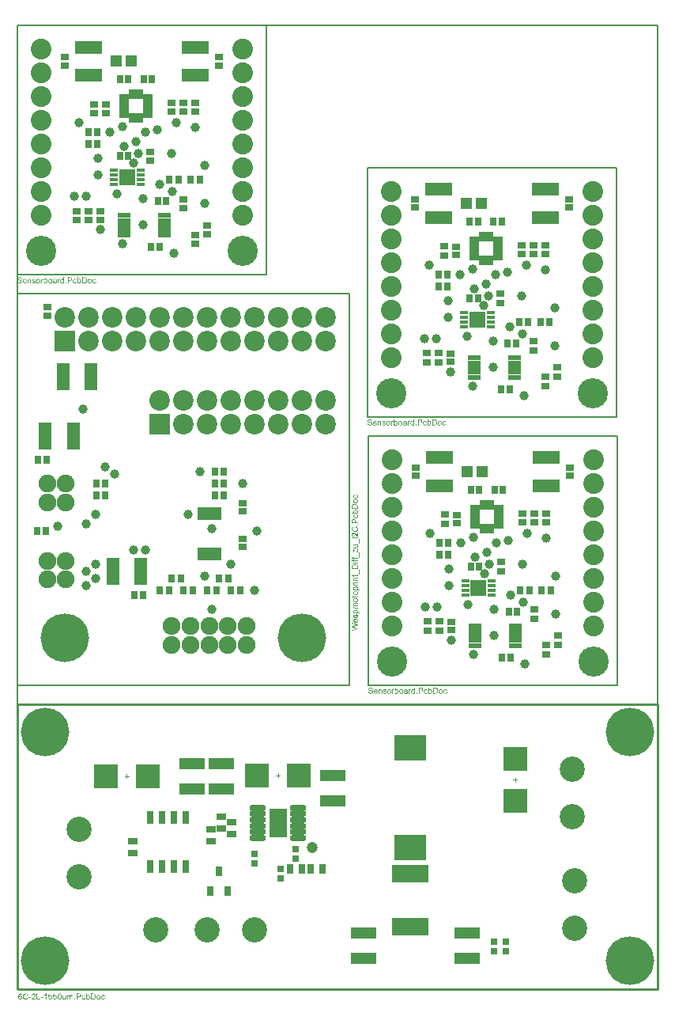
<source format=gts>
%FSLAX44Y44*%
%MOMM*%
G71*
G01*
G75*
G04 Layer_Color=8388736*
%ADD10R,1.2000X0.3000*%
%ADD11R,0.6000X0.6200*%
%ADD12R,0.6200X0.6000*%
%ADD13R,0.9500X1.0000*%
%ADD14R,2.7000X1.1500*%
%ADD15R,1.2000X0.4000*%
%ADD16R,0.6250X0.2500*%
%ADD17R,1.6000X1.6000*%
%ADD18R,0.8000X0.3000*%
%ADD19R,0.3000X0.8000*%
%ADD20C,0.2500*%
%ADD21C,0.3000*%
%ADD22C,0.3810*%
%ADD23C,0.4000*%
%ADD24C,0.5000*%
%ADD25R,0.4000X1.2000*%
%ADD26R,0.3000X1.2000*%
%ADD27R,1.1500X2.7000*%
%ADD28C,0.2000*%
%ADD29R,0.5000X0.6000*%
%ADD30R,2.6000X1.1000*%
%ADD31R,2.3000X2.3000*%
%ADD32R,2.3000X2.3000*%
%ADD33R,3.2000X2.5000*%
%ADD34R,0.8000X0.5000*%
%ADD35R,3.6800X1.6500*%
%ADD36R,0.5000X0.8000*%
%ADD37R,1.7600X2.9500*%
%ADD38O,1.6000X0.4500*%
%ADD39R,0.6000X1.2700*%
%ADD40R,0.6000X0.8500*%
%ADD41C,1.0000*%
%ADD42C,0.5080*%
%ADD43C,0.4572*%
%ADD44C,1.2192*%
%ADD45C,1.1684*%
%ADD46C,0.2540*%
%ADD47C,0.3048*%
%ADD48C,0.6096*%
%ADD49C,0.1524*%
%ADD50C,0.1000*%
%ADD51C,2.0000*%
%ADD52C,3.0000*%
%ADD53C,0.8000*%
%ADD54R,2.0000X2.0000*%
%ADD55C,1.7000*%
%ADD56C,5.0000*%
%ADD57C,2.5000*%
%ADD58C,0.5000*%
%ADD59C,0.1700*%
%ADD60C,0.1800*%
%ADD61R,0.6000X0.6000*%
%ADD62R,0.7700X0.2700*%
%ADD63R,0.2700X0.7700*%
%ADD64R,1.4000X0.5000*%
%ADD65R,0.8000X0.8200*%
%ADD66R,0.8200X0.8000*%
%ADD67R,1.1500X1.2000*%
%ADD68R,2.9000X1.3500*%
%ADD69R,1.4000X0.6000*%
%ADD70R,0.8250X0.4500*%
%ADD71R,1.8000X1.8000*%
%ADD72R,1.0260X0.5260*%
%ADD73R,0.5260X1.0260*%
%ADD74R,0.6000X1.4000*%
%ADD75R,0.5000X1.4000*%
%ADD76R,1.3500X2.9000*%
%ADD77R,0.7000X0.8000*%
%ADD78R,2.8000X1.3000*%
%ADD79R,2.5000X2.5000*%
%ADD80R,2.5000X2.5000*%
%ADD81R,3.4000X2.7000*%
%ADD82R,1.0000X0.7000*%
%ADD83R,3.8800X1.8500*%
%ADD84R,0.7000X1.0000*%
%ADD85R,1.9600X3.1500*%
%ADD86O,1.8000X0.6500*%
%ADD87R,0.8000X1.4700*%
%ADD88R,0.8000X1.0500*%
%ADD89C,1.2000*%
%ADD90C,2.2260*%
%ADD91C,3.2260*%
%ADD92C,2.2000*%
%ADD93R,2.2000X2.2000*%
%ADD94C,1.9000*%
%ADD95C,5.2000*%
%ADD96C,2.7000*%
%ADD97C,0.7000*%
G36*
X410532Y607850D02*
X410620Y607840D01*
X410708Y607831D01*
X410815Y607811D01*
X410932Y607782D01*
X411176Y607704D01*
X411303Y607655D01*
X411440Y607597D01*
X411566Y607519D01*
X411693Y607431D01*
X411820Y607333D01*
X411937Y607226D01*
X411947Y607216D01*
X411966Y607197D01*
X411995Y607158D01*
X412034Y607109D01*
X412083Y607050D01*
X412132Y606972D01*
X412191Y606875D01*
X412249Y606777D01*
X412298Y606660D01*
X412356Y606524D01*
X412405Y606387D01*
X412454Y606231D01*
X412493Y606065D01*
X412522Y605880D01*
X412542Y605695D01*
X412551Y605490D01*
Y605480D01*
Y605451D01*
Y605402D01*
Y605344D01*
X412542Y605266D01*
Y605178D01*
X412532Y605080D01*
X412522Y604973D01*
X412483Y604749D01*
X412434Y604515D01*
X412366Y604280D01*
X412278Y604076D01*
Y604066D01*
X412268Y604056D01*
X412229Y603988D01*
X412161Y603900D01*
X412073Y603783D01*
X411966Y603656D01*
X411830Y603529D01*
X411674Y603403D01*
X411488Y603286D01*
X411479D01*
X411469Y603276D01*
X411440Y603256D01*
X411400Y603246D01*
X411293Y603198D01*
X411157Y603149D01*
X410991Y603091D01*
X410806Y603051D01*
X410601Y603013D01*
X410376Y603003D01*
X410279D01*
X410210Y603013D01*
X410132Y603022D01*
X410035Y603032D01*
X409928Y603051D01*
X409811Y603081D01*
X409567Y603159D01*
X409430Y603208D01*
X409303Y603266D01*
X409167Y603334D01*
X409040Y603422D01*
X408913Y603520D01*
X408796Y603627D01*
X408787Y603637D01*
X408767Y603656D01*
X408738Y603695D01*
X408708Y603744D01*
X408660Y603812D01*
X408611Y603890D01*
X408552Y603978D01*
X408504Y604085D01*
X408445Y604212D01*
X408387Y604339D01*
X408338Y604495D01*
X408299Y604651D01*
X408260Y604827D01*
X408231Y605012D01*
X408211Y605217D01*
X408201Y605431D01*
Y605451D01*
Y605490D01*
X408211Y605558D01*
Y605646D01*
X408221Y605753D01*
X408240Y605870D01*
X408260Y606007D01*
X408289Y606153D01*
X408328Y606309D01*
X408377Y606465D01*
X408435Y606621D01*
X408504Y606777D01*
X408582Y606933D01*
X408679Y607080D01*
X408787Y607216D01*
X408913Y607343D01*
X408923Y607353D01*
X408942Y607363D01*
X408972Y607392D01*
X409021Y607421D01*
X409079Y607460D01*
X409147Y607509D01*
X409225Y607558D01*
X409323Y607606D01*
X409421Y607645D01*
X409528Y607694D01*
X409781Y607782D01*
X410064Y607840D01*
X410220Y607850D01*
X410376Y607860D01*
X410464D01*
X410532Y607850D01*
D02*
G37*
G36*
X440105Y607236D02*
X440115Y607245D01*
X440125Y607265D01*
X440154Y607294D01*
X440193Y607333D01*
X440242Y607382D01*
X440300Y607431D01*
X440447Y607548D01*
X440622Y607665D01*
X440847Y607762D01*
X440964Y607802D01*
X441090Y607831D01*
X441227Y607850D01*
X441363Y607860D01*
X441441D01*
X441520Y607850D01*
X441627Y607840D01*
X441754Y607821D01*
X441890Y607782D01*
X442027Y607743D01*
X442173Y607684D01*
X442193Y607675D01*
X442241Y607655D01*
X442310Y607616D01*
X442397Y607558D01*
X442495Y607489D01*
X442593Y607402D01*
X442700Y607304D01*
X442797Y607197D01*
X442807Y607187D01*
X442836Y607138D01*
X442885Y607070D01*
X442944Y606982D01*
X443002Y606875D01*
X443070Y606748D01*
X443129Y606602D01*
X443187Y606436D01*
X443197Y606417D01*
X443207Y606358D01*
X443236Y606270D01*
X443265Y606153D01*
X443285Y606017D01*
X443314Y605860D01*
X443324Y605685D01*
X443334Y605500D01*
Y605490D01*
Y605451D01*
Y605383D01*
X443324Y605305D01*
X443314Y605197D01*
X443304Y605090D01*
X443285Y604953D01*
X443256Y604817D01*
X443187Y604524D01*
X443139Y604368D01*
X443080Y604212D01*
X443012Y604056D01*
X442934Y603910D01*
X442846Y603773D01*
X442739Y603646D01*
X442729Y603637D01*
X442710Y603617D01*
X442680Y603588D01*
X442631Y603549D01*
X442583Y603500D01*
X442514Y603442D01*
X442436Y603383D01*
X442339Y603325D01*
X442134Y603208D01*
X441900Y603100D01*
X441763Y603061D01*
X441627Y603032D01*
X441480Y603013D01*
X441325Y603003D01*
X441246D01*
X441188Y603013D01*
X441120Y603022D01*
X441042Y603042D01*
X440856Y603091D01*
X440759Y603120D01*
X440652Y603168D01*
X440544Y603227D01*
X440437Y603295D01*
X440339Y603373D01*
X440232Y603461D01*
X440135Y603568D01*
X440047Y603685D01*
Y603110D01*
X439315D01*
Y609518D01*
X440105D01*
Y607236D01*
D02*
G37*
G36*
X397609Y607850D02*
X397697Y607840D01*
X397784Y607831D01*
X397892Y607811D01*
X398009Y607782D01*
X398253Y607704D01*
X398379Y607655D01*
X398516Y607597D01*
X398643Y607519D01*
X398769Y607431D01*
X398896Y607333D01*
X399013Y607226D01*
X399023Y607216D01*
X399043Y607197D01*
X399072Y607158D01*
X399111Y607109D01*
X399160Y607050D01*
X399208Y606972D01*
X399267Y606875D01*
X399325Y606777D01*
X399374Y606660D01*
X399433Y606524D01*
X399482Y606387D01*
X399530Y606231D01*
X399569Y606065D01*
X399599Y605880D01*
X399618Y605695D01*
X399628Y605490D01*
Y605480D01*
Y605451D01*
Y605402D01*
Y605344D01*
X399618Y605266D01*
Y605178D01*
X399608Y605080D01*
X399599Y604973D01*
X399560Y604749D01*
X399511Y604515D01*
X399442Y604280D01*
X399355Y604076D01*
Y604066D01*
X399345Y604056D01*
X399306Y603988D01*
X399238Y603900D01*
X399150Y603783D01*
X399043Y603656D01*
X398906Y603529D01*
X398750Y603403D01*
X398565Y603286D01*
X398555D01*
X398545Y603276D01*
X398516Y603256D01*
X398477Y603246D01*
X398370Y603198D01*
X398233Y603149D01*
X398067Y603091D01*
X397882Y603051D01*
X397677Y603013D01*
X397453Y603003D01*
X397355D01*
X397287Y603013D01*
X397209Y603022D01*
X397111Y603032D01*
X397004Y603051D01*
X396887Y603081D01*
X396643Y603159D01*
X396507Y603208D01*
X396380Y603266D01*
X396243Y603334D01*
X396117Y603422D01*
X395990Y603520D01*
X395873Y603627D01*
X395863Y603637D01*
X395844Y603656D01*
X395814Y603695D01*
X395785Y603744D01*
X395736Y603812D01*
X395687Y603890D01*
X395629Y603978D01*
X395580Y604085D01*
X395522Y604212D01*
X395463Y604339D01*
X395414Y604495D01*
X395375Y604651D01*
X395336Y604827D01*
X395307Y605012D01*
X395288Y605217D01*
X395278Y605431D01*
Y605451D01*
Y605490D01*
X395288Y605558D01*
Y605646D01*
X395297Y605753D01*
X395317Y605870D01*
X395336Y606007D01*
X395365Y606153D01*
X395405Y606309D01*
X395453Y606465D01*
X395512Y606621D01*
X395580Y606777D01*
X395658Y606933D01*
X395756Y607080D01*
X395863Y607216D01*
X395990Y607343D01*
X395999Y607353D01*
X396019Y607363D01*
X396048Y607392D01*
X396097Y607421D01*
X396156Y607460D01*
X396224Y607509D01*
X396302Y607558D01*
X396399Y607606D01*
X396497Y607645D01*
X396604Y607694D01*
X396858Y607782D01*
X397141Y607840D01*
X397297Y607850D01*
X397453Y607860D01*
X397541D01*
X397609Y607850D01*
D02*
G37*
G36*
X404300Y607236D02*
X404310Y607245D01*
X404319Y607265D01*
X404349Y607294D01*
X404388Y607333D01*
X404436Y607382D01*
X404495Y607431D01*
X404641Y607548D01*
X404817Y607665D01*
X405041Y607762D01*
X405158Y607802D01*
X405285Y607831D01*
X405421Y607850D01*
X405558Y607860D01*
X405636D01*
X405714Y607850D01*
X405821Y607840D01*
X405948Y607821D01*
X406085Y607782D01*
X406221Y607743D01*
X406368Y607684D01*
X406387Y607675D01*
X406436Y607655D01*
X406504Y607616D01*
X406592Y607558D01*
X406689Y607489D01*
X406787Y607402D01*
X406894Y607304D01*
X406992Y607197D01*
X407002Y607187D01*
X407031Y607138D01*
X407080Y607070D01*
X407138Y606982D01*
X407197Y606875D01*
X407265Y606748D01*
X407323Y606602D01*
X407382Y606436D01*
X407392Y606417D01*
X407402Y606358D01*
X407431Y606270D01*
X407460Y606153D01*
X407480Y606017D01*
X407509Y605860D01*
X407519Y605685D01*
X407528Y605500D01*
Y605490D01*
Y605451D01*
Y605383D01*
X407519Y605305D01*
X407509Y605197D01*
X407499Y605090D01*
X407480Y604953D01*
X407450Y604817D01*
X407382Y604524D01*
X407333Y604368D01*
X407275Y604212D01*
X407206Y604056D01*
X407128Y603910D01*
X407041Y603773D01*
X406933Y603646D01*
X406923Y603637D01*
X406904Y603617D01*
X406875Y603588D01*
X406826Y603549D01*
X406777Y603500D01*
X406709Y603442D01*
X406631Y603383D01*
X406533Y603325D01*
X406329Y603208D01*
X406095Y603100D01*
X405958Y603061D01*
X405821Y603032D01*
X405675Y603013D01*
X405519Y603003D01*
X405441D01*
X405382Y603013D01*
X405314Y603022D01*
X405236Y603042D01*
X405051Y603091D01*
X404953Y603120D01*
X404846Y603168D01*
X404739Y603227D01*
X404631Y603295D01*
X404534Y603373D01*
X404427Y603461D01*
X404329Y603568D01*
X404241Y603685D01*
Y603110D01*
X403510D01*
Y609518D01*
X404300D01*
Y607236D01*
D02*
G37*
G36*
X452795Y607850D02*
X452882Y607840D01*
X452970Y607831D01*
X453078Y607811D01*
X453195Y607782D01*
X453438Y607704D01*
X453565Y607655D01*
X453702Y607597D01*
X453829Y607519D01*
X453955Y607431D01*
X454082Y607333D01*
X454199Y607226D01*
X454209Y607216D01*
X454229Y607197D01*
X454258Y607158D01*
X454297Y607109D01*
X454346Y607050D01*
X454394Y606972D01*
X454453Y606875D01*
X454511Y606777D01*
X454560Y606660D01*
X454619Y606524D01*
X454667Y606387D01*
X454716Y606231D01*
X454755Y606065D01*
X454785Y605880D01*
X454804Y605695D01*
X454814Y605490D01*
Y605480D01*
Y605451D01*
Y605402D01*
Y605344D01*
X454804Y605266D01*
Y605178D01*
X454794Y605080D01*
X454785Y604973D01*
X454745Y604749D01*
X454697Y604515D01*
X454628Y604280D01*
X454541Y604076D01*
Y604066D01*
X454531Y604056D01*
X454492Y603988D01*
X454424Y603900D01*
X454336Y603783D01*
X454229Y603656D01*
X454092Y603529D01*
X453936Y603403D01*
X453751Y603286D01*
X453741D01*
X453731Y603276D01*
X453702Y603256D01*
X453663Y603246D01*
X453555Y603198D01*
X453419Y603149D01*
X453253Y603091D01*
X453068Y603051D01*
X452863Y603013D01*
X452639Y603003D01*
X452541D01*
X452473Y603013D01*
X452395Y603022D01*
X452297Y603032D01*
X452190Y603051D01*
X452073Y603081D01*
X451829Y603159D01*
X451693Y603208D01*
X451566Y603266D01*
X451429Y603334D01*
X451302Y603422D01*
X451176Y603520D01*
X451059Y603627D01*
X451049Y603637D01*
X451029Y603656D01*
X451000Y603695D01*
X450971Y603744D01*
X450922Y603812D01*
X450873Y603890D01*
X450815Y603978D01*
X450766Y604085D01*
X450708Y604212D01*
X450649Y604339D01*
X450600Y604495D01*
X450561Y604651D01*
X450522Y604827D01*
X450493Y605012D01*
X450473Y605217D01*
X450464Y605431D01*
Y605451D01*
Y605490D01*
X450473Y605558D01*
Y605646D01*
X450483Y605753D01*
X450503Y605870D01*
X450522Y606007D01*
X450551Y606153D01*
X450590Y606309D01*
X450639Y606465D01*
X450698Y606621D01*
X450766Y606777D01*
X450844Y606933D01*
X450942Y607080D01*
X451049Y607216D01*
X451176Y607343D01*
X451185Y607353D01*
X451205Y607363D01*
X451234Y607392D01*
X451283Y607421D01*
X451341Y607460D01*
X451410Y607509D01*
X451488Y607558D01*
X451585Y607606D01*
X451683Y607645D01*
X451790Y607694D01*
X452044Y607782D01*
X452327Y607840D01*
X452483Y607850D01*
X452639Y607860D01*
X452727D01*
X452795Y607850D01*
D02*
G37*
G36*
X431756Y609508D02*
X431912Y609499D01*
X432078Y609489D01*
X432234Y609469D01*
X432371Y609450D01*
X432390D01*
X432449Y609430D01*
X432537Y609411D01*
X432644Y609382D01*
X432771Y609342D01*
X432897Y609294D01*
X433034Y609226D01*
X433161Y609147D01*
X433171Y609138D01*
X433219Y609109D01*
X433278Y609060D01*
X433346Y608991D01*
X433424Y608904D01*
X433512Y608796D01*
X433600Y608679D01*
X433678Y608533D01*
X433687Y608513D01*
X433707Y608465D01*
X433736Y608387D01*
X433775Y608279D01*
X433814Y608153D01*
X433843Y608006D01*
X433863Y607840D01*
X433873Y607665D01*
Y607655D01*
Y607626D01*
Y607587D01*
X433863Y607528D01*
X433853Y607460D01*
X433843Y607372D01*
X433834Y607285D01*
X433805Y607187D01*
X433746Y606963D01*
X433648Y606738D01*
X433590Y606621D01*
X433522Y606504D01*
X433444Y606387D01*
X433346Y606280D01*
X433336Y606270D01*
X433317Y606260D01*
X433288Y606231D01*
X433248Y606192D01*
X433180Y606153D01*
X433112Y606104D01*
X433024Y606056D01*
X432917Y606007D01*
X432800Y605948D01*
X432663Y605900D01*
X432507Y605851D01*
X432341Y605812D01*
X432146Y605773D01*
X431941Y605743D01*
X431717Y605734D01*
X431473Y605724D01*
X429835D01*
Y603110D01*
X428986D01*
Y609518D01*
X431610D01*
X431756Y609508D01*
D02*
G37*
G36*
X447030D02*
X447206Y609499D01*
X447401Y609479D01*
X447586Y609450D01*
X447742Y609421D01*
X447752D01*
X447772Y609411D01*
X447791D01*
X447830Y609391D01*
X447937Y609362D01*
X448064Y609313D01*
X448210Y609255D01*
X448367Y609177D01*
X448523Y609079D01*
X448679Y608962D01*
X448689D01*
X448698Y608943D01*
X448767Y608884D01*
X448854Y608787D01*
X448962Y608660D01*
X449088Y608504D01*
X449215Y608318D01*
X449332Y608104D01*
X449440Y607860D01*
Y607850D01*
X449449Y607831D01*
X449459Y607792D01*
X449478Y607743D01*
X449498Y607684D01*
X449518Y607606D01*
X449547Y607519D01*
X449566Y607421D01*
X449586Y607314D01*
X449615Y607197D01*
X449654Y606943D01*
X449683Y606660D01*
X449693Y606348D01*
Y606338D01*
Y606319D01*
Y606280D01*
Y606221D01*
X449683Y606163D01*
Y606085D01*
X449674Y605909D01*
X449654Y605714D01*
X449615Y605490D01*
X449576Y605266D01*
X449518Y605051D01*
Y605041D01*
X449508Y605022D01*
X449498Y604992D01*
X449488Y604953D01*
X449449Y604856D01*
X449400Y604719D01*
X449342Y604573D01*
X449264Y604417D01*
X449176Y604261D01*
X449079Y604115D01*
X449069Y604095D01*
X449030Y604056D01*
X448981Y603988D01*
X448903Y603900D01*
X448825Y603812D01*
X448718Y603715D01*
X448610Y603617D01*
X448493Y603529D01*
X448484Y603520D01*
X448435Y603500D01*
X448367Y603461D01*
X448279Y603412D01*
X448172Y603364D01*
X448045Y603315D01*
X447898Y603266D01*
X447733Y603217D01*
X447713D01*
X447655Y603198D01*
X447567Y603188D01*
X447440Y603168D01*
X447294Y603149D01*
X447118Y603130D01*
X446923Y603120D01*
X446708Y603110D01*
X444407D01*
Y609518D01*
X446865D01*
X447030Y609508D01*
D02*
G37*
G36*
X415634Y607850D02*
X415770Y607840D01*
X415926Y607821D01*
X416092Y607802D01*
X416248Y607762D01*
X416394Y607714D01*
X416414Y607704D01*
X416453Y607694D01*
X416521Y607655D01*
X416599Y607616D01*
X416687Y607567D01*
X416784Y607509D01*
X416862Y607441D01*
X416940Y607363D01*
X416950Y607353D01*
X416970Y607324D01*
X416999Y607285D01*
X417038Y607216D01*
X417077Y607138D01*
X417116Y607050D01*
X417155Y606943D01*
X417184Y606826D01*
Y606816D01*
X417194Y606787D01*
X417204Y606738D01*
X417214Y606660D01*
Y606563D01*
X417223Y606436D01*
X417233Y606290D01*
Y606104D01*
Y605051D01*
Y605041D01*
Y605002D01*
Y604944D01*
Y604875D01*
Y604788D01*
Y604690D01*
X417243Y604466D01*
Y604222D01*
X417253Y603998D01*
X417262Y603890D01*
Y603802D01*
X417272Y603725D01*
X417282Y603656D01*
Y603646D01*
X417292Y603607D01*
X417301Y603549D01*
X417321Y603481D01*
X417350Y603403D01*
X417389Y603305D01*
X417477Y603110D01*
X416658D01*
X416648Y603120D01*
X416638Y603149D01*
X416619Y603208D01*
X416589Y603276D01*
X416560Y603364D01*
X416541Y603461D01*
X416521Y603568D01*
X416502Y603695D01*
X416482Y603676D01*
X416424Y603637D01*
X416345Y603568D01*
X416228Y603490D01*
X416102Y603393D01*
X415955Y603305D01*
X415809Y603227D01*
X415653Y603159D01*
X415634Y603149D01*
X415585Y603139D01*
X415507Y603110D01*
X415399Y603081D01*
X415263Y603051D01*
X415117Y603032D01*
X414961Y603013D01*
X414785Y603003D01*
X414717D01*
X414658Y603013D01*
X414600D01*
X414522Y603022D01*
X414356Y603051D01*
X414161Y603091D01*
X413975Y603159D01*
X413780Y603246D01*
X413615Y603373D01*
X413595Y603393D01*
X413546Y603442D01*
X413488Y603520D01*
X413410Y603637D01*
X413332Y603773D01*
X413273Y603929D01*
X413224Y604124D01*
X413205Y604329D01*
Y604349D01*
Y604388D01*
X413215Y604456D01*
X413224Y604534D01*
X413244Y604632D01*
X413263Y604739D01*
X413302Y604846D01*
X413351Y604953D01*
X413361Y604963D01*
X413380Y605002D01*
X413410Y605051D01*
X413459Y605119D01*
X413517Y605187D01*
X413595Y605266D01*
X413673Y605334D01*
X413761Y605402D01*
X413771Y605412D01*
X413810Y605431D01*
X413858Y605461D01*
X413927Y605500D01*
X414014Y605548D01*
X414102Y605587D01*
X414210Y605626D01*
X414327Y605665D01*
X414336D01*
X414375Y605675D01*
X414424Y605685D01*
X414502Y605704D01*
X414600Y605724D01*
X414726Y605743D01*
X414863Y605763D01*
X415029Y605783D01*
X415038D01*
X415068Y605792D01*
X415117D01*
X415185Y605802D01*
X415263Y605812D01*
X415351Y605821D01*
X415565Y605860D01*
X415790Y605900D01*
X416024Y605938D01*
X416248Y605997D01*
X416345Y606026D01*
X416433Y606056D01*
Y606065D01*
Y606085D01*
X416443Y606143D01*
Y606212D01*
Y606241D01*
Y606260D01*
Y606270D01*
Y606280D01*
Y606338D01*
X416433Y606426D01*
X416414Y606524D01*
X416385Y606631D01*
X416345Y606748D01*
X416297Y606846D01*
X416219Y606933D01*
X416209Y606943D01*
X416160Y606972D01*
X416092Y607021D01*
X415994Y607070D01*
X415868Y607119D01*
X415712Y607168D01*
X415526Y607197D01*
X415321Y607206D01*
X415234D01*
X415136Y607197D01*
X415009Y607187D01*
X414873Y607158D01*
X414746Y607128D01*
X414609Y607080D01*
X414502Y607011D01*
X414492Y607002D01*
X414463Y606972D01*
X414414Y606924D01*
X414356Y606855D01*
X414287Y606758D01*
X414229Y606641D01*
X414161Y606494D01*
X414112Y606329D01*
X413341Y606436D01*
Y606446D01*
X413351Y606455D01*
X413361Y606514D01*
X413390Y606602D01*
X413419Y606719D01*
X413468Y606846D01*
X413527Y606972D01*
X413595Y607109D01*
X413683Y607226D01*
X413693Y607236D01*
X413732Y607275D01*
X413780Y607333D01*
X413858Y607402D01*
X413956Y607470D01*
X414083Y607548D01*
X414219Y607626D01*
X414375Y607694D01*
X414385D01*
X414395Y607704D01*
X414424Y607714D01*
X414453Y607723D01*
X414551Y607743D01*
X414678Y607782D01*
X414834Y607811D01*
X415009Y607831D01*
X415214Y607850D01*
X415429Y607860D01*
X415526D01*
X415634Y607850D01*
D02*
G37*
G36*
X427513Y603110D02*
X426616D01*
Y604007D01*
X427513D01*
Y603110D01*
D02*
G37*
G36*
X388460Y607850D02*
X388558Y607840D01*
X388675Y607821D01*
X388811Y607792D01*
X388938Y607753D01*
X389075Y607704D01*
X389094Y607694D01*
X389133Y607675D01*
X389192Y607645D01*
X389269Y607597D01*
X389357Y607538D01*
X389445Y607470D01*
X389533Y607392D01*
X389601Y607304D01*
X389611Y607294D01*
X389630Y607265D01*
X389660Y607206D01*
X389699Y607138D01*
X389738Y607060D01*
X389777Y606963D01*
X389816Y606846D01*
X389845Y606729D01*
Y606719D01*
X389855Y606690D01*
X389865Y606631D01*
X389874Y606553D01*
Y606446D01*
X389884Y606309D01*
X389894Y606153D01*
Y605958D01*
Y603110D01*
X389104D01*
Y605929D01*
Y605938D01*
Y605948D01*
Y606007D01*
Y606095D01*
X389094Y606202D01*
X389084Y606309D01*
X389065Y606436D01*
X389035Y606543D01*
X389006Y606641D01*
Y606651D01*
X388987Y606680D01*
X388967Y606729D01*
X388938Y606777D01*
X388889Y606846D01*
X388831Y606904D01*
X388762Y606972D01*
X388684Y607031D01*
X388675Y607041D01*
X388645Y607050D01*
X388596Y607080D01*
X388528Y607109D01*
X388450Y607128D01*
X388353Y607158D01*
X388255Y607168D01*
X388138Y607177D01*
X388050D01*
X387962Y607158D01*
X387836Y607138D01*
X387699Y607099D01*
X387563Y607041D01*
X387407Y606963D01*
X387270Y606855D01*
X387251Y606836D01*
X387211Y606787D01*
X387153Y606709D01*
X387124Y606651D01*
X387094Y606582D01*
X387056Y606504D01*
X387026Y606417D01*
X386997Y606319D01*
X386968Y606212D01*
X386938Y606085D01*
X386929Y605948D01*
X386909Y605802D01*
Y605646D01*
Y603110D01*
X386119D01*
Y607753D01*
X386831D01*
Y607090D01*
X386841Y607099D01*
X386851Y607119D01*
X386880Y607158D01*
X386929Y607206D01*
X386977Y607265D01*
X387046Y607333D01*
X387114Y607402D01*
X387202Y607480D01*
X387309Y607548D01*
X387416Y607616D01*
X387533Y607684D01*
X387670Y607743D01*
X387807Y607792D01*
X387962Y607831D01*
X388128Y607850D01*
X388304Y607860D01*
X388372D01*
X388460Y607850D01*
D02*
G37*
G36*
X420296D02*
X420403Y607831D01*
X420520Y607792D01*
X420657Y607753D01*
X420803Y607684D01*
X420959Y607597D01*
X420676Y606875D01*
X420666Y606885D01*
X420627Y606904D01*
X420569Y606933D01*
X420501Y606963D01*
X420413Y606992D01*
X420315Y607021D01*
X420208Y607041D01*
X420101Y607050D01*
X420062D01*
X420013Y607041D01*
X419945Y607031D01*
X419876Y607011D01*
X419798Y606982D01*
X419720Y606943D01*
X419642Y606894D01*
X419632Y606885D01*
X419613Y606865D01*
X419574Y606826D01*
X419535Y606777D01*
X419486Y606719D01*
X419437Y606641D01*
X419398Y606553D01*
X419359Y606455D01*
X419350Y606436D01*
X419340Y606387D01*
X419320Y606299D01*
X419301Y606182D01*
X419272Y606046D01*
X419252Y605890D01*
X419242Y605724D01*
X419233Y605539D01*
Y603110D01*
X418442D01*
Y607753D01*
X419155D01*
Y607060D01*
X419164Y607070D01*
X419203Y607128D01*
X419252Y607216D01*
X419311Y607314D01*
X419389Y607421D01*
X419476Y607528D01*
X419554Y607626D01*
X419642Y607694D01*
X419652Y607704D01*
X419681Y607723D01*
X419730Y607743D01*
X419798Y607782D01*
X419867Y607811D01*
X419954Y607831D01*
X420052Y607850D01*
X420149Y607860D01*
X420218D01*
X420296Y607850D01*
D02*
G37*
G36*
X377673Y609616D02*
X377741D01*
X377907Y609596D01*
X378102Y609567D01*
X378316Y609528D01*
X378531Y609469D01*
X378736Y609391D01*
X378745D01*
X378755Y609382D01*
X378784Y609372D01*
X378823Y609352D01*
X378921Y609294D01*
X379048Y609226D01*
X379184Y609128D01*
X379321Y609011D01*
X379457Y608874D01*
X379575Y608718D01*
X379584Y608699D01*
X379623Y608640D01*
X379672Y608543D01*
X379721Y608426D01*
X379779Y608279D01*
X379838Y608104D01*
X379877Y607919D01*
X379896Y607714D01*
X379087Y607655D01*
Y607665D01*
Y607684D01*
X379077Y607714D01*
X379067Y607753D01*
X379048Y607860D01*
X379009Y607996D01*
X378950Y608143D01*
X378872Y608289D01*
X378765Y608436D01*
X378638Y608562D01*
X378619Y608572D01*
X378570Y608611D01*
X378482Y608660D01*
X378365Y608718D01*
X378209Y608777D01*
X378014Y608826D01*
X377789Y608865D01*
X377526Y608874D01*
X377399D01*
X377341Y608865D01*
X377263D01*
X377097Y608835D01*
X376912Y608806D01*
X376726Y608757D01*
X376551Y608689D01*
X376473Y608640D01*
X376404Y608591D01*
X376395Y608582D01*
X376356Y608543D01*
X376297Y608484D01*
X376239Y608396D01*
X376170Y608299D01*
X376122Y608182D01*
X376083Y608055D01*
X376063Y607909D01*
Y607889D01*
Y607850D01*
X376073Y607782D01*
X376092Y607704D01*
X376122Y607616D01*
X376170Y607519D01*
X376229Y607431D01*
X376307Y607343D01*
X376317Y607333D01*
X376366Y607304D01*
X376395Y607285D01*
X376434Y607255D01*
X376492Y607236D01*
X376561Y607206D01*
X376639Y607168D01*
X376726Y607128D01*
X376824Y607099D01*
X376941Y607060D01*
X377077Y607011D01*
X377224Y606972D01*
X377390Y606933D01*
X377575Y606885D01*
X377585D01*
X377624Y606875D01*
X377673Y606865D01*
X377741Y606846D01*
X377829Y606826D01*
X377926Y606797D01*
X378141Y606748D01*
X378375Y606680D01*
X378609Y606612D01*
X378726Y606582D01*
X378823Y606543D01*
X378921Y606504D01*
X378999Y606475D01*
X379009D01*
X379028Y606465D01*
X379048Y606446D01*
X379087Y606426D01*
X379184Y606368D01*
X379311Y606299D01*
X379448Y606202D01*
X379584Y606085D01*
X379711Y605958D01*
X379818Y605821D01*
X379828Y605802D01*
X379857Y605753D01*
X379906Y605675D01*
X379955Y605558D01*
X380004Y605431D01*
X380052Y605275D01*
X380082Y605100D01*
X380091Y604914D01*
Y604905D01*
Y604895D01*
Y604866D01*
Y604827D01*
X380072Y604729D01*
X380052Y604602D01*
X380023Y604456D01*
X379965Y604290D01*
X379896Y604115D01*
X379799Y603949D01*
X379789Y603929D01*
X379740Y603871D01*
X379682Y603793D01*
X379584Y603695D01*
X379467Y603578D01*
X379321Y603461D01*
X379145Y603354D01*
X378950Y603246D01*
X378941D01*
X378921Y603237D01*
X378892Y603227D01*
X378853Y603208D01*
X378804Y603188D01*
X378745Y603168D01*
X378589Y603130D01*
X378414Y603081D01*
X378199Y603042D01*
X377975Y603013D01*
X377721Y603003D01*
X377575D01*
X377507Y603013D01*
X377419D01*
X377321Y603022D01*
X377214Y603032D01*
X376990Y603061D01*
X376746Y603110D01*
X376502Y603168D01*
X376268Y603246D01*
X376258D01*
X376239Y603256D01*
X376209Y603276D01*
X376170Y603295D01*
X376063Y603354D01*
X375936Y603442D01*
X375780Y603549D01*
X375634Y603676D01*
X375478Y603832D01*
X375341Y604007D01*
Y604017D01*
X375332Y604027D01*
X375312Y604056D01*
X375293Y604095D01*
X375263Y604144D01*
X375234Y604202D01*
X375176Y604349D01*
X375117Y604515D01*
X375059Y604719D01*
X375019Y604934D01*
X375000Y605168D01*
X375800Y605236D01*
Y605227D01*
Y605217D01*
X375810Y605158D01*
X375829Y605070D01*
X375849Y604953D01*
X375888Y604827D01*
X375927Y604690D01*
X375985Y604563D01*
X376053Y604436D01*
X376063Y604427D01*
X376092Y604388D01*
X376141Y604329D01*
X376219Y604261D01*
X376307Y604183D01*
X376414Y604095D01*
X376551Y604017D01*
X376697Y603939D01*
X376707D01*
X376717Y603929D01*
X376775Y603910D01*
X376863Y603881D01*
X376990Y603851D01*
X377126Y603812D01*
X377302Y603783D01*
X377487Y603764D01*
X377682Y603754D01*
X377760D01*
X377858Y603764D01*
X377965Y603773D01*
X378102Y603783D01*
X378238Y603812D01*
X378385Y603842D01*
X378531Y603890D01*
X378550Y603900D01*
X378589Y603919D01*
X378658Y603949D01*
X378736Y603998D01*
X378833Y604056D01*
X378921Y604124D01*
X379009Y604202D01*
X379087Y604290D01*
X379096Y604300D01*
X379116Y604339D01*
X379145Y604388D01*
X379184Y604456D01*
X379214Y604534D01*
X379243Y604632D01*
X379262Y604729D01*
X379272Y604836D01*
Y604846D01*
Y604885D01*
X379262Y604944D01*
X379253Y605012D01*
X379233Y605100D01*
X379194Y605187D01*
X379155Y605275D01*
X379096Y605363D01*
X379087Y605373D01*
X379067Y605402D01*
X379019Y605441D01*
X378960Y605500D01*
X378882Y605558D01*
X378784Y605617D01*
X378658Y605685D01*
X378521Y605743D01*
X378511Y605753D01*
X378472Y605763D01*
X378394Y605783D01*
X378345Y605802D01*
X378287Y605821D01*
X378209Y605841D01*
X378131Y605860D01*
X378033Y605890D01*
X377936Y605919D01*
X377819Y605948D01*
X377682Y605978D01*
X377536Y606017D01*
X377380Y606056D01*
X377370D01*
X377341Y606065D01*
X377292Y606075D01*
X377234Y606095D01*
X377165Y606114D01*
X377087Y606134D01*
X376902Y606182D01*
X376697Y606251D01*
X376492Y606319D01*
X376307Y606387D01*
X376219Y606417D01*
X376151Y606455D01*
X376141D01*
X376131Y606465D01*
X376073Y606504D01*
X375995Y606553D01*
X375897Y606621D01*
X375780Y606709D01*
X375673Y606807D01*
X375566Y606924D01*
X375468Y607050D01*
X375458Y607070D01*
X375429Y607119D01*
X375400Y607187D01*
X375361Y607285D01*
X375312Y607402D01*
X375283Y607538D01*
X375254Y607694D01*
X375244Y607850D01*
Y607860D01*
Y607870D01*
Y607899D01*
Y607938D01*
X375263Y608026D01*
X375283Y608143D01*
X375312Y608289D01*
X375361Y608436D01*
X375429Y608601D01*
X375517Y608757D01*
Y608767D01*
X375527Y608777D01*
X375566Y608826D01*
X375634Y608904D01*
X375722Y609001D01*
X375829Y609099D01*
X375966Y609206D01*
X376131Y609313D01*
X376317Y609401D01*
X376326D01*
X376336Y609411D01*
X376366Y609421D01*
X376414Y609440D01*
X376463Y609450D01*
X376522Y609469D01*
X376658Y609518D01*
X376834Y609557D01*
X377029Y609586D01*
X377253Y609616D01*
X377487Y609625D01*
X377604D01*
X377673Y609616D01*
D02*
G37*
G36*
X425153Y603110D02*
X424422D01*
Y603685D01*
X424412Y603676D01*
X424402Y603656D01*
X424373Y603627D01*
X424334Y603578D01*
X424295Y603529D01*
X424236Y603471D01*
X424168Y603412D01*
X424090Y603344D01*
X424002Y603286D01*
X423905Y603217D01*
X423797Y603159D01*
X423690Y603110D01*
X423563Y603061D01*
X423427Y603032D01*
X423280Y603013D01*
X423124Y603003D01*
X423066D01*
X423027Y603013D01*
X422919Y603022D01*
X422793Y603042D01*
X422627Y603081D01*
X422461Y603130D01*
X422276Y603208D01*
X422100Y603305D01*
X422090D01*
X422081Y603315D01*
X422022Y603364D01*
X421944Y603432D01*
X421837Y603529D01*
X421730Y603646D01*
X421603Y603793D01*
X421495Y603959D01*
X421388Y604154D01*
Y604163D01*
X421378Y604183D01*
X421369Y604212D01*
X421349Y604251D01*
X421330Y604300D01*
X421310Y604368D01*
X421261Y604524D01*
X421213Y604710D01*
X421174Y604924D01*
X421144Y605158D01*
X421134Y605422D01*
Y605431D01*
Y605451D01*
Y605490D01*
Y605539D01*
X421144Y605597D01*
Y605675D01*
X421164Y605841D01*
X421193Y606036D01*
X421232Y606241D01*
X421281Y606465D01*
X421359Y606680D01*
Y606690D01*
X421369Y606709D01*
X421388Y606738D01*
X421408Y606777D01*
X421456Y606875D01*
X421534Y607002D01*
X421632Y607148D01*
X421749Y607294D01*
X421886Y607431D01*
X422051Y607558D01*
X422061D01*
X422071Y607567D01*
X422129Y607606D01*
X422227Y607655D01*
X422354Y607714D01*
X422510Y607762D01*
X422685Y607811D01*
X422880Y607850D01*
X423085Y607860D01*
X423153D01*
X423232Y607850D01*
X423339Y607840D01*
X423446Y607811D01*
X423573Y607782D01*
X423700Y607733D01*
X423826Y607675D01*
X423846Y607665D01*
X423885Y607645D01*
X423944Y607606D01*
X424022Y607548D01*
X424100Y607489D01*
X424197Y607411D01*
X424285Y607314D01*
X424363Y607216D01*
Y609518D01*
X425153D01*
Y603110D01*
D02*
G37*
G36*
X402398Y607850D02*
X402505Y607831D01*
X402622Y607792D01*
X402759Y607753D01*
X402905Y607684D01*
X403061Y607597D01*
X402778Y606875D01*
X402769Y606885D01*
X402729Y606904D01*
X402671Y606933D01*
X402603Y606963D01*
X402515Y606992D01*
X402417Y607021D01*
X402310Y607041D01*
X402203Y607050D01*
X402164D01*
X402115Y607041D01*
X402047Y607031D01*
X401978Y607011D01*
X401900Y606982D01*
X401822Y606943D01*
X401744Y606894D01*
X401735Y606885D01*
X401715Y606865D01*
X401676Y606826D01*
X401637Y606777D01*
X401588Y606719D01*
X401540Y606641D01*
X401501Y606553D01*
X401461Y606455D01*
X401452Y606436D01*
X401442Y606387D01*
X401423Y606299D01*
X401403Y606182D01*
X401374Y606046D01*
X401354Y605890D01*
X401344Y605724D01*
X401335Y605539D01*
Y603110D01*
X400545D01*
Y607753D01*
X401257D01*
Y607060D01*
X401267Y607070D01*
X401306Y607128D01*
X401354Y607216D01*
X401413Y607314D01*
X401491Y607421D01*
X401579Y607528D01*
X401657Y607626D01*
X401744Y607694D01*
X401754Y607704D01*
X401783Y607723D01*
X401832Y607743D01*
X401900Y607782D01*
X401969Y607811D01*
X402057Y607831D01*
X402154Y607850D01*
X402252Y607860D01*
X402320D01*
X402398Y607850D01*
D02*
G37*
G36*
X457730D02*
X457798D01*
X457867Y607840D01*
X458042Y607811D01*
X458237Y607762D01*
X458452Y607694D01*
X458657Y607597D01*
X458842Y607470D01*
X458852D01*
X458862Y607450D01*
X458920Y607402D01*
X458998Y607314D01*
X459096Y607197D01*
X459203Y607041D01*
X459300Y606855D01*
X459388Y606631D01*
X459456Y606387D01*
X458696Y606270D01*
Y606280D01*
X458686Y606290D01*
X458676Y606348D01*
X458647Y606426D01*
X458608Y606534D01*
X458549Y606651D01*
X458481Y606768D01*
X458403Y606875D01*
X458306Y606972D01*
X458296Y606982D01*
X458257Y607011D01*
X458198Y607050D01*
X458120Y607099D01*
X458023Y607138D01*
X457915Y607177D01*
X457779Y607206D01*
X457642Y607216D01*
X457584D01*
X457545Y607206D01*
X457437Y607197D01*
X457301Y607168D01*
X457145Y607109D01*
X456989Y607031D01*
X456823Y606933D01*
X456745Y606865D01*
X456677Y606787D01*
X456657Y606768D01*
X456647Y606738D01*
X456618Y606709D01*
X456589Y606660D01*
X456560Y606602D01*
X456530Y606534D01*
X456501Y606455D01*
X456462Y606368D01*
X456433Y606270D01*
X456404Y606153D01*
X456374Y606036D01*
X456345Y605900D01*
X456335Y605753D01*
X456316Y605597D01*
Y605431D01*
Y605422D01*
Y605392D01*
Y605344D01*
X456325Y605275D01*
Y605197D01*
X456335Y605109D01*
X456365Y604914D01*
X456404Y604690D01*
X456462Y604456D01*
X456550Y604251D01*
X456608Y604154D01*
X456667Y604066D01*
X456686Y604046D01*
X456735Y603998D01*
X456813Y603929D01*
X456921Y603861D01*
X457047Y603783D01*
X457213Y603715D01*
X457389Y603666D01*
X457486Y603656D01*
X457593Y603646D01*
X457672D01*
X457759Y603666D01*
X457867Y603685D01*
X457984Y603715D01*
X458120Y603764D01*
X458247Y603832D01*
X458364Y603929D01*
X458374Y603939D01*
X458413Y603988D01*
X458471Y604046D01*
X458530Y604144D01*
X458598Y604271D01*
X458666Y604417D01*
X458725Y604602D01*
X458764Y604807D01*
X459534Y604700D01*
Y604690D01*
X459525Y604661D01*
X459515Y604622D01*
X459505Y604573D01*
X459486Y604505D01*
X459466Y604427D01*
X459408Y604241D01*
X459320Y604046D01*
X459203Y603832D01*
X459057Y603637D01*
X458881Y603451D01*
X458871D01*
X458862Y603432D01*
X458832Y603412D01*
X458793Y603383D01*
X458735Y603344D01*
X458676Y603305D01*
X458530Y603227D01*
X458344Y603149D01*
X458120Y603071D01*
X457876Y603022D01*
X457740Y603013D01*
X457603Y603003D01*
X457515D01*
X457447Y603013D01*
X457369Y603022D01*
X457272Y603032D01*
X457174Y603051D01*
X457057Y603081D01*
X456813Y603149D01*
X456686Y603208D01*
X456560Y603266D01*
X456433Y603334D01*
X456316Y603412D01*
X456199Y603510D01*
X456082Y603617D01*
X456072Y603627D01*
X456052Y603646D01*
X456033Y603685D01*
X455994Y603734D01*
X455945Y603802D01*
X455896Y603881D01*
X455848Y603968D01*
X455799Y604076D01*
X455740Y604193D01*
X455691Y604329D01*
X455643Y604476D01*
X455594Y604641D01*
X455555Y604807D01*
X455536Y605002D01*
X455516Y605197D01*
X455506Y605412D01*
Y605422D01*
Y605441D01*
Y605490D01*
Y605539D01*
X455516Y605607D01*
Y605675D01*
X455536Y605860D01*
X455565Y606065D01*
X455614Y606280D01*
X455672Y606514D01*
X455750Y606729D01*
Y606738D01*
X455760Y606758D01*
X455779Y606787D01*
X455799Y606826D01*
X455857Y606924D01*
X455935Y607050D01*
X456043Y607187D01*
X456170Y607324D01*
X456325Y607460D01*
X456501Y607577D01*
X456511D01*
X456521Y607587D01*
X456550Y607606D01*
X456589Y607626D01*
X456696Y607665D01*
X456833Y607723D01*
X456989Y607772D01*
X457184Y607821D01*
X457389Y607850D01*
X457603Y607860D01*
X457681D01*
X457730Y607850D01*
D02*
G37*
G36*
X436848D02*
X436916D01*
X436984Y607840D01*
X437160Y607811D01*
X437355Y607762D01*
X437569Y607694D01*
X437774Y607597D01*
X437960Y607470D01*
X437969D01*
X437979Y607450D01*
X438037Y607402D01*
X438116Y607314D01*
X438213Y607197D01*
X438320Y607041D01*
X438418Y606855D01*
X438506Y606631D01*
X438574Y606387D01*
X437813Y606270D01*
Y606280D01*
X437803Y606290D01*
X437794Y606348D01*
X437764Y606426D01*
X437725Y606534D01*
X437667Y606651D01*
X437599Y606768D01*
X437521Y606875D01*
X437423Y606972D01*
X437413Y606982D01*
X437374Y607011D01*
X437316Y607050D01*
X437238Y607099D01*
X437140Y607138D01*
X437033Y607177D01*
X436896Y607206D01*
X436760Y607216D01*
X436701D01*
X436662Y607206D01*
X436555Y607197D01*
X436418Y607168D01*
X436262Y607109D01*
X436106Y607031D01*
X435941Y606933D01*
X435863Y606865D01*
X435794Y606787D01*
X435775Y606768D01*
X435765Y606738D01*
X435736Y606709D01*
X435706Y606660D01*
X435677Y606602D01*
X435648Y606534D01*
X435619Y606455D01*
X435580Y606368D01*
X435550Y606270D01*
X435521Y606153D01*
X435492Y606036D01*
X435463Y605900D01*
X435453Y605753D01*
X435433Y605597D01*
Y605431D01*
Y605422D01*
Y605392D01*
Y605344D01*
X435443Y605275D01*
Y605197D01*
X435453Y605109D01*
X435482Y604914D01*
X435521Y604690D01*
X435580Y604456D01*
X435667Y604251D01*
X435726Y604154D01*
X435784Y604066D01*
X435804Y604046D01*
X435853Y603998D01*
X435931Y603929D01*
X436038Y603861D01*
X436165Y603783D01*
X436331Y603715D01*
X436506Y603666D01*
X436604Y603656D01*
X436711Y603646D01*
X436789D01*
X436877Y603666D01*
X436984Y603685D01*
X437101Y603715D01*
X437238Y603764D01*
X437365Y603832D01*
X437482Y603929D01*
X437491Y603939D01*
X437530Y603988D01*
X437589Y604046D01*
X437647Y604144D01*
X437716Y604271D01*
X437784Y604417D01*
X437842Y604602D01*
X437882Y604807D01*
X438652Y604700D01*
Y604690D01*
X438642Y604661D01*
X438633Y604622D01*
X438623Y604573D01*
X438603Y604505D01*
X438584Y604427D01*
X438525Y604241D01*
X438437Y604046D01*
X438320Y603832D01*
X438174Y603637D01*
X437999Y603451D01*
X437989D01*
X437979Y603432D01*
X437950Y603412D01*
X437911Y603383D01*
X437852Y603344D01*
X437794Y603305D01*
X437647Y603227D01*
X437462Y603149D01*
X437238Y603071D01*
X436994Y603022D01*
X436857Y603013D01*
X436721Y603003D01*
X436633D01*
X436565Y603013D01*
X436487Y603022D01*
X436389Y603032D01*
X436292Y603051D01*
X436175Y603081D01*
X435931Y603149D01*
X435804Y603208D01*
X435677Y603266D01*
X435550Y603334D01*
X435433Y603412D01*
X435316Y603510D01*
X435199Y603617D01*
X435190Y603627D01*
X435170Y603646D01*
X435150Y603685D01*
X435111Y603734D01*
X435063Y603802D01*
X435014Y603881D01*
X434965Y603968D01*
X434916Y604076D01*
X434858Y604193D01*
X434809Y604329D01*
X434760Y604476D01*
X434712Y604641D01*
X434673Y604807D01*
X434653Y605002D01*
X434633Y605197D01*
X434624Y605412D01*
Y605422D01*
Y605441D01*
Y605490D01*
Y605539D01*
X434633Y605607D01*
Y605675D01*
X434653Y605860D01*
X434682Y606065D01*
X434731Y606280D01*
X434790Y606514D01*
X434868Y606729D01*
Y606738D01*
X434877Y606758D01*
X434897Y606787D01*
X434916Y606826D01*
X434975Y606924D01*
X435053Y607050D01*
X435160Y607187D01*
X435287Y607324D01*
X435443Y607460D01*
X435619Y607577D01*
X435628D01*
X435638Y607587D01*
X435667Y607606D01*
X435706Y607626D01*
X435814Y607665D01*
X435950Y607723D01*
X436106Y607772D01*
X436301Y607821D01*
X436506Y607850D01*
X436721Y607860D01*
X436799D01*
X436848Y607850D01*
D02*
G37*
G36*
X383203D02*
X383281Y607840D01*
X383378Y607831D01*
X383476Y607811D01*
X383593Y607782D01*
X383827Y607704D01*
X383954Y607655D01*
X384081Y607587D01*
X384207Y607519D01*
X384334Y607431D01*
X384451Y607333D01*
X384568Y607216D01*
X384578Y607206D01*
X384598Y607187D01*
X384627Y607148D01*
X384666Y607099D01*
X384705Y607031D01*
X384754Y606953D01*
X384812Y606865D01*
X384871Y606758D01*
X384919Y606631D01*
X384978Y606504D01*
X385027Y606358D01*
X385075Y606192D01*
X385105Y606026D01*
X385134Y605841D01*
X385154Y605646D01*
X385163Y605431D01*
Y605422D01*
Y605383D01*
Y605314D01*
X385154Y605227D01*
X381701D01*
Y605217D01*
Y605197D01*
X381711Y605149D01*
Y605100D01*
X381720Y605032D01*
X381730Y604963D01*
X381769Y604788D01*
X381828Y604602D01*
X381896Y604407D01*
X382003Y604212D01*
X382130Y604046D01*
X382149Y604027D01*
X382198Y603988D01*
X382286Y603919D01*
X382393Y603851D01*
X382539Y603773D01*
X382705Y603705D01*
X382891Y603666D01*
X383096Y603646D01*
X383173D01*
X383252Y603656D01*
X383349Y603676D01*
X383466Y603705D01*
X383593Y603744D01*
X383720Y603793D01*
X383837Y603871D01*
X383847Y603881D01*
X383885Y603919D01*
X383944Y603968D01*
X384012Y604056D01*
X384090Y604154D01*
X384168Y604280D01*
X384246Y604436D01*
X384324Y604612D01*
X385134Y604505D01*
Y604495D01*
X385124Y604476D01*
X385115Y604436D01*
X385095Y604388D01*
X385075Y604329D01*
X385046Y604261D01*
X384968Y604095D01*
X384871Y603919D01*
X384754Y603734D01*
X384598Y603549D01*
X384422Y603393D01*
X384412D01*
X384403Y603373D01*
X384373Y603354D01*
X384324Y603334D01*
X384276Y603305D01*
X384217Y603266D01*
X384149Y603237D01*
X384061Y603198D01*
X383876Y603130D01*
X383642Y603061D01*
X383388Y603022D01*
X383096Y603003D01*
X382998D01*
X382930Y603013D01*
X382842Y603022D01*
X382744Y603032D01*
X382637Y603051D01*
X382510Y603081D01*
X382257Y603159D01*
X382120Y603208D01*
X381993Y603266D01*
X381857Y603334D01*
X381730Y603422D01*
X381603Y603520D01*
X381486Y603627D01*
X381476Y603637D01*
X381457Y603656D01*
X381428Y603695D01*
X381398Y603744D01*
X381350Y603802D01*
X381301Y603881D01*
X381242Y603978D01*
X381194Y604085D01*
X381135Y604202D01*
X381077Y604329D01*
X381028Y604476D01*
X380989Y604632D01*
X380950Y604797D01*
X380920Y604983D01*
X380901Y605178D01*
X380891Y605383D01*
Y605392D01*
Y605431D01*
Y605500D01*
X380901Y605578D01*
X380911Y605675D01*
X380920Y605792D01*
X380940Y605919D01*
X380969Y606056D01*
X381037Y606348D01*
X381086Y606494D01*
X381145Y606651D01*
X381213Y606797D01*
X381291Y606943D01*
X381379Y607080D01*
X381486Y607206D01*
X381496Y607216D01*
X381515Y607236D01*
X381545Y607265D01*
X381593Y607314D01*
X381652Y607363D01*
X381730Y607411D01*
X381808Y607470D01*
X381906Y607538D01*
X382013Y607597D01*
X382130Y607655D01*
X382257Y607704D01*
X382403Y607762D01*
X382549Y607802D01*
X382705Y607831D01*
X382871Y607850D01*
X383047Y607860D01*
X383134D01*
X383203Y607850D01*
D02*
G37*
G36*
X392810D02*
X392937Y607840D01*
X393093Y607821D01*
X393249Y607792D01*
X393415Y607753D01*
X393571Y607694D01*
X393581D01*
X393590Y607684D01*
X393639Y607665D01*
X393717Y607626D01*
X393805Y607587D01*
X393903Y607519D01*
X394010Y607450D01*
X394107Y607363D01*
X394185Y607265D01*
X394195Y607255D01*
X394215Y607216D01*
X394254Y607158D01*
X394302Y607080D01*
X394341Y606982D01*
X394390Y606855D01*
X394429Y606719D01*
X394468Y606563D01*
X393698Y606455D01*
Y606475D01*
X393688Y606514D01*
X393668Y606582D01*
X393639Y606660D01*
X393600Y606748D01*
X393542Y606836D01*
X393473Y606933D01*
X393386Y607011D01*
X393376Y607021D01*
X393337Y607041D01*
X393278Y607080D01*
X393200Y607119D01*
X393103Y607148D01*
X392976Y607187D01*
X392839Y607206D01*
X392673Y607216D01*
X392586D01*
X392488Y607206D01*
X392371Y607197D01*
X392244Y607168D01*
X392118Y607138D01*
X391991Y607090D01*
X391893Y607031D01*
X391884Y607021D01*
X391854Y607002D01*
X391825Y606963D01*
X391786Y606914D01*
X391737Y606855D01*
X391708Y606777D01*
X391679Y606699D01*
X391669Y606612D01*
Y606602D01*
Y606582D01*
X391679Y606553D01*
Y606514D01*
X391708Y606426D01*
X391757Y606329D01*
X391767Y606319D01*
X391776Y606309D01*
X391835Y606260D01*
X391874Y606221D01*
X391922Y606192D01*
X391991Y606153D01*
X392059Y606124D01*
X392069D01*
X392088Y606114D01*
X392127Y606104D01*
X392196Y606085D01*
X392283Y606056D01*
X392410Y606017D01*
X392566Y605978D01*
X392654Y605948D01*
X392761Y605919D01*
X392771D01*
X392800Y605909D01*
X392839Y605900D01*
X392898Y605880D01*
X392966Y605860D01*
X393044Y605841D01*
X393220Y605792D01*
X393415Y605734D01*
X393610Y605665D01*
X393785Y605607D01*
X393863Y605578D01*
X393932Y605548D01*
X393951Y605539D01*
X393990Y605519D01*
X394049Y605490D01*
X394117Y605451D01*
X394205Y605392D01*
X394293Y605314D01*
X394371Y605236D01*
X394449Y605139D01*
X394458Y605129D01*
X394478Y605090D01*
X394507Y605032D01*
X394546Y604953D01*
X394585Y604856D01*
X394614Y604739D01*
X394634Y604612D01*
X394644Y604466D01*
Y604446D01*
Y604398D01*
X394634Y604319D01*
X394614Y604232D01*
X394585Y604115D01*
X394546Y603988D01*
X394488Y603861D01*
X394410Y603725D01*
X394400Y603705D01*
X394371Y603666D01*
X394312Y603607D01*
X394234Y603529D01*
X394146Y603442D01*
X394029Y603354D01*
X393893Y603266D01*
X393737Y603188D01*
X393717Y603178D01*
X393659Y603159D01*
X393571Y603130D01*
X393454Y603100D01*
X393307Y603061D01*
X393142Y603032D01*
X392956Y603013D01*
X392761Y603003D01*
X392673D01*
X392615Y603013D01*
X392537D01*
X392449Y603022D01*
X392244Y603051D01*
X392020Y603091D01*
X391796Y603159D01*
X391571Y603246D01*
X391474Y603305D01*
X391376Y603373D01*
X391367D01*
X391357Y603393D01*
X391298Y603442D01*
X391220Y603529D01*
X391123Y603656D01*
X391025Y603812D01*
X390928Y604007D01*
X390840Y604232D01*
X390781Y604495D01*
X391562Y604622D01*
Y604612D01*
Y604602D01*
X391571Y604544D01*
X391601Y604456D01*
X391630Y604349D01*
X391679Y604232D01*
X391737Y604115D01*
X391825Y603998D01*
X391922Y603890D01*
X391932Y603881D01*
X391981Y603851D01*
X392049Y603812D01*
X392137Y603773D01*
X392264Y603725D01*
X392400Y603685D01*
X392576Y603656D01*
X392761Y603646D01*
X392849D01*
X392947Y603656D01*
X393064Y603676D01*
X393200Y603695D01*
X393337Y603734D01*
X393464Y603793D01*
X393571Y603861D01*
X393581Y603871D01*
X393610Y603900D01*
X393659Y603949D01*
X393707Y604007D01*
X393746Y604085D01*
X393795Y604183D01*
X393825Y604280D01*
X393834Y604388D01*
Y604398D01*
Y604436D01*
X393825Y604476D01*
X393805Y604544D01*
X393776Y604602D01*
X393737Y604680D01*
X393678Y604749D01*
X393600Y604807D01*
X393590Y604817D01*
X393561Y604827D01*
X393512Y604846D01*
X393434Y604885D01*
X393327Y604914D01*
X393190Y604963D01*
X393103Y604992D01*
X393015Y605012D01*
X392908Y605041D01*
X392791Y605070D01*
X392781D01*
X392752Y605080D01*
X392713Y605090D01*
X392654Y605109D01*
X392576Y605129D01*
X392498Y605149D01*
X392313Y605207D01*
X392118Y605266D01*
X391913Y605324D01*
X391727Y605392D01*
X391649Y605422D01*
X391581Y605451D01*
X391571Y605461D01*
X391523Y605480D01*
X391464Y605519D01*
X391396Y605568D01*
X391308Y605626D01*
X391230Y605704D01*
X391142Y605792D01*
X391074Y605890D01*
X391064Y605900D01*
X391045Y605938D01*
X391025Y605997D01*
X390996Y606075D01*
X390957Y606163D01*
X390937Y606270D01*
X390918Y606387D01*
X390908Y606514D01*
Y606524D01*
Y606563D01*
X390918Y606631D01*
X390928Y606699D01*
X390937Y606787D01*
X390967Y606885D01*
X390996Y606992D01*
X391045Y607090D01*
X391054Y607099D01*
X391074Y607138D01*
X391103Y607187D01*
X391152Y607245D01*
X391201Y607314D01*
X391269Y607382D01*
X391347Y607460D01*
X391435Y607528D01*
X391445Y607538D01*
X391474Y607548D01*
X391513Y607577D01*
X391571Y607606D01*
X391640Y607645D01*
X391727Y607684D01*
X391825Y607723D01*
X391932Y607762D01*
X391952D01*
X391991Y607782D01*
X392049Y607792D01*
X392137Y607811D01*
X392244Y607831D01*
X392352Y607840D01*
X392478Y607860D01*
X392703D01*
X392810Y607850D01*
D02*
G37*
%LPC*%
G36*
X452746Y607206D02*
X452580D01*
X452541Y607197D01*
X452434Y607187D01*
X452297Y607148D01*
X452141Y607099D01*
X451975Y607021D01*
X451810Y606904D01*
X451732Y606836D01*
X451654Y606758D01*
X451634Y606738D01*
X451614Y606709D01*
X451595Y606680D01*
X451566Y606631D01*
X451536Y606572D01*
X451497Y606504D01*
X451468Y606426D01*
X451429Y606338D01*
X451390Y606241D01*
X451361Y606134D01*
X451332Y606007D01*
X451312Y605880D01*
X451293Y605734D01*
X451273Y605587D01*
Y605422D01*
Y605412D01*
Y605383D01*
Y605334D01*
X451283Y605275D01*
Y605207D01*
X451293Y605119D01*
X451322Y604924D01*
X451371Y604710D01*
X451429Y604485D01*
X451527Y604271D01*
X451585Y604173D01*
X451654Y604085D01*
X451673Y604066D01*
X451722Y604017D01*
X451810Y603949D01*
X451927Y603871D01*
X452063Y603783D01*
X452239Y603715D01*
X452424Y603666D01*
X452531Y603656D01*
X452639Y603646D01*
X452697D01*
X452736Y603656D01*
X452844Y603666D01*
X452980Y603705D01*
X453136Y603754D01*
X453302Y603832D01*
X453458Y603939D01*
X453536Y604007D01*
X453614Y604085D01*
Y604095D01*
X453633Y604105D01*
X453653Y604134D01*
X453672Y604173D01*
X453702Y604222D01*
X453741Y604280D01*
X453770Y604349D01*
X453809Y604427D01*
X453848Y604515D01*
X453877Y604612D01*
X453916Y604729D01*
X453946Y604856D01*
X453965Y604983D01*
X453985Y605129D01*
X454004Y605285D01*
Y605451D01*
Y605461D01*
Y605490D01*
Y605529D01*
X453994Y605597D01*
Y605665D01*
X453985Y605743D01*
X453955Y605938D01*
X453907Y606143D01*
X453838Y606368D01*
X453741Y606572D01*
X453604Y606758D01*
Y606768D01*
X453585Y606777D01*
X453536Y606826D01*
X453448Y606904D01*
X453341Y606982D01*
X453195Y607060D01*
X453029Y607138D01*
X452844Y607187D01*
X452746Y607206D01*
D02*
G37*
G36*
X441383Y607216D02*
X441237D01*
X441198Y607206D01*
X441100Y607197D01*
X440983Y607158D01*
X440847Y607109D01*
X440690Y607021D01*
X440544Y606914D01*
X440466Y606836D01*
X440398Y606758D01*
Y606748D01*
X440378Y606738D01*
X440369Y606709D01*
X440339Y606670D01*
X440310Y606631D01*
X440281Y606572D01*
X440252Y606504D01*
X440213Y606426D01*
X440174Y606338D01*
X440144Y606241D01*
X440115Y606134D01*
X440086Y606026D01*
X440047Y605763D01*
X440027Y605461D01*
Y605451D01*
Y605422D01*
Y605383D01*
Y605324D01*
X440037Y605256D01*
Y605178D01*
X440056Y604992D01*
X440086Y604797D01*
X440125Y604593D01*
X440174Y604407D01*
X440213Y604329D01*
X440252Y604251D01*
Y604241D01*
X440271Y604222D01*
X440291Y604193D01*
X440320Y604154D01*
X440398Y604056D01*
X440515Y603949D01*
X440661Y603842D01*
X440837Y603744D01*
X440925Y603705D01*
X441032Y603676D01*
X441139Y603656D01*
X441256Y603646D01*
X441305D01*
X441344Y603656D01*
X441441Y603666D01*
X441559Y603705D01*
X441705Y603754D01*
X441851Y603832D01*
X441997Y603949D01*
X442076Y604017D01*
X442144Y604095D01*
Y604105D01*
X442163Y604115D01*
X442183Y604144D01*
X442202Y604183D01*
X442232Y604222D01*
X442261Y604280D01*
X442300Y604349D01*
X442339Y604427D01*
X442368Y604524D01*
X442407Y604622D01*
X442436Y604729D01*
X442466Y604846D01*
X442485Y604983D01*
X442505Y605119D01*
X442524Y605266D01*
Y605431D01*
Y605441D01*
Y605470D01*
Y605519D01*
X442514Y605578D01*
Y605656D01*
X442505Y605743D01*
X442475Y605938D01*
X442436Y606163D01*
X442368Y606377D01*
X442280Y606592D01*
X442232Y606690D01*
X442163Y606777D01*
Y606787D01*
X442144Y606797D01*
X442095Y606846D01*
X442027Y606914D01*
X441920Y607002D01*
X441793Y607080D01*
X441637Y607148D01*
X441471Y607197D01*
X441383Y607216D01*
D02*
G37*
G36*
X446591Y608767D02*
X445255D01*
Y603861D01*
X446718D01*
X446825Y603871D01*
X446972Y603881D01*
X447128Y603890D01*
X447294Y603910D01*
X447450Y603939D01*
X447596Y603978D01*
X447616Y603988D01*
X447655Y603998D01*
X447723Y604027D01*
X447801Y604066D01*
X447898Y604115D01*
X447996Y604163D01*
X448084Y604232D01*
X448172Y604310D01*
X448181Y604319D01*
X448220Y604368D01*
X448279Y604436D01*
X448347Y604524D01*
X448415Y604641D01*
X448493Y604778D01*
X448571Y604944D01*
X448640Y605119D01*
Y605129D01*
X448649Y605139D01*
X448659Y605168D01*
X448669Y605207D01*
X448679Y605256D01*
X448698Y605314D01*
X448727Y605461D01*
X448757Y605646D01*
X448786Y605860D01*
X448806Y606095D01*
X448815Y606358D01*
Y606368D01*
Y606407D01*
Y606455D01*
Y606524D01*
X448806Y606612D01*
X448796Y606709D01*
X448786Y606816D01*
X448776Y606924D01*
X448737Y607177D01*
X448679Y607431D01*
X448591Y607675D01*
X448542Y607792D01*
X448484Y607899D01*
Y607909D01*
X448464Y607919D01*
X448454Y607948D01*
X448425Y607987D01*
X448357Y608084D01*
X448259Y608192D01*
X448142Y608318D01*
X448006Y608436D01*
X447850Y608543D01*
X447684Y608630D01*
X447664Y608640D01*
X447616Y608650D01*
X447537Y608670D01*
X447421Y608699D01*
X447264Y608728D01*
X447079Y608748D01*
X446855Y608757D01*
X446591Y608767D01*
D02*
G37*
G36*
X431659D02*
X429835D01*
Y606475D01*
X431561D01*
X431620Y606485D01*
X431688D01*
X431756Y606494D01*
X431932Y606514D01*
X432127Y606553D01*
X432322Y606602D01*
X432497Y606680D01*
X432575Y606729D01*
X432644Y606777D01*
X432663Y606787D01*
X432702Y606836D01*
X432751Y606904D01*
X432819Y607002D01*
X432888Y607119D01*
X432936Y607265D01*
X432975Y607441D01*
X432995Y607636D01*
Y607655D01*
Y607704D01*
X432985Y607782D01*
X432966Y607879D01*
X432946Y607987D01*
X432907Y608104D01*
X432858Y608221D01*
X432790Y608328D01*
X432780Y608338D01*
X432751Y608377D01*
X432712Y608426D01*
X432644Y608484D01*
X432566Y608543D01*
X432478Y608611D01*
X432371Y608660D01*
X432254Y608709D01*
X432244D01*
X432215Y608718D01*
X432156Y608728D01*
X432078Y608738D01*
X431971Y608748D01*
X431834Y608757D01*
X431659Y608767D01*
D02*
G37*
G36*
X383056Y607216D02*
X383008D01*
X382969Y607206D01*
X382861Y607197D01*
X382735Y607168D01*
X382588Y607128D01*
X382442Y607060D01*
X382286Y606972D01*
X382140Y606846D01*
X382120Y606826D01*
X382081Y606777D01*
X382023Y606699D01*
X381954Y606582D01*
X381886Y606446D01*
X381818Y606280D01*
X381769Y606085D01*
X381740Y605870D01*
X384334D01*
Y605880D01*
Y605900D01*
X384324Y605929D01*
Y605968D01*
X384305Y606075D01*
X384276Y606202D01*
X384237Y606338D01*
X384178Y606485D01*
X384120Y606631D01*
X384032Y606748D01*
Y606758D01*
X384012Y606768D01*
X383964Y606826D01*
X383876Y606894D01*
X383769Y606982D01*
X383622Y607070D01*
X383456Y607148D01*
X383271Y607197D01*
X383164Y607206D01*
X383056Y607216D01*
D02*
G37*
G36*
X397560Y607206D02*
X397394D01*
X397355Y607197D01*
X397248Y607187D01*
X397111Y607148D01*
X396955Y607099D01*
X396790Y607021D01*
X396624Y606904D01*
X396546Y606836D01*
X396468Y606758D01*
X396448Y606738D01*
X396429Y606709D01*
X396409Y606680D01*
X396380Y606631D01*
X396351Y606572D01*
X396312Y606504D01*
X396282Y606426D01*
X396243Y606338D01*
X396204Y606241D01*
X396175Y606134D01*
X396146Y606007D01*
X396126Y605880D01*
X396107Y605734D01*
X396087Y605587D01*
Y605422D01*
Y605412D01*
Y605383D01*
Y605334D01*
X396097Y605275D01*
Y605207D01*
X396107Y605119D01*
X396136Y604924D01*
X396185Y604710D01*
X396243Y604485D01*
X396341Y604271D01*
X396399Y604173D01*
X396468Y604085D01*
X396487Y604066D01*
X396536Y604017D01*
X396624Y603949D01*
X396741Y603871D01*
X396877Y603783D01*
X397053Y603715D01*
X397238Y603666D01*
X397346Y603656D01*
X397453Y603646D01*
X397511D01*
X397550Y603656D01*
X397658Y603666D01*
X397794Y603705D01*
X397950Y603754D01*
X398116Y603832D01*
X398272Y603939D01*
X398350Y604007D01*
X398428Y604085D01*
Y604095D01*
X398448Y604105D01*
X398467Y604134D01*
X398487Y604173D01*
X398516Y604222D01*
X398555Y604280D01*
X398584Y604349D01*
X398623Y604427D01*
X398662Y604515D01*
X398691Y604612D01*
X398731Y604729D01*
X398760Y604856D01*
X398779Y604983D01*
X398799Y605129D01*
X398818Y605285D01*
Y605451D01*
Y605461D01*
Y605490D01*
Y605529D01*
X398809Y605597D01*
Y605665D01*
X398799Y605743D01*
X398769Y605938D01*
X398721Y606143D01*
X398652Y606368D01*
X398555Y606572D01*
X398418Y606758D01*
Y606768D01*
X398399Y606777D01*
X398350Y606826D01*
X398262Y606904D01*
X398155Y606982D01*
X398009Y607060D01*
X397843Y607138D01*
X397658Y607187D01*
X397560Y607206D01*
D02*
G37*
G36*
X416433Y605441D02*
X416414Y605431D01*
X416385Y605422D01*
X416355Y605412D01*
X416306Y605392D01*
X416248Y605383D01*
X416189Y605363D01*
X416111Y605334D01*
X416024Y605314D01*
X415926Y605295D01*
X415829Y605266D01*
X415712Y605236D01*
X415585Y605217D01*
X415448Y605187D01*
X415302Y605168D01*
X415146Y605139D01*
X415126D01*
X415068Y605129D01*
X414980Y605109D01*
X414873Y605090D01*
X414648Y605041D01*
X414541Y605012D01*
X414453Y604983D01*
X414444D01*
X414424Y604963D01*
X414385Y604944D01*
X414346Y604914D01*
X414249Y604836D01*
X414151Y604719D01*
Y604710D01*
X414132Y604690D01*
X414122Y604661D01*
X414102Y604612D01*
X414063Y604495D01*
X414053Y604427D01*
X414044Y604349D01*
Y604339D01*
Y604300D01*
X414053Y604241D01*
X414073Y604163D01*
X414102Y604085D01*
X414141Y603998D01*
X414200Y603910D01*
X414278Y603822D01*
X414287Y603812D01*
X414327Y603793D01*
X414375Y603754D01*
X414453Y603725D01*
X414551Y603685D01*
X414678Y603646D01*
X414814Y603627D01*
X414980Y603617D01*
X415058D01*
X415136Y603627D01*
X415253Y603646D01*
X415370Y603666D01*
X415507Y603695D01*
X415643Y603744D01*
X415780Y603812D01*
X415799Y603822D01*
X415838Y603851D01*
X415907Y603890D01*
X415985Y603959D01*
X416063Y604027D01*
X416151Y604124D01*
X416238Y604232D01*
X416306Y604358D01*
X416316Y604368D01*
X416326Y604407D01*
X416345Y604466D01*
X416375Y604553D01*
X416394Y604671D01*
X416414Y604807D01*
X416424Y604963D01*
X416433Y605149D01*
Y605441D01*
D02*
G37*
G36*
X405578Y607216D02*
X405431D01*
X405392Y607206D01*
X405295Y607197D01*
X405178Y607158D01*
X405041Y607109D01*
X404885Y607021D01*
X404739Y606914D01*
X404661Y606836D01*
X404592Y606758D01*
Y606748D01*
X404573Y606738D01*
X404563Y606709D01*
X404534Y606670D01*
X404505Y606631D01*
X404475Y606572D01*
X404446Y606504D01*
X404407Y606426D01*
X404368Y606338D01*
X404339Y606241D01*
X404310Y606134D01*
X404280Y606026D01*
X404241Y605763D01*
X404222Y605461D01*
Y605451D01*
Y605422D01*
Y605383D01*
Y605324D01*
X404232Y605256D01*
Y605178D01*
X404251Y604992D01*
X404280Y604797D01*
X404319Y604593D01*
X404368Y604407D01*
X404407Y604329D01*
X404446Y604251D01*
Y604241D01*
X404466Y604222D01*
X404485Y604193D01*
X404514Y604154D01*
X404592Y604056D01*
X404710Y603949D01*
X404856Y603842D01*
X405031Y603744D01*
X405119Y603705D01*
X405226Y603676D01*
X405334Y603656D01*
X405451Y603646D01*
X405499D01*
X405538Y603656D01*
X405636Y603666D01*
X405753Y603705D01*
X405899Y603754D01*
X406046Y603832D01*
X406192Y603949D01*
X406270Y604017D01*
X406338Y604095D01*
Y604105D01*
X406358Y604115D01*
X406377Y604144D01*
X406397Y604183D01*
X406426Y604222D01*
X406455Y604280D01*
X406494Y604349D01*
X406533Y604427D01*
X406563Y604524D01*
X406602Y604622D01*
X406631Y604729D01*
X406660Y604846D01*
X406680Y604983D01*
X406699Y605119D01*
X406719Y605266D01*
Y605431D01*
Y605441D01*
Y605470D01*
Y605519D01*
X406709Y605578D01*
Y605656D01*
X406699Y605743D01*
X406670Y605938D01*
X406631Y606163D01*
X406563Y606377D01*
X406475Y606592D01*
X406426Y606690D01*
X406358Y606777D01*
Y606787D01*
X406338Y606797D01*
X406290Y606846D01*
X406221Y606914D01*
X406114Y607002D01*
X405987Y607080D01*
X405831Y607148D01*
X405665Y607197D01*
X405578Y607216D01*
D02*
G37*
G36*
X423261Y607206D02*
X423115D01*
X423075Y607197D01*
X422978Y607187D01*
X422861Y607158D01*
X422724Y607099D01*
X422578Y607021D01*
X422432Y606924D01*
X422364Y606855D01*
X422295Y606777D01*
X422276Y606758D01*
X422266Y606729D01*
X422237Y606699D01*
X422217Y606651D01*
X422188Y606592D01*
X422149Y606524D01*
X422120Y606446D01*
X422090Y606358D01*
X422051Y606260D01*
X422022Y606143D01*
X422003Y606026D01*
X421973Y605890D01*
X421964Y605743D01*
X421944Y605587D01*
Y605422D01*
Y605412D01*
Y605383D01*
Y605334D01*
X421954Y605275D01*
Y605197D01*
X421964Y605119D01*
X421993Y604914D01*
X422032Y604700D01*
X422100Y604476D01*
X422188Y604271D01*
X422247Y604173D01*
X422315Y604085D01*
X422334Y604066D01*
X422383Y604017D01*
X422461Y603949D01*
X422568Y603871D01*
X422695Y603783D01*
X422841Y603715D01*
X423017Y603666D01*
X423105Y603656D01*
X423202Y603646D01*
X423251D01*
X423290Y603656D01*
X423388Y603666D01*
X423505Y603695D01*
X423641Y603754D01*
X423787Y603822D01*
X423944Y603929D01*
X424012Y603988D01*
X424080Y604066D01*
Y604076D01*
X424100Y604085D01*
X424109Y604115D01*
X424139Y604144D01*
X424168Y604193D01*
X424197Y604241D01*
X424226Y604310D01*
X424265Y604388D01*
X424295Y604466D01*
X424324Y604563D01*
X424353Y604671D01*
X424383Y604788D01*
X424412Y604914D01*
X424422Y605051D01*
X424441Y605197D01*
Y605353D01*
Y605363D01*
Y605392D01*
Y605441D01*
X424431Y605509D01*
Y605587D01*
X424422Y605675D01*
X424392Y605890D01*
X424353Y606114D01*
X424285Y606348D01*
X424197Y606572D01*
X424139Y606670D01*
X424070Y606758D01*
Y606768D01*
X424051Y606777D01*
X424002Y606826D01*
X423924Y606904D01*
X423817Y606982D01*
X423690Y607060D01*
X423534Y607138D01*
X423358Y607187D01*
X423261Y607206D01*
D02*
G37*
G36*
X410484D02*
X410318D01*
X410279Y607197D01*
X410172Y607187D01*
X410035Y607148D01*
X409879Y607099D01*
X409713Y607021D01*
X409547Y606904D01*
X409469Y606836D01*
X409391Y606758D01*
X409372Y606738D01*
X409352Y606709D01*
X409333Y606680D01*
X409303Y606631D01*
X409274Y606572D01*
X409235Y606504D01*
X409206Y606426D01*
X409167Y606338D01*
X409128Y606241D01*
X409099Y606134D01*
X409069Y606007D01*
X409050Y605880D01*
X409030Y605734D01*
X409011Y605587D01*
Y605422D01*
Y605412D01*
Y605383D01*
Y605334D01*
X409021Y605275D01*
Y605207D01*
X409030Y605119D01*
X409060Y604924D01*
X409108Y604710D01*
X409167Y604485D01*
X409264Y604271D01*
X409323Y604173D01*
X409391Y604085D01*
X409411Y604066D01*
X409459Y604017D01*
X409547Y603949D01*
X409664Y603871D01*
X409801Y603783D01*
X409976Y603715D01*
X410162Y603666D01*
X410269Y603656D01*
X410376Y603646D01*
X410435D01*
X410474Y603656D01*
X410581Y603666D01*
X410718Y603705D01*
X410874Y603754D01*
X411040Y603832D01*
X411196Y603939D01*
X411274Y604007D01*
X411352Y604085D01*
Y604095D01*
X411371Y604105D01*
X411391Y604134D01*
X411410Y604173D01*
X411440Y604222D01*
X411479Y604280D01*
X411508Y604349D01*
X411547Y604427D01*
X411586Y604515D01*
X411615Y604612D01*
X411654Y604729D01*
X411683Y604856D01*
X411703Y604983D01*
X411722Y605129D01*
X411742Y605285D01*
Y605451D01*
Y605461D01*
Y605490D01*
Y605529D01*
X411732Y605597D01*
Y605665D01*
X411722Y605743D01*
X411693Y605938D01*
X411644Y606143D01*
X411576Y606368D01*
X411479Y606572D01*
X411342Y606758D01*
Y606768D01*
X411322Y606777D01*
X411274Y606826D01*
X411186Y606904D01*
X411079Y606982D01*
X410932Y607060D01*
X410766Y607138D01*
X410581Y607187D01*
X410484Y607206D01*
D02*
G37*
%LPD*%
G36*
X35532Y759850D02*
X35620Y759840D01*
X35708Y759831D01*
X35815Y759811D01*
X35932Y759782D01*
X36176Y759704D01*
X36303Y759655D01*
X36439Y759597D01*
X36566Y759519D01*
X36693Y759431D01*
X36820Y759333D01*
X36937Y759226D01*
X36947Y759216D01*
X36966Y759197D01*
X36995Y759158D01*
X37034Y759109D01*
X37083Y759051D01*
X37132Y758972D01*
X37190Y758875D01*
X37249Y758777D01*
X37298Y758660D01*
X37356Y758524D01*
X37405Y758387D01*
X37454Y758231D01*
X37493Y758065D01*
X37522Y757880D01*
X37542Y757695D01*
X37551Y757490D01*
Y757480D01*
Y757451D01*
Y757402D01*
Y757344D01*
X37542Y757265D01*
Y757178D01*
X37532Y757080D01*
X37522Y756973D01*
X37483Y756749D01*
X37434Y756515D01*
X37366Y756280D01*
X37278Y756076D01*
Y756066D01*
X37269Y756056D01*
X37229Y755988D01*
X37161Y755900D01*
X37073Y755783D01*
X36966Y755656D01*
X36830Y755529D01*
X36674Y755403D01*
X36488Y755286D01*
X36479D01*
X36469Y755276D01*
X36439Y755256D01*
X36400Y755247D01*
X36293Y755198D01*
X36157Y755149D01*
X35991Y755090D01*
X35805Y755051D01*
X35601Y755013D01*
X35376Y755003D01*
X35279D01*
X35210Y755013D01*
X35133Y755022D01*
X35035Y755032D01*
X34928Y755051D01*
X34811Y755081D01*
X34567Y755159D01*
X34430Y755208D01*
X34303Y755266D01*
X34167Y755334D01*
X34040Y755422D01*
X33913Y755520D01*
X33796Y755627D01*
X33786Y755637D01*
X33767Y755656D01*
X33738Y755695D01*
X33708Y755744D01*
X33660Y755812D01*
X33611Y755890D01*
X33552Y755978D01*
X33504Y756085D01*
X33445Y756212D01*
X33387Y756339D01*
X33338Y756495D01*
X33299Y756651D01*
X33260Y756827D01*
X33231Y757012D01*
X33211Y757217D01*
X33201Y757431D01*
Y757451D01*
Y757490D01*
X33211Y757558D01*
Y757646D01*
X33221Y757753D01*
X33240Y757870D01*
X33260Y758007D01*
X33289Y758153D01*
X33328Y758309D01*
X33377Y758465D01*
X33435Y758621D01*
X33504Y758777D01*
X33582Y758933D01*
X33679Y759080D01*
X33786Y759216D01*
X33913Y759343D01*
X33923Y759353D01*
X33942Y759363D01*
X33972Y759392D01*
X34021Y759421D01*
X34079Y759460D01*
X34147Y759509D01*
X34225Y759558D01*
X34323Y759606D01*
X34420Y759645D01*
X34528Y759694D01*
X34781Y759782D01*
X35064Y759840D01*
X35220Y759850D01*
X35376Y759860D01*
X35464D01*
X35532Y759850D01*
D02*
G37*
G36*
X65105Y759236D02*
X65115Y759246D01*
X65125Y759265D01*
X65154Y759294D01*
X65193Y759333D01*
X65242Y759382D01*
X65300Y759431D01*
X65447Y759548D01*
X65622Y759665D01*
X65847Y759762D01*
X65964Y759801D01*
X66090Y759831D01*
X66227Y759850D01*
X66364Y759860D01*
X66441D01*
X66520Y759850D01*
X66627Y759840D01*
X66754Y759821D01*
X66890Y759782D01*
X67027Y759743D01*
X67173Y759684D01*
X67193Y759675D01*
X67241Y759655D01*
X67310Y759616D01*
X67397Y759558D01*
X67495Y759489D01*
X67592Y759402D01*
X67700Y759304D01*
X67797Y759197D01*
X67807Y759187D01*
X67836Y759138D01*
X67885Y759070D01*
X67944Y758982D01*
X68002Y758875D01*
X68070Y758748D01*
X68129Y758602D01*
X68187Y758436D01*
X68197Y758417D01*
X68207Y758358D01*
X68236Y758270D01*
X68265Y758153D01*
X68285Y758017D01*
X68314Y757860D01*
X68324Y757685D01*
X68334Y757500D01*
Y757490D01*
Y757451D01*
Y757383D01*
X68324Y757305D01*
X68314Y757197D01*
X68305Y757090D01*
X68285Y756953D01*
X68256Y756817D01*
X68187Y756524D01*
X68139Y756368D01*
X68080Y756212D01*
X68012Y756056D01*
X67934Y755910D01*
X67846Y755773D01*
X67739Y755646D01*
X67729Y755637D01*
X67709Y755617D01*
X67680Y755588D01*
X67632Y755549D01*
X67583Y755500D01*
X67514Y755442D01*
X67436Y755383D01*
X67339Y755325D01*
X67134Y755208D01*
X66900Y755100D01*
X66763Y755061D01*
X66627Y755032D01*
X66480Y755013D01*
X66325Y755003D01*
X66247D01*
X66188Y755013D01*
X66120Y755022D01*
X66042Y755042D01*
X65856Y755090D01*
X65759Y755120D01*
X65651Y755169D01*
X65544Y755227D01*
X65437Y755295D01*
X65339Y755373D01*
X65232Y755461D01*
X65135Y755568D01*
X65047Y755686D01*
Y755110D01*
X64315D01*
Y761518D01*
X65105D01*
Y759236D01*
D02*
G37*
G36*
X22609Y759850D02*
X22697Y759840D01*
X22784Y759831D01*
X22892Y759811D01*
X23009Y759782D01*
X23253Y759704D01*
X23379Y759655D01*
X23516Y759597D01*
X23643Y759519D01*
X23770Y759431D01*
X23896Y759333D01*
X24013Y759226D01*
X24023Y759216D01*
X24043Y759197D01*
X24072Y759158D01*
X24111Y759109D01*
X24160Y759051D01*
X24208Y758972D01*
X24267Y758875D01*
X24325Y758777D01*
X24374Y758660D01*
X24433Y758524D01*
X24481Y758387D01*
X24530Y758231D01*
X24569Y758065D01*
X24599Y757880D01*
X24618Y757695D01*
X24628Y757490D01*
Y757480D01*
Y757451D01*
Y757402D01*
Y757344D01*
X24618Y757265D01*
Y757178D01*
X24608Y757080D01*
X24599Y756973D01*
X24560Y756749D01*
X24511Y756515D01*
X24443Y756280D01*
X24355Y756076D01*
Y756066D01*
X24345Y756056D01*
X24306Y755988D01*
X24238Y755900D01*
X24150Y755783D01*
X24043Y755656D01*
X23906Y755529D01*
X23750Y755403D01*
X23565Y755286D01*
X23555D01*
X23545Y755276D01*
X23516Y755256D01*
X23477Y755247D01*
X23370Y755198D01*
X23233Y755149D01*
X23067Y755090D01*
X22882Y755051D01*
X22677Y755013D01*
X22453Y755003D01*
X22355D01*
X22287Y755013D01*
X22209Y755022D01*
X22111Y755032D01*
X22004Y755051D01*
X21887Y755081D01*
X21643Y755159D01*
X21507Y755208D01*
X21380Y755266D01*
X21243Y755334D01*
X21116Y755422D01*
X20990Y755520D01*
X20873Y755627D01*
X20863Y755637D01*
X20843Y755656D01*
X20814Y755695D01*
X20785Y755744D01*
X20736Y755812D01*
X20687Y755890D01*
X20629Y755978D01*
X20580Y756085D01*
X20522Y756212D01*
X20463Y756339D01*
X20414Y756495D01*
X20375Y756651D01*
X20336Y756827D01*
X20307Y757012D01*
X20287Y757217D01*
X20278Y757431D01*
Y757451D01*
Y757490D01*
X20287Y757558D01*
Y757646D01*
X20297Y757753D01*
X20317Y757870D01*
X20336Y758007D01*
X20366Y758153D01*
X20405Y758309D01*
X20453Y758465D01*
X20512Y758621D01*
X20580Y758777D01*
X20658Y758933D01*
X20756Y759080D01*
X20863Y759216D01*
X20990Y759343D01*
X21000Y759353D01*
X21019Y759363D01*
X21048Y759392D01*
X21097Y759421D01*
X21156Y759460D01*
X21224Y759509D01*
X21302Y759558D01*
X21399Y759606D01*
X21497Y759645D01*
X21604Y759694D01*
X21858Y759782D01*
X22141Y759840D01*
X22297Y759850D01*
X22453Y759860D01*
X22541D01*
X22609Y759850D01*
D02*
G37*
G36*
X29300Y759236D02*
X29310Y759246D01*
X29319Y759265D01*
X29349Y759294D01*
X29388Y759333D01*
X29436Y759382D01*
X29495Y759431D01*
X29641Y759548D01*
X29817Y759665D01*
X30041Y759762D01*
X30158Y759801D01*
X30285Y759831D01*
X30422Y759850D01*
X30558Y759860D01*
X30636D01*
X30714Y759850D01*
X30821Y759840D01*
X30948Y759821D01*
X31085Y759782D01*
X31221Y759743D01*
X31368Y759684D01*
X31387Y759675D01*
X31436Y759655D01*
X31504Y759616D01*
X31592Y759558D01*
X31689Y759489D01*
X31787Y759402D01*
X31894Y759304D01*
X31992Y759197D01*
X32002Y759187D01*
X32031Y759138D01*
X32080Y759070D01*
X32138Y758982D01*
X32197Y758875D01*
X32265Y758748D01*
X32323Y758602D01*
X32382Y758436D01*
X32392Y758417D01*
X32401Y758358D01*
X32431Y758270D01*
X32460Y758153D01*
X32480Y758017D01*
X32509Y757860D01*
X32518Y757685D01*
X32528Y757500D01*
Y757490D01*
Y757451D01*
Y757383D01*
X32518Y757305D01*
X32509Y757197D01*
X32499Y757090D01*
X32480Y756953D01*
X32450Y756817D01*
X32382Y756524D01*
X32333Y756368D01*
X32275Y756212D01*
X32206Y756056D01*
X32128Y755910D01*
X32041Y755773D01*
X31933Y755646D01*
X31923Y755637D01*
X31904Y755617D01*
X31875Y755588D01*
X31826Y755549D01*
X31777Y755500D01*
X31709Y755442D01*
X31631Y755383D01*
X31533Y755325D01*
X31329Y755208D01*
X31095Y755100D01*
X30958Y755061D01*
X30821Y755032D01*
X30675Y755013D01*
X30519Y755003D01*
X30441D01*
X30382Y755013D01*
X30314Y755022D01*
X30236Y755042D01*
X30051Y755090D01*
X29953Y755120D01*
X29846Y755169D01*
X29739Y755227D01*
X29631Y755295D01*
X29534Y755373D01*
X29427Y755461D01*
X29329Y755568D01*
X29241Y755686D01*
Y755110D01*
X28510D01*
Y761518D01*
X29300D01*
Y759236D01*
D02*
G37*
G36*
X77795Y759850D02*
X77882Y759840D01*
X77970Y759831D01*
X78078Y759811D01*
X78195Y759782D01*
X78439Y759704D01*
X78565Y759655D01*
X78702Y759597D01*
X78829Y759519D01*
X78955Y759431D01*
X79082Y759333D01*
X79199Y759226D01*
X79209Y759216D01*
X79229Y759197D01*
X79258Y759158D01*
X79297Y759109D01*
X79345Y759051D01*
X79394Y758972D01*
X79453Y758875D01*
X79511Y758777D01*
X79560Y758660D01*
X79619Y758524D01*
X79667Y758387D01*
X79716Y758231D01*
X79755Y758065D01*
X79784Y757880D01*
X79804Y757695D01*
X79814Y757490D01*
Y757480D01*
Y757451D01*
Y757402D01*
Y757344D01*
X79804Y757265D01*
Y757178D01*
X79794Y757080D01*
X79784Y756973D01*
X79745Y756749D01*
X79697Y756515D01*
X79628Y756280D01*
X79541Y756076D01*
Y756066D01*
X79531Y756056D01*
X79492Y755988D01*
X79424Y755900D01*
X79336Y755783D01*
X79229Y755656D01*
X79092Y755529D01*
X78936Y755403D01*
X78751Y755286D01*
X78741D01*
X78731Y755276D01*
X78702Y755256D01*
X78663Y755247D01*
X78555Y755198D01*
X78419Y755149D01*
X78253Y755090D01*
X78068Y755051D01*
X77863Y755013D01*
X77639Y755003D01*
X77541D01*
X77473Y755013D01*
X77395Y755022D01*
X77297Y755032D01*
X77190Y755051D01*
X77073Y755081D01*
X76829Y755159D01*
X76693Y755208D01*
X76566Y755266D01*
X76429Y755334D01*
X76302Y755422D01*
X76176Y755520D01*
X76059Y755627D01*
X76049Y755637D01*
X76029Y755656D01*
X76000Y755695D01*
X75971Y755744D01*
X75922Y755812D01*
X75873Y755890D01*
X75815Y755978D01*
X75766Y756085D01*
X75707Y756212D01*
X75649Y756339D01*
X75600Y756495D01*
X75561Y756651D01*
X75522Y756827D01*
X75493Y757012D01*
X75473Y757217D01*
X75464Y757431D01*
Y757451D01*
Y757490D01*
X75473Y757558D01*
Y757646D01*
X75483Y757753D01*
X75503Y757870D01*
X75522Y758007D01*
X75551Y758153D01*
X75590Y758309D01*
X75639Y758465D01*
X75698Y758621D01*
X75766Y758777D01*
X75844Y758933D01*
X75942Y759080D01*
X76049Y759216D01*
X76176Y759343D01*
X76185Y759353D01*
X76205Y759363D01*
X76234Y759392D01*
X76283Y759421D01*
X76341Y759460D01*
X76410Y759509D01*
X76488Y759558D01*
X76585Y759606D01*
X76683Y759645D01*
X76790Y759694D01*
X77044Y759782D01*
X77326Y759840D01*
X77483Y759850D01*
X77639Y759860D01*
X77726D01*
X77795Y759850D01*
D02*
G37*
G36*
X56756Y761508D02*
X56912Y761499D01*
X57078Y761489D01*
X57234Y761469D01*
X57371Y761450D01*
X57390D01*
X57449Y761430D01*
X57537Y761411D01*
X57644Y761382D01*
X57771Y761342D01*
X57897Y761294D01*
X58034Y761226D01*
X58161Y761148D01*
X58170Y761138D01*
X58219Y761108D01*
X58278Y761060D01*
X58346Y760991D01*
X58424Y760904D01*
X58512Y760796D01*
X58600Y760679D01*
X58678Y760533D01*
X58687Y760514D01*
X58707Y760465D01*
X58736Y760387D01*
X58775Y760279D01*
X58814Y760153D01*
X58843Y760006D01*
X58863Y759840D01*
X58873Y759665D01*
Y759655D01*
Y759626D01*
Y759587D01*
X58863Y759528D01*
X58853Y759460D01*
X58843Y759372D01*
X58834Y759285D01*
X58804Y759187D01*
X58746Y758963D01*
X58648Y758738D01*
X58590Y758621D01*
X58522Y758504D01*
X58444Y758387D01*
X58346Y758280D01*
X58336Y758270D01*
X58317Y758260D01*
X58288Y758231D01*
X58249Y758192D01*
X58180Y758153D01*
X58112Y758104D01*
X58024Y758056D01*
X57917Y758007D01*
X57800Y757948D01*
X57663Y757899D01*
X57507Y757851D01*
X57341Y757812D01*
X57146Y757773D01*
X56941Y757744D01*
X56717Y757734D01*
X56473Y757724D01*
X54835D01*
Y755110D01*
X53986D01*
Y761518D01*
X56610D01*
X56756Y761508D01*
D02*
G37*
G36*
X72030D02*
X72206Y761499D01*
X72401Y761479D01*
X72586Y761450D01*
X72742Y761421D01*
X72752D01*
X72772Y761411D01*
X72791D01*
X72830Y761391D01*
X72937Y761362D01*
X73064Y761313D01*
X73211Y761255D01*
X73367Y761177D01*
X73523Y761079D01*
X73679Y760962D01*
X73688D01*
X73698Y760943D01*
X73766Y760884D01*
X73854Y760787D01*
X73962Y760660D01*
X74088Y760504D01*
X74215Y760318D01*
X74332Y760104D01*
X74440Y759860D01*
Y759850D01*
X74449Y759831D01*
X74459Y759792D01*
X74479Y759743D01*
X74498Y759684D01*
X74517Y759606D01*
X74547Y759519D01*
X74566Y759421D01*
X74586Y759314D01*
X74615Y759197D01*
X74654Y758943D01*
X74683Y758660D01*
X74693Y758348D01*
Y758338D01*
Y758319D01*
Y758280D01*
Y758221D01*
X74683Y758163D01*
Y758085D01*
X74674Y757909D01*
X74654Y757714D01*
X74615Y757490D01*
X74576Y757265D01*
X74517Y757051D01*
Y757041D01*
X74508Y757022D01*
X74498Y756992D01*
X74488Y756953D01*
X74449Y756856D01*
X74401Y756719D01*
X74342Y756573D01*
X74264Y756417D01*
X74176Y756261D01*
X74079Y756115D01*
X74069Y756095D01*
X74030Y756056D01*
X73981Y755988D01*
X73903Y755900D01*
X73825Y755812D01*
X73718Y755715D01*
X73610Y755617D01*
X73493Y755529D01*
X73484Y755520D01*
X73435Y755500D01*
X73367Y755461D01*
X73279Y755412D01*
X73172Y755364D01*
X73045Y755315D01*
X72898Y755266D01*
X72733Y755217D01*
X72713D01*
X72655Y755198D01*
X72567Y755188D01*
X72440Y755169D01*
X72294Y755149D01*
X72118Y755129D01*
X71923Y755120D01*
X71708Y755110D01*
X69407D01*
Y761518D01*
X71865D01*
X72030Y761508D01*
D02*
G37*
G36*
X40634Y759850D02*
X40770Y759840D01*
X40926Y759821D01*
X41092Y759801D01*
X41248Y759762D01*
X41394Y759714D01*
X41414Y759704D01*
X41453Y759694D01*
X41521Y759655D01*
X41599Y759616D01*
X41687Y759567D01*
X41784Y759509D01*
X41863Y759441D01*
X41940Y759363D01*
X41950Y759353D01*
X41970Y759324D01*
X41999Y759285D01*
X42038Y759216D01*
X42077Y759138D01*
X42116Y759051D01*
X42155Y758943D01*
X42184Y758826D01*
Y758816D01*
X42194Y758787D01*
X42204Y758738D01*
X42214Y758660D01*
Y758563D01*
X42223Y758436D01*
X42233Y758290D01*
Y758104D01*
Y757051D01*
Y757041D01*
Y757002D01*
Y756944D01*
Y756875D01*
Y756788D01*
Y756690D01*
X42243Y756466D01*
Y756222D01*
X42253Y755998D01*
X42262Y755890D01*
Y755803D01*
X42272Y755724D01*
X42282Y755656D01*
Y755646D01*
X42292Y755607D01*
X42301Y755549D01*
X42321Y755481D01*
X42350Y755403D01*
X42389Y755305D01*
X42477Y755110D01*
X41658D01*
X41648Y755120D01*
X41638Y755149D01*
X41619Y755208D01*
X41589Y755276D01*
X41560Y755364D01*
X41541Y755461D01*
X41521Y755568D01*
X41502Y755695D01*
X41482Y755676D01*
X41424Y755637D01*
X41346Y755568D01*
X41228Y755490D01*
X41102Y755393D01*
X40955Y755305D01*
X40809Y755227D01*
X40653Y755159D01*
X40634Y755149D01*
X40585Y755139D01*
X40507Y755110D01*
X40399Y755081D01*
X40263Y755051D01*
X40117Y755032D01*
X39960Y755013D01*
X39785Y755003D01*
X39717D01*
X39658Y755013D01*
X39600D01*
X39522Y755022D01*
X39356Y755051D01*
X39161Y755090D01*
X38975Y755159D01*
X38780Y755247D01*
X38614Y755373D01*
X38595Y755393D01*
X38546Y755442D01*
X38488Y755520D01*
X38410Y755637D01*
X38332Y755773D01*
X38273Y755929D01*
X38224Y756124D01*
X38205Y756329D01*
Y756349D01*
Y756388D01*
X38215Y756456D01*
X38224Y756534D01*
X38244Y756632D01*
X38263Y756739D01*
X38302Y756846D01*
X38351Y756953D01*
X38361Y756963D01*
X38380Y757002D01*
X38410Y757051D01*
X38458Y757119D01*
X38517Y757188D01*
X38595Y757265D01*
X38673Y757334D01*
X38761Y757402D01*
X38771Y757412D01*
X38810Y757431D01*
X38858Y757461D01*
X38927Y757500D01*
X39014Y757548D01*
X39102Y757587D01*
X39209Y757626D01*
X39327Y757665D01*
X39336D01*
X39375Y757675D01*
X39424Y757685D01*
X39502Y757704D01*
X39600Y757724D01*
X39726Y757744D01*
X39863Y757763D01*
X40029Y757783D01*
X40038D01*
X40068Y757792D01*
X40117D01*
X40185Y757802D01*
X40263Y757812D01*
X40351Y757822D01*
X40565Y757860D01*
X40790Y757899D01*
X41024Y757939D01*
X41248Y757997D01*
X41346Y758026D01*
X41433Y758056D01*
Y758065D01*
Y758085D01*
X41443Y758143D01*
Y758212D01*
Y758241D01*
Y758260D01*
Y758270D01*
Y758280D01*
Y758338D01*
X41433Y758426D01*
X41414Y758524D01*
X41385Y758631D01*
X41346Y758748D01*
X41297Y758846D01*
X41219Y758933D01*
X41209Y758943D01*
X41160Y758972D01*
X41092Y759021D01*
X40994Y759070D01*
X40868Y759119D01*
X40711Y759167D01*
X40526Y759197D01*
X40321Y759206D01*
X40234D01*
X40136Y759197D01*
X40009Y759187D01*
X39873Y759158D01*
X39746Y759128D01*
X39609Y759080D01*
X39502Y759011D01*
X39492Y759002D01*
X39463Y758972D01*
X39414Y758924D01*
X39356Y758855D01*
X39288Y758758D01*
X39229Y758641D01*
X39161Y758494D01*
X39112Y758329D01*
X38341Y758436D01*
Y758446D01*
X38351Y758456D01*
X38361Y758514D01*
X38390Y758602D01*
X38419Y758719D01*
X38468Y758846D01*
X38527Y758972D01*
X38595Y759109D01*
X38683Y759226D01*
X38693Y759236D01*
X38732Y759275D01*
X38780Y759333D01*
X38858Y759402D01*
X38956Y759470D01*
X39083Y759548D01*
X39219Y759626D01*
X39375Y759694D01*
X39385D01*
X39395Y759704D01*
X39424Y759714D01*
X39453Y759723D01*
X39551Y759743D01*
X39678Y759782D01*
X39834Y759811D01*
X40009Y759831D01*
X40214Y759850D01*
X40429Y759860D01*
X40526D01*
X40634Y759850D01*
D02*
G37*
G36*
X52513Y755110D02*
X51616D01*
Y756007D01*
X52513D01*
Y755110D01*
D02*
G37*
G36*
X13460Y759850D02*
X13557Y759840D01*
X13674Y759821D01*
X13811Y759792D01*
X13938Y759753D01*
X14074Y759704D01*
X14094Y759694D01*
X14133Y759675D01*
X14191Y759645D01*
X14269Y759597D01*
X14357Y759538D01*
X14445Y759470D01*
X14533Y759392D01*
X14601Y759304D01*
X14611Y759294D01*
X14630Y759265D01*
X14660Y759206D01*
X14699Y759138D01*
X14738Y759060D01*
X14777Y758963D01*
X14816Y758846D01*
X14845Y758729D01*
Y758719D01*
X14855Y758690D01*
X14864Y758631D01*
X14874Y758553D01*
Y758446D01*
X14884Y758309D01*
X14894Y758153D01*
Y757958D01*
Y755110D01*
X14104D01*
Y757929D01*
Y757939D01*
Y757948D01*
Y758007D01*
Y758095D01*
X14094Y758202D01*
X14084Y758309D01*
X14065Y758436D01*
X14035Y758543D01*
X14006Y758641D01*
Y758651D01*
X13987Y758680D01*
X13967Y758729D01*
X13938Y758777D01*
X13889Y758846D01*
X13831Y758904D01*
X13762Y758972D01*
X13684Y759031D01*
X13674Y759041D01*
X13645Y759051D01*
X13597Y759080D01*
X13528Y759109D01*
X13450Y759128D01*
X13353Y759158D01*
X13255Y759167D01*
X13138Y759177D01*
X13050D01*
X12962Y759158D01*
X12836Y759138D01*
X12699Y759099D01*
X12563Y759041D01*
X12407Y758963D01*
X12270Y758855D01*
X12250Y758836D01*
X12212Y758787D01*
X12153Y758709D01*
X12124Y758651D01*
X12095Y758582D01*
X12055Y758504D01*
X12026Y758417D01*
X11997Y758319D01*
X11968Y758212D01*
X11938Y758085D01*
X11929Y757948D01*
X11909Y757802D01*
Y757646D01*
Y755110D01*
X11119D01*
Y759753D01*
X11831D01*
Y759090D01*
X11841Y759099D01*
X11851Y759119D01*
X11880Y759158D01*
X11929Y759206D01*
X11977Y759265D01*
X12046Y759333D01*
X12114Y759402D01*
X12202Y759480D01*
X12309Y759548D01*
X12416Y759616D01*
X12533Y759684D01*
X12670Y759743D01*
X12807Y759792D01*
X12962Y759831D01*
X13128Y759850D01*
X13304Y759860D01*
X13372D01*
X13460Y759850D01*
D02*
G37*
G36*
X45296D02*
X45403Y759831D01*
X45520Y759792D01*
X45657Y759753D01*
X45803Y759684D01*
X45959Y759597D01*
X45676Y758875D01*
X45666Y758885D01*
X45627Y758904D01*
X45569Y758933D01*
X45500Y758963D01*
X45413Y758992D01*
X45315Y759021D01*
X45208Y759041D01*
X45101Y759051D01*
X45062D01*
X45013Y759041D01*
X44945Y759031D01*
X44876Y759011D01*
X44798Y758982D01*
X44720Y758943D01*
X44642Y758894D01*
X44633Y758885D01*
X44613Y758865D01*
X44574Y758826D01*
X44535Y758777D01*
X44486Y758719D01*
X44437Y758641D01*
X44398Y758553D01*
X44359Y758456D01*
X44350Y758436D01*
X44340Y758387D01*
X44320Y758299D01*
X44301Y758182D01*
X44272Y758046D01*
X44252Y757890D01*
X44242Y757724D01*
X44233Y757539D01*
Y755110D01*
X43443D01*
Y759753D01*
X44155D01*
Y759060D01*
X44164Y759070D01*
X44203Y759128D01*
X44252Y759216D01*
X44311Y759314D01*
X44389Y759421D01*
X44476Y759528D01*
X44554Y759626D01*
X44642Y759694D01*
X44652Y759704D01*
X44681Y759723D01*
X44730Y759743D01*
X44798Y759782D01*
X44867Y759811D01*
X44954Y759831D01*
X45052Y759850D01*
X45149Y759860D01*
X45218D01*
X45296Y759850D01*
D02*
G37*
G36*
X2673Y761616D02*
X2741D01*
X2907Y761596D01*
X3102Y761567D01*
X3316Y761528D01*
X3531Y761469D01*
X3736Y761391D01*
X3745D01*
X3755Y761382D01*
X3784Y761372D01*
X3823Y761352D01*
X3921Y761294D01*
X4048Y761226D01*
X4184Y761128D01*
X4321Y761011D01*
X4457Y760874D01*
X4574Y760718D01*
X4584Y760699D01*
X4623Y760640D01*
X4672Y760543D01*
X4721Y760426D01*
X4779Y760279D01*
X4838Y760104D01*
X4877Y759919D01*
X4896Y759714D01*
X4087Y759655D01*
Y759665D01*
Y759684D01*
X4077Y759714D01*
X4067Y759753D01*
X4048Y759860D01*
X4009Y759996D01*
X3950Y760143D01*
X3872Y760289D01*
X3765Y760435D01*
X3638Y760562D01*
X3619Y760572D01*
X3570Y760611D01*
X3482Y760660D01*
X3365Y760718D01*
X3209Y760777D01*
X3014Y760826D01*
X2790Y760865D01*
X2526Y760874D01*
X2399D01*
X2341Y760865D01*
X2263D01*
X2097Y760835D01*
X1912Y760806D01*
X1726Y760757D01*
X1551Y760689D01*
X1473Y760640D01*
X1405Y760592D01*
X1395Y760582D01*
X1356Y760543D01*
X1297Y760484D01*
X1239Y760396D01*
X1170Y760299D01*
X1122Y760182D01*
X1083Y760055D01*
X1063Y759909D01*
Y759889D01*
Y759850D01*
X1073Y759782D01*
X1092Y759704D01*
X1122Y759616D01*
X1170Y759519D01*
X1229Y759431D01*
X1307Y759343D01*
X1317Y759333D01*
X1365Y759304D01*
X1395Y759285D01*
X1434Y759255D01*
X1492Y759236D01*
X1561Y759206D01*
X1639Y759167D01*
X1726Y759128D01*
X1824Y759099D01*
X1941Y759060D01*
X2077Y759011D01*
X2224Y758972D01*
X2390Y758933D01*
X2575Y758885D01*
X2585D01*
X2624Y758875D01*
X2673Y758865D01*
X2741Y758846D01*
X2828Y758826D01*
X2926Y758797D01*
X3141Y758748D01*
X3375Y758680D01*
X3609Y758612D01*
X3726Y758582D01*
X3823Y758543D01*
X3921Y758504D01*
X3999Y758475D01*
X4009D01*
X4028Y758465D01*
X4048Y758446D01*
X4087Y758426D01*
X4184Y758368D01*
X4311Y758299D01*
X4448Y758202D01*
X4584Y758085D01*
X4711Y757958D01*
X4818Y757822D01*
X4828Y757802D01*
X4857Y757753D01*
X4906Y757675D01*
X4955Y757558D01*
X5004Y757431D01*
X5052Y757275D01*
X5082Y757100D01*
X5091Y756914D01*
Y756905D01*
Y756895D01*
Y756866D01*
Y756827D01*
X5072Y756729D01*
X5052Y756602D01*
X5023Y756456D01*
X4965Y756290D01*
X4896Y756115D01*
X4799Y755949D01*
X4789Y755929D01*
X4740Y755871D01*
X4682Y755793D01*
X4584Y755695D01*
X4467Y755578D01*
X4321Y755461D01*
X4145Y755354D01*
X3950Y755247D01*
X3941D01*
X3921Y755237D01*
X3892Y755227D01*
X3853Y755208D01*
X3804Y755188D01*
X3745Y755169D01*
X3589Y755129D01*
X3414Y755081D01*
X3199Y755042D01*
X2975Y755013D01*
X2721Y755003D01*
X2575D01*
X2507Y755013D01*
X2419D01*
X2321Y755022D01*
X2214Y755032D01*
X1990Y755061D01*
X1746Y755110D01*
X1502Y755169D01*
X1268Y755247D01*
X1258D01*
X1239Y755256D01*
X1209Y755276D01*
X1170Y755295D01*
X1063Y755354D01*
X936Y755442D01*
X780Y755549D01*
X634Y755676D01*
X478Y755832D01*
X341Y756007D01*
Y756017D01*
X332Y756027D01*
X312Y756056D01*
X293Y756095D01*
X263Y756144D01*
X234Y756202D01*
X176Y756349D01*
X117Y756515D01*
X58Y756719D01*
X19Y756934D01*
X0Y757168D01*
X800Y757236D01*
Y757226D01*
Y757217D01*
X809Y757158D01*
X829Y757070D01*
X849Y756953D01*
X888Y756827D01*
X927Y756690D01*
X985Y756563D01*
X1053Y756436D01*
X1063Y756427D01*
X1092Y756388D01*
X1141Y756329D01*
X1219Y756261D01*
X1307Y756183D01*
X1414Y756095D01*
X1551Y756017D01*
X1697Y755939D01*
X1707D01*
X1717Y755929D01*
X1775Y755910D01*
X1863Y755881D01*
X1990Y755851D01*
X2126Y755812D01*
X2302Y755783D01*
X2487Y755763D01*
X2682Y755754D01*
X2760D01*
X2858Y755763D01*
X2965Y755773D01*
X3102Y755783D01*
X3238Y755812D01*
X3385Y755842D01*
X3531Y755890D01*
X3550Y755900D01*
X3589Y755919D01*
X3658Y755949D01*
X3736Y755998D01*
X3833Y756056D01*
X3921Y756124D01*
X4009Y756202D01*
X4087Y756290D01*
X4096Y756300D01*
X4116Y756339D01*
X4145Y756388D01*
X4184Y756456D01*
X4214Y756534D01*
X4243Y756632D01*
X4262Y756729D01*
X4272Y756836D01*
Y756846D01*
Y756885D01*
X4262Y756944D01*
X4253Y757012D01*
X4233Y757100D01*
X4194Y757188D01*
X4155Y757275D01*
X4096Y757363D01*
X4087Y757373D01*
X4067Y757402D01*
X4018Y757441D01*
X3960Y757500D01*
X3882Y757558D01*
X3784Y757617D01*
X3658Y757685D01*
X3521Y757744D01*
X3511Y757753D01*
X3472Y757763D01*
X3394Y757783D01*
X3345Y757802D01*
X3287Y757822D01*
X3209Y757841D01*
X3131Y757860D01*
X3033Y757890D01*
X2936Y757919D01*
X2819Y757948D01*
X2682Y757978D01*
X2536Y758017D01*
X2380Y758056D01*
X2370D01*
X2341Y758065D01*
X2292Y758075D01*
X2234Y758095D01*
X2165Y758114D01*
X2087Y758134D01*
X1902Y758182D01*
X1697Y758251D01*
X1492Y758319D01*
X1307Y758387D01*
X1219Y758417D01*
X1151Y758456D01*
X1141D01*
X1131Y758465D01*
X1073Y758504D01*
X995Y758553D01*
X897Y758621D01*
X780Y758709D01*
X673Y758807D01*
X566Y758924D01*
X468Y759051D01*
X458Y759070D01*
X429Y759119D01*
X400Y759187D01*
X361Y759285D01*
X312Y759402D01*
X283Y759538D01*
X254Y759694D01*
X244Y759850D01*
Y759860D01*
Y759870D01*
Y759899D01*
Y759938D01*
X263Y760026D01*
X283Y760143D01*
X312Y760289D01*
X361Y760435D01*
X429Y760601D01*
X517Y760757D01*
Y760767D01*
X527Y760777D01*
X566Y760826D01*
X634Y760904D01*
X722Y761001D01*
X829Y761099D01*
X966Y761206D01*
X1131Y761313D01*
X1317Y761401D01*
X1327D01*
X1336Y761411D01*
X1365Y761421D01*
X1414Y761440D01*
X1463Y761450D01*
X1522Y761469D01*
X1658Y761518D01*
X1834Y761557D01*
X2029Y761586D01*
X2253Y761616D01*
X2487Y761625D01*
X2604D01*
X2673Y761616D01*
D02*
G37*
G36*
X50153Y755110D02*
X49422D01*
Y755686D01*
X49412Y755676D01*
X49402Y755656D01*
X49373Y755627D01*
X49334Y755578D01*
X49295Y755529D01*
X49236Y755471D01*
X49168Y755412D01*
X49090Y755344D01*
X49002Y755286D01*
X48905Y755217D01*
X48797Y755159D01*
X48690Y755110D01*
X48563Y755061D01*
X48427Y755032D01*
X48280Y755013D01*
X48124Y755003D01*
X48066D01*
X48027Y755013D01*
X47919Y755022D01*
X47793Y755042D01*
X47627Y755081D01*
X47461Y755129D01*
X47276Y755208D01*
X47100Y755305D01*
X47090D01*
X47081Y755315D01*
X47022Y755364D01*
X46944Y755432D01*
X46837Y755529D01*
X46729Y755646D01*
X46603Y755793D01*
X46495Y755959D01*
X46388Y756154D01*
Y756163D01*
X46378Y756183D01*
X46369Y756212D01*
X46349Y756251D01*
X46330Y756300D01*
X46310Y756368D01*
X46261Y756524D01*
X46213Y756710D01*
X46174Y756924D01*
X46144Y757158D01*
X46135Y757422D01*
Y757431D01*
Y757451D01*
Y757490D01*
Y757539D01*
X46144Y757597D01*
Y757675D01*
X46164Y757841D01*
X46193Y758036D01*
X46232Y758241D01*
X46281Y758465D01*
X46359Y758680D01*
Y758690D01*
X46369Y758709D01*
X46388Y758738D01*
X46408Y758777D01*
X46456Y758875D01*
X46534Y759002D01*
X46632Y759148D01*
X46749Y759294D01*
X46886Y759431D01*
X47051Y759558D01*
X47061D01*
X47071Y759567D01*
X47129Y759606D01*
X47227Y759655D01*
X47354Y759714D01*
X47510Y759762D01*
X47685Y759811D01*
X47880Y759850D01*
X48085Y759860D01*
X48154D01*
X48232Y759850D01*
X48339Y759840D01*
X48446Y759811D01*
X48573Y759782D01*
X48700Y759733D01*
X48826Y759675D01*
X48846Y759665D01*
X48885Y759645D01*
X48944Y759606D01*
X49022Y759548D01*
X49100Y759489D01*
X49197Y759411D01*
X49285Y759314D01*
X49363Y759216D01*
Y761518D01*
X50153D01*
Y755110D01*
D02*
G37*
G36*
X27398Y759850D02*
X27505Y759831D01*
X27622Y759792D01*
X27759Y759753D01*
X27905Y759684D01*
X28061Y759597D01*
X27778Y758875D01*
X27768Y758885D01*
X27729Y758904D01*
X27671Y758933D01*
X27603Y758963D01*
X27515Y758992D01*
X27417Y759021D01*
X27310Y759041D01*
X27203Y759051D01*
X27164D01*
X27115Y759041D01*
X27047Y759031D01*
X26978Y759011D01*
X26900Y758982D01*
X26822Y758943D01*
X26744Y758894D01*
X26735Y758885D01*
X26715Y758865D01*
X26676Y758826D01*
X26637Y758777D01*
X26588Y758719D01*
X26539Y758641D01*
X26500Y758553D01*
X26462Y758456D01*
X26452Y758436D01*
X26442Y758387D01*
X26423Y758299D01*
X26403Y758182D01*
X26374Y758046D01*
X26354Y757890D01*
X26344Y757724D01*
X26335Y757539D01*
Y755110D01*
X25545D01*
Y759753D01*
X26257D01*
Y759060D01*
X26266Y759070D01*
X26305Y759128D01*
X26354Y759216D01*
X26413Y759314D01*
X26491Y759421D01*
X26579Y759528D01*
X26657Y759626D01*
X26744Y759694D01*
X26754Y759704D01*
X26783Y759723D01*
X26832Y759743D01*
X26900Y759782D01*
X26969Y759811D01*
X27057Y759831D01*
X27154Y759850D01*
X27252Y759860D01*
X27320D01*
X27398Y759850D01*
D02*
G37*
G36*
X82730D02*
X82798D01*
X82867Y759840D01*
X83042Y759811D01*
X83237Y759762D01*
X83452Y759694D01*
X83657Y759597D01*
X83842Y759470D01*
X83852D01*
X83862Y759450D01*
X83920Y759402D01*
X83998Y759314D01*
X84095Y759197D01*
X84203Y759041D01*
X84300Y758855D01*
X84388Y758631D01*
X84456Y758387D01*
X83696Y758270D01*
Y758280D01*
X83686Y758290D01*
X83676Y758348D01*
X83647Y758426D01*
X83608Y758533D01*
X83549Y758651D01*
X83481Y758768D01*
X83403Y758875D01*
X83306Y758972D01*
X83296Y758982D01*
X83257Y759011D01*
X83198Y759051D01*
X83120Y759099D01*
X83023Y759138D01*
X82915Y759177D01*
X82779Y759206D01*
X82642Y759216D01*
X82584D01*
X82545Y759206D01*
X82437Y759197D01*
X82301Y759167D01*
X82145Y759109D01*
X81989Y759031D01*
X81823Y758933D01*
X81745Y758865D01*
X81677Y758787D01*
X81657Y758768D01*
X81647Y758738D01*
X81618Y758709D01*
X81589Y758660D01*
X81560Y758602D01*
X81530Y758533D01*
X81501Y758456D01*
X81462Y758368D01*
X81433Y758270D01*
X81404Y758153D01*
X81374Y758036D01*
X81345Y757899D01*
X81335Y757753D01*
X81316Y757597D01*
Y757431D01*
Y757422D01*
Y757392D01*
Y757344D01*
X81326Y757275D01*
Y757197D01*
X81335Y757110D01*
X81364Y756914D01*
X81404Y756690D01*
X81462Y756456D01*
X81550Y756251D01*
X81608Y756154D01*
X81667Y756066D01*
X81686Y756046D01*
X81735Y755998D01*
X81813Y755929D01*
X81920Y755861D01*
X82047Y755783D01*
X82213Y755715D01*
X82389Y755666D01*
X82486Y755656D01*
X82593Y755646D01*
X82671D01*
X82759Y755666D01*
X82867Y755686D01*
X82984Y755715D01*
X83120Y755763D01*
X83247Y755832D01*
X83364Y755929D01*
X83374Y755939D01*
X83413Y755988D01*
X83471Y756046D01*
X83530Y756144D01*
X83598Y756271D01*
X83666Y756417D01*
X83725Y756602D01*
X83764Y756807D01*
X84535Y756700D01*
Y756690D01*
X84525Y756661D01*
X84515Y756622D01*
X84505Y756573D01*
X84486Y756505D01*
X84466Y756427D01*
X84408Y756241D01*
X84320Y756046D01*
X84203Y755832D01*
X84057Y755637D01*
X83881Y755451D01*
X83871D01*
X83862Y755432D01*
X83832Y755412D01*
X83793Y755383D01*
X83735Y755344D01*
X83676Y755305D01*
X83530Y755227D01*
X83344Y755149D01*
X83120Y755071D01*
X82876Y755022D01*
X82740Y755013D01*
X82603Y755003D01*
X82515D01*
X82447Y755013D01*
X82369Y755022D01*
X82272Y755032D01*
X82174Y755051D01*
X82057Y755081D01*
X81813Y755149D01*
X81686Y755208D01*
X81560Y755266D01*
X81433Y755334D01*
X81316Y755412D01*
X81199Y755510D01*
X81082Y755617D01*
X81072Y755627D01*
X81052Y755646D01*
X81033Y755686D01*
X80994Y755734D01*
X80945Y755803D01*
X80896Y755881D01*
X80848Y755968D01*
X80799Y756076D01*
X80740Y756193D01*
X80691Y756329D01*
X80643Y756476D01*
X80594Y756641D01*
X80555Y756807D01*
X80535Y757002D01*
X80516Y757197D01*
X80506Y757412D01*
Y757422D01*
Y757441D01*
Y757490D01*
Y757539D01*
X80516Y757607D01*
Y757675D01*
X80535Y757860D01*
X80565Y758065D01*
X80613Y758280D01*
X80672Y758514D01*
X80750Y758729D01*
Y758738D01*
X80760Y758758D01*
X80779Y758787D01*
X80799Y758826D01*
X80857Y758924D01*
X80935Y759051D01*
X81043Y759187D01*
X81170Y759324D01*
X81326Y759460D01*
X81501Y759577D01*
X81511D01*
X81521Y759587D01*
X81550Y759606D01*
X81589Y759626D01*
X81696Y759665D01*
X81833Y759723D01*
X81989Y759772D01*
X82184Y759821D01*
X82389Y759850D01*
X82603Y759860D01*
X82681D01*
X82730Y759850D01*
D02*
G37*
G36*
X61848D02*
X61916D01*
X61984Y759840D01*
X62160Y759811D01*
X62355Y759762D01*
X62569Y759694D01*
X62774Y759597D01*
X62959Y759470D01*
X62969D01*
X62979Y759450D01*
X63038Y759402D01*
X63116Y759314D01*
X63213Y759197D01*
X63320Y759041D01*
X63418Y758855D01*
X63506Y758631D01*
X63574Y758387D01*
X62813Y758270D01*
Y758280D01*
X62803Y758290D01*
X62794Y758348D01*
X62764Y758426D01*
X62725Y758533D01*
X62667Y758651D01*
X62599Y758768D01*
X62521Y758875D01*
X62423Y758972D01*
X62413Y758982D01*
X62374Y759011D01*
X62316Y759051D01*
X62238Y759099D01*
X62140Y759138D01*
X62033Y759177D01*
X61896Y759206D01*
X61760Y759216D01*
X61701D01*
X61662Y759206D01*
X61555Y759197D01*
X61418Y759167D01*
X61262Y759109D01*
X61106Y759031D01*
X60940Y758933D01*
X60862Y758865D01*
X60794Y758787D01*
X60775Y758768D01*
X60765Y758738D01*
X60736Y758709D01*
X60706Y758660D01*
X60677Y758602D01*
X60648Y758533D01*
X60619Y758456D01*
X60580Y758368D01*
X60550Y758270D01*
X60521Y758153D01*
X60492Y758036D01*
X60463Y757899D01*
X60453Y757753D01*
X60433Y757597D01*
Y757431D01*
Y757422D01*
Y757392D01*
Y757344D01*
X60443Y757275D01*
Y757197D01*
X60453Y757110D01*
X60482Y756914D01*
X60521Y756690D01*
X60580Y756456D01*
X60667Y756251D01*
X60726Y756154D01*
X60784Y756066D01*
X60804Y756046D01*
X60853Y755998D01*
X60931Y755929D01*
X61038Y755861D01*
X61165Y755783D01*
X61331Y755715D01*
X61506Y755666D01*
X61604Y755656D01*
X61711Y755646D01*
X61789D01*
X61877Y755666D01*
X61984Y755686D01*
X62101Y755715D01*
X62238Y755763D01*
X62365Y755832D01*
X62482Y755929D01*
X62491Y755939D01*
X62530Y755988D01*
X62589Y756046D01*
X62647Y756144D01*
X62716Y756271D01*
X62784Y756417D01*
X62842Y756602D01*
X62881Y756807D01*
X63652Y756700D01*
Y756690D01*
X63642Y756661D01*
X63632Y756622D01*
X63623Y756573D01*
X63603Y756505D01*
X63584Y756427D01*
X63525Y756241D01*
X63437Y756046D01*
X63320Y755832D01*
X63174Y755637D01*
X62998Y755451D01*
X62989D01*
X62979Y755432D01*
X62950Y755412D01*
X62911Y755383D01*
X62852Y755344D01*
X62794Y755305D01*
X62647Y755227D01*
X62462Y755149D01*
X62238Y755071D01*
X61994Y755022D01*
X61857Y755013D01*
X61721Y755003D01*
X61633D01*
X61565Y755013D01*
X61487Y755022D01*
X61389Y755032D01*
X61292Y755051D01*
X61175Y755081D01*
X60931Y755149D01*
X60804Y755208D01*
X60677Y755266D01*
X60550Y755334D01*
X60433Y755412D01*
X60316Y755510D01*
X60199Y755617D01*
X60189Y755627D01*
X60170Y755646D01*
X60150Y755686D01*
X60111Y755734D01*
X60063Y755803D01*
X60014Y755881D01*
X59965Y755968D01*
X59916Y756076D01*
X59858Y756193D01*
X59809Y756329D01*
X59760Y756476D01*
X59711Y756641D01*
X59672Y756807D01*
X59653Y757002D01*
X59633Y757197D01*
X59624Y757412D01*
Y757422D01*
Y757441D01*
Y757490D01*
Y757539D01*
X59633Y757607D01*
Y757675D01*
X59653Y757860D01*
X59682Y758065D01*
X59731Y758280D01*
X59790Y758514D01*
X59868Y758729D01*
Y758738D01*
X59877Y758758D01*
X59897Y758787D01*
X59916Y758826D01*
X59975Y758924D01*
X60053Y759051D01*
X60160Y759187D01*
X60287Y759324D01*
X60443Y759460D01*
X60619Y759577D01*
X60628D01*
X60638Y759587D01*
X60667Y759606D01*
X60706Y759626D01*
X60814Y759665D01*
X60950Y759723D01*
X61106Y759772D01*
X61301Y759821D01*
X61506Y759850D01*
X61721Y759860D01*
X61799D01*
X61848Y759850D01*
D02*
G37*
G36*
X8203D02*
X8281Y759840D01*
X8378Y759831D01*
X8476Y759811D01*
X8593Y759782D01*
X8827Y759704D01*
X8954Y759655D01*
X9081Y759587D01*
X9207Y759519D01*
X9334Y759431D01*
X9451Y759333D01*
X9568Y759216D01*
X9578Y759206D01*
X9597Y759187D01*
X9627Y759148D01*
X9666Y759099D01*
X9705Y759031D01*
X9754Y758953D01*
X9812Y758865D01*
X9871Y758758D01*
X9919Y758631D01*
X9978Y758504D01*
X10027Y758358D01*
X10076Y758192D01*
X10105Y758026D01*
X10134Y757841D01*
X10153Y757646D01*
X10163Y757431D01*
Y757422D01*
Y757383D01*
Y757314D01*
X10153Y757226D01*
X6701D01*
Y757217D01*
Y757197D01*
X6711Y757149D01*
Y757100D01*
X6720Y757031D01*
X6730Y756963D01*
X6769Y756788D01*
X6827Y756602D01*
X6896Y756407D01*
X7003Y756212D01*
X7130Y756046D01*
X7149Y756027D01*
X7198Y755988D01*
X7286Y755919D01*
X7393Y755851D01*
X7539Y755773D01*
X7705Y755705D01*
X7891Y755666D01*
X8095Y755646D01*
X8173D01*
X8252Y755656D01*
X8349Y755676D01*
X8466Y755705D01*
X8593Y755744D01*
X8720Y755793D01*
X8837Y755871D01*
X8846Y755881D01*
X8885Y755919D01*
X8944Y755968D01*
X9012Y756056D01*
X9090Y756154D01*
X9168Y756280D01*
X9246Y756436D01*
X9324Y756612D01*
X10134Y756505D01*
Y756495D01*
X10124Y756476D01*
X10115Y756436D01*
X10095Y756388D01*
X10076Y756329D01*
X10046Y756261D01*
X9968Y756095D01*
X9871Y755919D01*
X9754Y755734D01*
X9597Y755549D01*
X9422Y755393D01*
X9412D01*
X9402Y755373D01*
X9373Y755354D01*
X9324Y755334D01*
X9276Y755305D01*
X9217Y755266D01*
X9149Y755237D01*
X9061Y755198D01*
X8876Y755129D01*
X8642Y755061D01*
X8388Y755022D01*
X8095Y755003D01*
X7998D01*
X7930Y755013D01*
X7842Y755022D01*
X7744Y755032D01*
X7637Y755051D01*
X7510Y755081D01*
X7257Y755159D01*
X7120Y755208D01*
X6993Y755266D01*
X6857Y755334D01*
X6730Y755422D01*
X6603Y755520D01*
X6486Y755627D01*
X6476Y755637D01*
X6457Y755656D01*
X6428Y755695D01*
X6398Y755744D01*
X6350Y755803D01*
X6301Y755881D01*
X6242Y755978D01*
X6194Y756085D01*
X6135Y756202D01*
X6076Y756329D01*
X6028Y756476D01*
X5989Y756632D01*
X5950Y756797D01*
X5920Y756983D01*
X5901Y757178D01*
X5891Y757383D01*
Y757392D01*
Y757431D01*
Y757500D01*
X5901Y757578D01*
X5911Y757675D01*
X5920Y757792D01*
X5940Y757919D01*
X5969Y758056D01*
X6037Y758348D01*
X6086Y758494D01*
X6145Y758651D01*
X6213Y758797D01*
X6291Y758943D01*
X6379Y759080D01*
X6486Y759206D01*
X6496Y759216D01*
X6515Y759236D01*
X6545Y759265D01*
X6593Y759314D01*
X6652Y759363D01*
X6730Y759411D01*
X6808Y759470D01*
X6906Y759538D01*
X7013Y759597D01*
X7130Y759655D01*
X7257Y759704D01*
X7403Y759762D01*
X7549Y759801D01*
X7705Y759831D01*
X7871Y759850D01*
X8047Y759860D01*
X8134D01*
X8203Y759850D01*
D02*
G37*
G36*
X17810D02*
X17937Y759840D01*
X18093Y759821D01*
X18249Y759792D01*
X18415Y759753D01*
X18571Y759694D01*
X18581D01*
X18590Y759684D01*
X18639Y759665D01*
X18717Y759626D01*
X18805Y759587D01*
X18902Y759519D01*
X19010Y759450D01*
X19107Y759363D01*
X19185Y759265D01*
X19195Y759255D01*
X19215Y759216D01*
X19254Y759158D01*
X19302Y759080D01*
X19341Y758982D01*
X19390Y758855D01*
X19429Y758719D01*
X19468Y758563D01*
X18698Y758456D01*
Y758475D01*
X18688Y758514D01*
X18668Y758582D01*
X18639Y758660D01*
X18600Y758748D01*
X18542Y758836D01*
X18473Y758933D01*
X18385Y759011D01*
X18376Y759021D01*
X18337Y759041D01*
X18278Y759080D01*
X18200Y759119D01*
X18103Y759148D01*
X17976Y759187D01*
X17839Y759206D01*
X17673Y759216D01*
X17586D01*
X17488Y759206D01*
X17371Y759197D01*
X17244Y759167D01*
X17118Y759138D01*
X16991Y759090D01*
X16893Y759031D01*
X16883Y759021D01*
X16854Y759002D01*
X16825Y758963D01*
X16786Y758914D01*
X16737Y758855D01*
X16708Y758777D01*
X16679Y758699D01*
X16669Y758612D01*
Y758602D01*
Y758582D01*
X16679Y758553D01*
Y758514D01*
X16708Y758426D01*
X16757Y758329D01*
X16766Y758319D01*
X16776Y758309D01*
X16835Y758260D01*
X16874Y758221D01*
X16923Y758192D01*
X16991Y758153D01*
X17059Y758124D01*
X17069D01*
X17088Y758114D01*
X17127Y758104D01*
X17196Y758085D01*
X17283Y758056D01*
X17410Y758017D01*
X17566Y757978D01*
X17654Y757948D01*
X17761Y757919D01*
X17771D01*
X17800Y757909D01*
X17839Y757899D01*
X17898Y757880D01*
X17966Y757860D01*
X18044Y757841D01*
X18220Y757792D01*
X18415Y757734D01*
X18610Y757665D01*
X18785Y757607D01*
X18864Y757578D01*
X18932Y757548D01*
X18951Y757539D01*
X18990Y757519D01*
X19049Y757490D01*
X19117Y757451D01*
X19205Y757392D01*
X19293Y757314D01*
X19371Y757236D01*
X19449Y757139D01*
X19458Y757129D01*
X19478Y757090D01*
X19507Y757031D01*
X19546Y756953D01*
X19585Y756856D01*
X19614Y756739D01*
X19634Y756612D01*
X19644Y756466D01*
Y756446D01*
Y756397D01*
X19634Y756319D01*
X19614Y756232D01*
X19585Y756115D01*
X19546Y755988D01*
X19488Y755861D01*
X19410Y755724D01*
X19400Y755705D01*
X19371Y755666D01*
X19312Y755607D01*
X19234Y755529D01*
X19146Y755442D01*
X19029Y755354D01*
X18893Y755266D01*
X18737Y755188D01*
X18717Y755178D01*
X18659Y755159D01*
X18571Y755129D01*
X18454Y755100D01*
X18307Y755061D01*
X18142Y755032D01*
X17956Y755013D01*
X17761Y755003D01*
X17673D01*
X17615Y755013D01*
X17537D01*
X17449Y755022D01*
X17244Y755051D01*
X17020Y755090D01*
X16796Y755159D01*
X16571Y755247D01*
X16474Y755305D01*
X16376Y755373D01*
X16366D01*
X16357Y755393D01*
X16298Y755442D01*
X16220Y755529D01*
X16123Y755656D01*
X16025Y755812D01*
X15928Y756007D01*
X15840Y756232D01*
X15781Y756495D01*
X16562Y756622D01*
Y756612D01*
Y756602D01*
X16571Y756544D01*
X16601Y756456D01*
X16630Y756349D01*
X16679Y756232D01*
X16737Y756115D01*
X16825Y755998D01*
X16923Y755890D01*
X16932Y755881D01*
X16981Y755851D01*
X17049Y755812D01*
X17137Y755773D01*
X17264Y755724D01*
X17400Y755686D01*
X17576Y755656D01*
X17761Y755646D01*
X17849D01*
X17947Y755656D01*
X18064Y755676D01*
X18200Y755695D01*
X18337Y755734D01*
X18464Y755793D01*
X18571Y755861D01*
X18581Y755871D01*
X18610Y755900D01*
X18659Y755949D01*
X18707Y756007D01*
X18746Y756085D01*
X18795Y756183D01*
X18824Y756280D01*
X18834Y756388D01*
Y756397D01*
Y756436D01*
X18824Y756476D01*
X18805Y756544D01*
X18776Y756602D01*
X18737Y756680D01*
X18678Y756749D01*
X18600Y756807D01*
X18590Y756817D01*
X18561Y756827D01*
X18512Y756846D01*
X18434Y756885D01*
X18327Y756914D01*
X18190Y756963D01*
X18103Y756992D01*
X18015Y757012D01*
X17908Y757041D01*
X17791Y757070D01*
X17781D01*
X17752Y757080D01*
X17713Y757090D01*
X17654Y757110D01*
X17576Y757129D01*
X17498Y757149D01*
X17313Y757207D01*
X17118Y757265D01*
X16913Y757324D01*
X16727Y757392D01*
X16649Y757422D01*
X16581Y757451D01*
X16571Y757461D01*
X16523Y757480D01*
X16464Y757519D01*
X16396Y757568D01*
X16308Y757626D01*
X16230Y757704D01*
X16142Y757792D01*
X16074Y757890D01*
X16064Y757899D01*
X16045Y757939D01*
X16025Y757997D01*
X15996Y758075D01*
X15957Y758163D01*
X15937Y758270D01*
X15918Y758387D01*
X15908Y758514D01*
Y758524D01*
Y758563D01*
X15918Y758631D01*
X15928Y758699D01*
X15937Y758787D01*
X15967Y758885D01*
X15996Y758992D01*
X16045Y759090D01*
X16054Y759099D01*
X16074Y759138D01*
X16103Y759187D01*
X16152Y759246D01*
X16201Y759314D01*
X16269Y759382D01*
X16347Y759460D01*
X16435Y759528D01*
X16445Y759538D01*
X16474Y759548D01*
X16513Y759577D01*
X16571Y759606D01*
X16640Y759645D01*
X16727Y759684D01*
X16825Y759723D01*
X16932Y759762D01*
X16952D01*
X16991Y759782D01*
X17049Y759792D01*
X17137Y759811D01*
X17244Y759831D01*
X17352Y759840D01*
X17478Y759860D01*
X17703D01*
X17810Y759850D01*
D02*
G37*
%LPC*%
G36*
X77746Y759206D02*
X77580D01*
X77541Y759197D01*
X77434Y759187D01*
X77297Y759148D01*
X77141Y759099D01*
X76975Y759021D01*
X76810Y758904D01*
X76732Y758836D01*
X76653Y758758D01*
X76634Y758738D01*
X76614Y758709D01*
X76595Y758680D01*
X76566Y758631D01*
X76536Y758572D01*
X76498Y758504D01*
X76468Y758426D01*
X76429Y758338D01*
X76390Y758241D01*
X76361Y758134D01*
X76332Y758007D01*
X76312Y757880D01*
X76293Y757734D01*
X76273Y757587D01*
Y757422D01*
Y757412D01*
Y757383D01*
Y757334D01*
X76283Y757275D01*
Y757207D01*
X76293Y757119D01*
X76322Y756924D01*
X76371Y756710D01*
X76429Y756485D01*
X76527Y756271D01*
X76585Y756173D01*
X76653Y756085D01*
X76673Y756066D01*
X76722Y756017D01*
X76810Y755949D01*
X76927Y755871D01*
X77063Y755783D01*
X77239Y755715D01*
X77424Y755666D01*
X77531Y755656D01*
X77639Y755646D01*
X77697D01*
X77736Y755656D01*
X77843Y755666D01*
X77980Y755705D01*
X78136Y755754D01*
X78302Y755832D01*
X78458Y755939D01*
X78536Y756007D01*
X78614Y756085D01*
Y756095D01*
X78633Y756105D01*
X78653Y756134D01*
X78672Y756173D01*
X78702Y756222D01*
X78741Y756280D01*
X78770Y756349D01*
X78809Y756427D01*
X78848Y756515D01*
X78877Y756612D01*
X78916Y756729D01*
X78946Y756856D01*
X78965Y756983D01*
X78985Y757129D01*
X79004Y757285D01*
Y757451D01*
Y757461D01*
Y757490D01*
Y757529D01*
X78994Y757597D01*
Y757665D01*
X78985Y757744D01*
X78955Y757939D01*
X78907Y758143D01*
X78838Y758368D01*
X78741Y758572D01*
X78604Y758758D01*
Y758768D01*
X78585Y758777D01*
X78536Y758826D01*
X78448Y758904D01*
X78341Y758982D01*
X78195Y759060D01*
X78029Y759138D01*
X77843Y759187D01*
X77746Y759206D01*
D02*
G37*
G36*
X66383Y759216D02*
X66237D01*
X66198Y759206D01*
X66100Y759197D01*
X65983Y759158D01*
X65847Y759109D01*
X65690Y759021D01*
X65544Y758914D01*
X65466Y758836D01*
X65398Y758758D01*
Y758748D01*
X65378Y758738D01*
X65369Y758709D01*
X65339Y758670D01*
X65310Y758631D01*
X65281Y758572D01*
X65252Y758504D01*
X65213Y758426D01*
X65174Y758338D01*
X65144Y758241D01*
X65115Y758134D01*
X65086Y758026D01*
X65047Y757763D01*
X65027Y757461D01*
Y757451D01*
Y757422D01*
Y757383D01*
Y757324D01*
X65037Y757256D01*
Y757178D01*
X65057Y756992D01*
X65086Y756797D01*
X65125Y756592D01*
X65174Y756407D01*
X65213Y756329D01*
X65252Y756251D01*
Y756241D01*
X65271Y756222D01*
X65291Y756193D01*
X65320Y756154D01*
X65398Y756056D01*
X65515Y755949D01*
X65661Y755842D01*
X65837Y755744D01*
X65925Y755705D01*
X66032Y755676D01*
X66139Y755656D01*
X66256Y755646D01*
X66305D01*
X66344Y755656D01*
X66441Y755666D01*
X66559Y755705D01*
X66705Y755754D01*
X66851Y755832D01*
X66997Y755949D01*
X67076Y756017D01*
X67144Y756095D01*
Y756105D01*
X67163Y756115D01*
X67183Y756144D01*
X67202Y756183D01*
X67232Y756222D01*
X67261Y756280D01*
X67300Y756349D01*
X67339Y756427D01*
X67368Y756524D01*
X67407Y756622D01*
X67436Y756729D01*
X67466Y756846D01*
X67485Y756983D01*
X67505Y757119D01*
X67524Y757265D01*
Y757431D01*
Y757441D01*
Y757470D01*
Y757519D01*
X67514Y757578D01*
Y757656D01*
X67505Y757744D01*
X67475Y757939D01*
X67436Y758163D01*
X67368Y758378D01*
X67280Y758592D01*
X67232Y758690D01*
X67163Y758777D01*
Y758787D01*
X67144Y758797D01*
X67095Y758846D01*
X67027Y758914D01*
X66919Y759002D01*
X66793Y759080D01*
X66637Y759148D01*
X66471Y759197D01*
X66383Y759216D01*
D02*
G37*
G36*
X71591Y760767D02*
X70255D01*
Y755861D01*
X71718D01*
X71825Y755871D01*
X71972Y755881D01*
X72128Y755890D01*
X72294Y755910D01*
X72450Y755939D01*
X72596Y755978D01*
X72616Y755988D01*
X72655Y755998D01*
X72723Y756027D01*
X72801Y756066D01*
X72898Y756115D01*
X72996Y756163D01*
X73084Y756232D01*
X73172Y756310D01*
X73181Y756319D01*
X73220Y756368D01*
X73279Y756436D01*
X73347Y756524D01*
X73415Y756641D01*
X73493Y756778D01*
X73571Y756944D01*
X73640Y757119D01*
Y757129D01*
X73649Y757139D01*
X73659Y757168D01*
X73669Y757207D01*
X73679Y757256D01*
X73698Y757314D01*
X73727Y757461D01*
X73757Y757646D01*
X73786Y757860D01*
X73805Y758095D01*
X73815Y758358D01*
Y758368D01*
Y758407D01*
Y758456D01*
Y758524D01*
X73805Y758612D01*
X73796Y758709D01*
X73786Y758816D01*
X73776Y758924D01*
X73737Y759177D01*
X73679Y759431D01*
X73591Y759675D01*
X73542Y759792D01*
X73484Y759899D01*
Y759909D01*
X73464Y759919D01*
X73454Y759948D01*
X73425Y759987D01*
X73357Y760084D01*
X73259Y760192D01*
X73142Y760318D01*
X73006Y760435D01*
X72850Y760543D01*
X72684Y760630D01*
X72664Y760640D01*
X72616Y760650D01*
X72537Y760669D01*
X72421Y760699D01*
X72264Y760728D01*
X72079Y760748D01*
X71855Y760757D01*
X71591Y760767D01*
D02*
G37*
G36*
X56659D02*
X54835D01*
Y758475D01*
X56561D01*
X56620Y758485D01*
X56688D01*
X56756Y758494D01*
X56932Y758514D01*
X57127Y758553D01*
X57322Y758602D01*
X57498Y758680D01*
X57575Y758729D01*
X57644Y758777D01*
X57663Y758787D01*
X57702Y758836D01*
X57751Y758904D01*
X57819Y759002D01*
X57888Y759119D01*
X57936Y759265D01*
X57975Y759441D01*
X57995Y759636D01*
Y759655D01*
Y759704D01*
X57985Y759782D01*
X57966Y759880D01*
X57946Y759987D01*
X57907Y760104D01*
X57858Y760221D01*
X57790Y760328D01*
X57780Y760338D01*
X57751Y760377D01*
X57712Y760426D01*
X57644Y760484D01*
X57566Y760543D01*
X57478Y760611D01*
X57371Y760660D01*
X57254Y760709D01*
X57244D01*
X57215Y760718D01*
X57156Y760728D01*
X57078Y760738D01*
X56971Y760748D01*
X56834Y760757D01*
X56659Y760767D01*
D02*
G37*
G36*
X8056Y759216D02*
X8008D01*
X7969Y759206D01*
X7861Y759197D01*
X7735Y759167D01*
X7588Y759128D01*
X7442Y759060D01*
X7286Y758972D01*
X7140Y758846D01*
X7120Y758826D01*
X7081Y758777D01*
X7023Y758699D01*
X6954Y758582D01*
X6886Y758446D01*
X6818Y758280D01*
X6769Y758085D01*
X6740Y757870D01*
X9334D01*
Y757880D01*
Y757899D01*
X9324Y757929D01*
Y757968D01*
X9305Y758075D01*
X9276Y758202D01*
X9237Y758338D01*
X9178Y758485D01*
X9120Y758631D01*
X9032Y758748D01*
Y758758D01*
X9012Y758768D01*
X8964Y758826D01*
X8876Y758894D01*
X8769Y758982D01*
X8622Y759070D01*
X8456Y759148D01*
X8271Y759197D01*
X8164Y759206D01*
X8056Y759216D01*
D02*
G37*
G36*
X22560Y759206D02*
X22394D01*
X22355Y759197D01*
X22248Y759187D01*
X22111Y759148D01*
X21955Y759099D01*
X21790Y759021D01*
X21624Y758904D01*
X21546Y758836D01*
X21468Y758758D01*
X21448Y758738D01*
X21429Y758709D01*
X21409Y758680D01*
X21380Y758631D01*
X21351Y758572D01*
X21312Y758504D01*
X21282Y758426D01*
X21243Y758338D01*
X21204Y758241D01*
X21175Y758134D01*
X21146Y758007D01*
X21126Y757880D01*
X21107Y757734D01*
X21087Y757587D01*
Y757422D01*
Y757412D01*
Y757383D01*
Y757334D01*
X21097Y757275D01*
Y757207D01*
X21107Y757119D01*
X21136Y756924D01*
X21185Y756710D01*
X21243Y756485D01*
X21341Y756271D01*
X21399Y756173D01*
X21468Y756085D01*
X21487Y756066D01*
X21536Y756017D01*
X21624Y755949D01*
X21741Y755871D01*
X21877Y755783D01*
X22053Y755715D01*
X22238Y755666D01*
X22345Y755656D01*
X22453Y755646D01*
X22511D01*
X22550Y755656D01*
X22658Y755666D01*
X22794Y755705D01*
X22950Y755754D01*
X23116Y755832D01*
X23272Y755939D01*
X23350Y756007D01*
X23428Y756085D01*
Y756095D01*
X23448Y756105D01*
X23467Y756134D01*
X23487Y756173D01*
X23516Y756222D01*
X23555Y756280D01*
X23584Y756349D01*
X23623Y756427D01*
X23662Y756515D01*
X23691Y756612D01*
X23730Y756729D01*
X23760Y756856D01*
X23779Y756983D01*
X23799Y757129D01*
X23818Y757285D01*
Y757451D01*
Y757461D01*
Y757490D01*
Y757529D01*
X23809Y757597D01*
Y757665D01*
X23799Y757744D01*
X23770Y757939D01*
X23721Y758143D01*
X23653Y758368D01*
X23555Y758572D01*
X23418Y758758D01*
Y758768D01*
X23399Y758777D01*
X23350Y758826D01*
X23262Y758904D01*
X23155Y758982D01*
X23009Y759060D01*
X22843Y759138D01*
X22658Y759187D01*
X22560Y759206D01*
D02*
G37*
G36*
X41433Y757441D02*
X41414Y757431D01*
X41385Y757422D01*
X41355Y757412D01*
X41307Y757392D01*
X41248Y757383D01*
X41189Y757363D01*
X41111Y757334D01*
X41024Y757314D01*
X40926Y757295D01*
X40829Y757265D01*
X40711Y757236D01*
X40585Y757217D01*
X40448Y757188D01*
X40302Y757168D01*
X40146Y757139D01*
X40126D01*
X40068Y757129D01*
X39980Y757110D01*
X39873Y757090D01*
X39648Y757041D01*
X39541Y757012D01*
X39453Y756983D01*
X39444D01*
X39424Y756963D01*
X39385Y756944D01*
X39346Y756914D01*
X39248Y756836D01*
X39151Y756719D01*
Y756710D01*
X39131Y756690D01*
X39122Y756661D01*
X39102Y756612D01*
X39063Y756495D01*
X39053Y756427D01*
X39044Y756349D01*
Y756339D01*
Y756300D01*
X39053Y756241D01*
X39073Y756163D01*
X39102Y756085D01*
X39141Y755998D01*
X39200Y755910D01*
X39278Y755822D01*
X39288Y755812D01*
X39327Y755793D01*
X39375Y755754D01*
X39453Y755724D01*
X39551Y755686D01*
X39678Y755646D01*
X39814Y755627D01*
X39980Y755617D01*
X40058D01*
X40136Y755627D01*
X40253Y755646D01*
X40370Y755666D01*
X40507Y755695D01*
X40643Y755744D01*
X40780Y755812D01*
X40799Y755822D01*
X40838Y755851D01*
X40907Y755890D01*
X40985Y755959D01*
X41063Y756027D01*
X41150Y756124D01*
X41238Y756232D01*
X41307Y756358D01*
X41316Y756368D01*
X41326Y756407D01*
X41346Y756466D01*
X41375Y756553D01*
X41394Y756671D01*
X41414Y756807D01*
X41424Y756963D01*
X41433Y757149D01*
Y757441D01*
D02*
G37*
G36*
X30577Y759216D02*
X30431D01*
X30392Y759206D01*
X30295Y759197D01*
X30178Y759158D01*
X30041Y759109D01*
X29885Y759021D01*
X29739Y758914D01*
X29661Y758836D01*
X29592Y758758D01*
Y758748D01*
X29573Y758738D01*
X29563Y758709D01*
X29534Y758670D01*
X29505Y758631D01*
X29475Y758572D01*
X29446Y758504D01*
X29407Y758426D01*
X29368Y758338D01*
X29339Y758241D01*
X29310Y758134D01*
X29280Y758026D01*
X29241Y757763D01*
X29222Y757461D01*
Y757451D01*
Y757422D01*
Y757383D01*
Y757324D01*
X29232Y757256D01*
Y757178D01*
X29251Y756992D01*
X29280Y756797D01*
X29319Y756592D01*
X29368Y756407D01*
X29407Y756329D01*
X29446Y756251D01*
Y756241D01*
X29466Y756222D01*
X29485Y756193D01*
X29514Y756154D01*
X29592Y756056D01*
X29709Y755949D01*
X29856Y755842D01*
X30031Y755744D01*
X30119Y755705D01*
X30226Y755676D01*
X30334Y755656D01*
X30451Y755646D01*
X30499D01*
X30538Y755656D01*
X30636Y755666D01*
X30753Y755705D01*
X30899Y755754D01*
X31046Y755832D01*
X31192Y755949D01*
X31270Y756017D01*
X31338Y756095D01*
Y756105D01*
X31358Y756115D01*
X31377Y756144D01*
X31397Y756183D01*
X31426Y756222D01*
X31455Y756280D01*
X31494Y756349D01*
X31533Y756427D01*
X31563Y756524D01*
X31602Y756622D01*
X31631Y756729D01*
X31660Y756846D01*
X31680Y756983D01*
X31699Y757119D01*
X31719Y757265D01*
Y757431D01*
Y757441D01*
Y757470D01*
Y757519D01*
X31709Y757578D01*
Y757656D01*
X31699Y757744D01*
X31670Y757939D01*
X31631Y758163D01*
X31563Y758378D01*
X31475Y758592D01*
X31426Y758690D01*
X31358Y758777D01*
Y758787D01*
X31338Y758797D01*
X31290Y758846D01*
X31221Y758914D01*
X31114Y759002D01*
X30987Y759080D01*
X30831Y759148D01*
X30665Y759197D01*
X30577Y759216D01*
D02*
G37*
G36*
X48261Y759206D02*
X48115D01*
X48075Y759197D01*
X47978Y759187D01*
X47861Y759158D01*
X47724Y759099D01*
X47578Y759021D01*
X47432Y758924D01*
X47364Y758855D01*
X47295Y758777D01*
X47276Y758758D01*
X47266Y758729D01*
X47237Y758699D01*
X47217Y758651D01*
X47188Y758592D01*
X47149Y758524D01*
X47120Y758446D01*
X47090Y758358D01*
X47051Y758260D01*
X47022Y758143D01*
X47003Y758026D01*
X46973Y757890D01*
X46964Y757744D01*
X46944Y757587D01*
Y757422D01*
Y757412D01*
Y757383D01*
Y757334D01*
X46954Y757275D01*
Y757197D01*
X46964Y757119D01*
X46993Y756914D01*
X47032Y756700D01*
X47100Y756476D01*
X47188Y756271D01*
X47246Y756173D01*
X47315Y756085D01*
X47334Y756066D01*
X47383Y756017D01*
X47461Y755949D01*
X47568Y755871D01*
X47695Y755783D01*
X47841Y755715D01*
X48017Y755666D01*
X48105Y755656D01*
X48202Y755646D01*
X48251D01*
X48290Y755656D01*
X48388Y755666D01*
X48505Y755695D01*
X48641Y755754D01*
X48787Y755822D01*
X48944Y755929D01*
X49012Y755988D01*
X49080Y756066D01*
Y756076D01*
X49100Y756085D01*
X49109Y756115D01*
X49139Y756144D01*
X49168Y756193D01*
X49197Y756241D01*
X49226Y756310D01*
X49265Y756388D01*
X49295Y756466D01*
X49324Y756563D01*
X49353Y756671D01*
X49383Y756788D01*
X49412Y756914D01*
X49422Y757051D01*
X49441Y757197D01*
Y757353D01*
Y757363D01*
Y757392D01*
Y757441D01*
X49431Y757509D01*
Y757587D01*
X49422Y757675D01*
X49392Y757890D01*
X49353Y758114D01*
X49285Y758348D01*
X49197Y758572D01*
X49139Y758670D01*
X49070Y758758D01*
Y758768D01*
X49051Y758777D01*
X49002Y758826D01*
X48924Y758904D01*
X48817Y758982D01*
X48690Y759060D01*
X48534Y759138D01*
X48358Y759187D01*
X48261Y759206D01*
D02*
G37*
G36*
X35484D02*
X35318D01*
X35279Y759197D01*
X35171Y759187D01*
X35035Y759148D01*
X34879Y759099D01*
X34713Y759021D01*
X34547Y758904D01*
X34469Y758836D01*
X34391Y758758D01*
X34372Y758738D01*
X34352Y758709D01*
X34333Y758680D01*
X34303Y758631D01*
X34274Y758572D01*
X34235Y758504D01*
X34206Y758426D01*
X34167Y758338D01*
X34128Y758241D01*
X34099Y758134D01*
X34069Y758007D01*
X34050Y757880D01*
X34030Y757734D01*
X34011Y757587D01*
Y757422D01*
Y757412D01*
Y757383D01*
Y757334D01*
X34021Y757275D01*
Y757207D01*
X34030Y757119D01*
X34060Y756924D01*
X34108Y756710D01*
X34167Y756485D01*
X34264Y756271D01*
X34323Y756173D01*
X34391Y756085D01*
X34411Y756066D01*
X34460Y756017D01*
X34547Y755949D01*
X34664Y755871D01*
X34801Y755783D01*
X34976Y755715D01*
X35162Y755666D01*
X35269Y755656D01*
X35376Y755646D01*
X35435D01*
X35474Y755656D01*
X35581Y755666D01*
X35718Y755705D01*
X35874Y755754D01*
X36040Y755832D01*
X36196Y755939D01*
X36274Y756007D01*
X36352Y756085D01*
Y756095D01*
X36371Y756105D01*
X36391Y756134D01*
X36410Y756173D01*
X36439Y756222D01*
X36479Y756280D01*
X36508Y756349D01*
X36547Y756427D01*
X36586Y756515D01*
X36615Y756612D01*
X36654Y756729D01*
X36683Y756856D01*
X36703Y756983D01*
X36722Y757129D01*
X36742Y757285D01*
Y757451D01*
Y757461D01*
Y757490D01*
Y757529D01*
X36732Y757597D01*
Y757665D01*
X36722Y757744D01*
X36693Y757939D01*
X36644Y758143D01*
X36576Y758368D01*
X36479Y758572D01*
X36342Y758758D01*
Y758768D01*
X36322Y758777D01*
X36274Y758826D01*
X36186Y758904D01*
X36079Y758982D01*
X35932Y759060D01*
X35766Y759138D01*
X35581Y759187D01*
X35484Y759206D01*
D02*
G37*
%LPD*%
G36*
X411532Y320850D02*
X411620Y320840D01*
X411708Y320831D01*
X411815Y320811D01*
X411932Y320782D01*
X412176Y320704D01*
X412303Y320655D01*
X412439Y320597D01*
X412566Y320519D01*
X412693Y320431D01*
X412820Y320333D01*
X412937Y320226D01*
X412947Y320216D01*
X412966Y320197D01*
X412995Y320158D01*
X413034Y320109D01*
X413083Y320051D01*
X413132Y319972D01*
X413190Y319875D01*
X413249Y319777D01*
X413298Y319660D01*
X413356Y319524D01*
X413405Y319387D01*
X413454Y319231D01*
X413493Y319065D01*
X413522Y318880D01*
X413542Y318695D01*
X413551Y318490D01*
Y318480D01*
Y318451D01*
Y318402D01*
Y318344D01*
X413542Y318266D01*
Y318178D01*
X413532Y318080D01*
X413522Y317973D01*
X413483Y317749D01*
X413434Y317514D01*
X413366Y317280D01*
X413278Y317076D01*
Y317066D01*
X413269Y317056D01*
X413229Y316988D01*
X413161Y316900D01*
X413073Y316783D01*
X412966Y316656D01*
X412830Y316529D01*
X412673Y316403D01*
X412488Y316286D01*
X412478D01*
X412469Y316276D01*
X412439Y316256D01*
X412400Y316247D01*
X412293Y316198D01*
X412157Y316149D01*
X411991Y316091D01*
X411805Y316052D01*
X411601Y316012D01*
X411376Y316003D01*
X411279D01*
X411211Y316012D01*
X411133Y316022D01*
X411035Y316032D01*
X410928Y316052D01*
X410811Y316081D01*
X410567Y316159D01*
X410430Y316208D01*
X410303Y316266D01*
X410167Y316334D01*
X410040Y316422D01*
X409913Y316520D01*
X409796Y316627D01*
X409786Y316637D01*
X409767Y316656D01*
X409738Y316695D01*
X409709Y316744D01*
X409660Y316812D01*
X409611Y316890D01*
X409552Y316978D01*
X409504Y317085D01*
X409445Y317212D01*
X409387Y317339D01*
X409338Y317495D01*
X409299Y317651D01*
X409260Y317827D01*
X409230Y318012D01*
X409211Y318217D01*
X409201Y318431D01*
Y318451D01*
Y318490D01*
X409211Y318558D01*
Y318646D01*
X409221Y318753D01*
X409240Y318870D01*
X409260Y319007D01*
X409289Y319153D01*
X409328Y319309D01*
X409377Y319465D01*
X409435Y319621D01*
X409504Y319777D01*
X409582Y319933D01*
X409679Y320080D01*
X409786Y320216D01*
X409913Y320343D01*
X409923Y320353D01*
X409943Y320363D01*
X409972Y320392D01*
X410021Y320421D01*
X410079Y320460D01*
X410147Y320509D01*
X410225Y320558D01*
X410323Y320606D01*
X410420Y320645D01*
X410528Y320694D01*
X410781Y320782D01*
X411064Y320840D01*
X411220Y320850D01*
X411376Y320860D01*
X411464D01*
X411532Y320850D01*
D02*
G37*
G36*
X441105Y320236D02*
X441115Y320246D01*
X441125Y320265D01*
X441154Y320294D01*
X441193Y320333D01*
X441242Y320382D01*
X441300Y320431D01*
X441447Y320548D01*
X441622Y320665D01*
X441847Y320762D01*
X441964Y320802D01*
X442090Y320831D01*
X442227Y320850D01*
X442364Y320860D01*
X442441D01*
X442520Y320850D01*
X442627Y320840D01*
X442754Y320821D01*
X442890Y320782D01*
X443027Y320743D01*
X443173Y320684D01*
X443193Y320675D01*
X443241Y320655D01*
X443310Y320616D01*
X443397Y320558D01*
X443495Y320489D01*
X443592Y320402D01*
X443700Y320304D01*
X443797Y320197D01*
X443807Y320187D01*
X443836Y320138D01*
X443885Y320070D01*
X443944Y319982D01*
X444002Y319875D01*
X444070Y319748D01*
X444129Y319602D01*
X444187Y319436D01*
X444197Y319417D01*
X444207Y319358D01*
X444236Y319270D01*
X444266Y319153D01*
X444285Y319017D01*
X444314Y318860D01*
X444324Y318685D01*
X444334Y318500D01*
Y318490D01*
Y318451D01*
Y318383D01*
X444324Y318305D01*
X444314Y318197D01*
X444305Y318090D01*
X444285Y317953D01*
X444256Y317817D01*
X444187Y317524D01*
X444139Y317368D01*
X444080Y317212D01*
X444012Y317056D01*
X443934Y316910D01*
X443846Y316773D01*
X443739Y316646D01*
X443729Y316637D01*
X443709Y316617D01*
X443680Y316588D01*
X443632Y316549D01*
X443583Y316500D01*
X443514Y316442D01*
X443436Y316383D01*
X443339Y316325D01*
X443134Y316208D01*
X442900Y316100D01*
X442763Y316061D01*
X442627Y316032D01*
X442481Y316012D01*
X442324Y316003D01*
X442247D01*
X442188Y316012D01*
X442120Y316022D01*
X442042Y316042D01*
X441856Y316091D01*
X441759Y316120D01*
X441651Y316168D01*
X441544Y316227D01*
X441437Y316295D01*
X441339Y316373D01*
X441232Y316461D01*
X441135Y316568D01*
X441047Y316686D01*
Y316110D01*
X440315D01*
Y322518D01*
X441105D01*
Y320236D01*
D02*
G37*
G36*
X398609Y320850D02*
X398697Y320840D01*
X398784Y320831D01*
X398892Y320811D01*
X399009Y320782D01*
X399253Y320704D01*
X399379Y320655D01*
X399516Y320597D01*
X399643Y320519D01*
X399770Y320431D01*
X399896Y320333D01*
X400013Y320226D01*
X400023Y320216D01*
X400043Y320197D01*
X400072Y320158D01*
X400111Y320109D01*
X400160Y320051D01*
X400208Y319972D01*
X400267Y319875D01*
X400326Y319777D01*
X400374Y319660D01*
X400433Y319524D01*
X400481Y319387D01*
X400530Y319231D01*
X400569Y319065D01*
X400599Y318880D01*
X400618Y318695D01*
X400628Y318490D01*
Y318480D01*
Y318451D01*
Y318402D01*
Y318344D01*
X400618Y318266D01*
Y318178D01*
X400608Y318080D01*
X400599Y317973D01*
X400560Y317749D01*
X400511Y317514D01*
X400443Y317280D01*
X400355Y317076D01*
Y317066D01*
X400345Y317056D01*
X400306Y316988D01*
X400238Y316900D01*
X400150Y316783D01*
X400043Y316656D01*
X399906Y316529D01*
X399750Y316403D01*
X399565Y316286D01*
X399555D01*
X399545Y316276D01*
X399516Y316256D01*
X399477Y316247D01*
X399370Y316198D01*
X399233Y316149D01*
X399067Y316091D01*
X398882Y316052D01*
X398677Y316012D01*
X398453Y316003D01*
X398355D01*
X398287Y316012D01*
X398209Y316022D01*
X398111Y316032D01*
X398004Y316052D01*
X397887Y316081D01*
X397643Y316159D01*
X397507Y316208D01*
X397380Y316266D01*
X397243Y316334D01*
X397117Y316422D01*
X396990Y316520D01*
X396873Y316627D01*
X396863Y316637D01*
X396843Y316656D01*
X396814Y316695D01*
X396785Y316744D01*
X396736Y316812D01*
X396687Y316890D01*
X396629Y316978D01*
X396580Y317085D01*
X396522Y317212D01*
X396463Y317339D01*
X396414Y317495D01*
X396375Y317651D01*
X396336Y317827D01*
X396307Y318012D01*
X396287Y318217D01*
X396278Y318431D01*
Y318451D01*
Y318490D01*
X396287Y318558D01*
Y318646D01*
X396297Y318753D01*
X396317Y318870D01*
X396336Y319007D01*
X396366Y319153D01*
X396404Y319309D01*
X396453Y319465D01*
X396512Y319621D01*
X396580Y319777D01*
X396658Y319933D01*
X396756Y320080D01*
X396863Y320216D01*
X396990Y320343D01*
X397000Y320353D01*
X397019Y320363D01*
X397048Y320392D01*
X397097Y320421D01*
X397156Y320460D01*
X397224Y320509D01*
X397302Y320558D01*
X397399Y320606D01*
X397497Y320645D01*
X397604Y320694D01*
X397858Y320782D01*
X398141Y320840D01*
X398297Y320850D01*
X398453Y320860D01*
X398541D01*
X398609Y320850D01*
D02*
G37*
G36*
X405300Y320236D02*
X405310Y320246D01*
X405319Y320265D01*
X405349Y320294D01*
X405388Y320333D01*
X405436Y320382D01*
X405495Y320431D01*
X405641Y320548D01*
X405817Y320665D01*
X406041Y320762D01*
X406158Y320802D01*
X406285Y320831D01*
X406422Y320850D01*
X406558Y320860D01*
X406636D01*
X406714Y320850D01*
X406821Y320840D01*
X406948Y320821D01*
X407085Y320782D01*
X407221Y320743D01*
X407368Y320684D01*
X407387Y320675D01*
X407436Y320655D01*
X407504Y320616D01*
X407592Y320558D01*
X407690Y320489D01*
X407787Y320402D01*
X407894Y320304D01*
X407992Y320197D01*
X408002Y320187D01*
X408031Y320138D01*
X408080Y320070D01*
X408138Y319982D01*
X408197Y319875D01*
X408265Y319748D01*
X408323Y319602D01*
X408382Y319436D01*
X408392Y319417D01*
X408401Y319358D01*
X408431Y319270D01*
X408460Y319153D01*
X408479Y319017D01*
X408509Y318860D01*
X408518Y318685D01*
X408528Y318500D01*
Y318490D01*
Y318451D01*
Y318383D01*
X408518Y318305D01*
X408509Y318197D01*
X408499Y318090D01*
X408479Y317953D01*
X408450Y317817D01*
X408382Y317524D01*
X408333Y317368D01*
X408275Y317212D01*
X408206Y317056D01*
X408128Y316910D01*
X408041Y316773D01*
X407933Y316646D01*
X407924Y316637D01*
X407904Y316617D01*
X407875Y316588D01*
X407826Y316549D01*
X407777Y316500D01*
X407709Y316442D01*
X407631Y316383D01*
X407533Y316325D01*
X407329Y316208D01*
X407094Y316100D01*
X406958Y316061D01*
X406821Y316032D01*
X406675Y316012D01*
X406519Y316003D01*
X406441D01*
X406382Y316012D01*
X406314Y316022D01*
X406236Y316042D01*
X406051Y316091D01*
X405953Y316120D01*
X405846Y316168D01*
X405739Y316227D01*
X405631Y316295D01*
X405534Y316373D01*
X405427Y316461D01*
X405329Y316568D01*
X405241Y316686D01*
Y316110D01*
X404510D01*
Y322518D01*
X405300D01*
Y320236D01*
D02*
G37*
G36*
X453795Y320850D02*
X453882Y320840D01*
X453970Y320831D01*
X454078Y320811D01*
X454195Y320782D01*
X454439Y320704D01*
X454565Y320655D01*
X454702Y320597D01*
X454829Y320519D01*
X454955Y320431D01*
X455082Y320333D01*
X455199Y320226D01*
X455209Y320216D01*
X455229Y320197D01*
X455258Y320158D01*
X455297Y320109D01*
X455345Y320051D01*
X455394Y319972D01*
X455453Y319875D01*
X455511Y319777D01*
X455560Y319660D01*
X455619Y319524D01*
X455667Y319387D01*
X455716Y319231D01*
X455755Y319065D01*
X455784Y318880D01*
X455804Y318695D01*
X455814Y318490D01*
Y318480D01*
Y318451D01*
Y318402D01*
Y318344D01*
X455804Y318266D01*
Y318178D01*
X455794Y318080D01*
X455784Y317973D01*
X455745Y317749D01*
X455697Y317514D01*
X455628Y317280D01*
X455541Y317076D01*
Y317066D01*
X455531Y317056D01*
X455492Y316988D01*
X455424Y316900D01*
X455336Y316783D01*
X455229Y316656D01*
X455092Y316529D01*
X454936Y316403D01*
X454751Y316286D01*
X454741D01*
X454731Y316276D01*
X454702Y316256D01*
X454663Y316247D01*
X454556Y316198D01*
X454419Y316149D01*
X454253Y316091D01*
X454068Y316052D01*
X453863Y316012D01*
X453639Y316003D01*
X453541D01*
X453473Y316012D01*
X453395Y316022D01*
X453297Y316032D01*
X453190Y316052D01*
X453073Y316081D01*
X452829Y316159D01*
X452693Y316208D01*
X452566Y316266D01*
X452429Y316334D01*
X452302Y316422D01*
X452176Y316520D01*
X452059Y316627D01*
X452049Y316637D01*
X452029Y316656D01*
X452000Y316695D01*
X451971Y316744D01*
X451922Y316812D01*
X451873Y316890D01*
X451815Y316978D01*
X451766Y317085D01*
X451707Y317212D01*
X451649Y317339D01*
X451600Y317495D01*
X451561Y317651D01*
X451522Y317827D01*
X451493Y318012D01*
X451473Y318217D01*
X451464Y318431D01*
Y318451D01*
Y318490D01*
X451473Y318558D01*
Y318646D01*
X451483Y318753D01*
X451503Y318870D01*
X451522Y319007D01*
X451551Y319153D01*
X451590Y319309D01*
X451639Y319465D01*
X451698Y319621D01*
X451766Y319777D01*
X451844Y319933D01*
X451941Y320080D01*
X452049Y320216D01*
X452176Y320343D01*
X452185Y320353D01*
X452205Y320363D01*
X452234Y320392D01*
X452283Y320421D01*
X452341Y320460D01*
X452410Y320509D01*
X452488Y320558D01*
X452585Y320606D01*
X452683Y320645D01*
X452790Y320694D01*
X453044Y320782D01*
X453327Y320840D01*
X453483Y320850D01*
X453639Y320860D01*
X453726D01*
X453795Y320850D01*
D02*
G37*
G36*
X432756Y322508D02*
X432912Y322499D01*
X433078Y322489D01*
X433234Y322469D01*
X433371Y322450D01*
X433390D01*
X433449Y322430D01*
X433536Y322411D01*
X433644Y322382D01*
X433771Y322343D01*
X433897Y322294D01*
X434034Y322225D01*
X434161Y322147D01*
X434170Y322138D01*
X434219Y322108D01*
X434278Y322060D01*
X434346Y321991D01*
X434424Y321904D01*
X434512Y321796D01*
X434600Y321679D01*
X434678Y321533D01*
X434687Y321513D01*
X434707Y321465D01*
X434736Y321387D01*
X434775Y321279D01*
X434814Y321153D01*
X434843Y321006D01*
X434863Y320840D01*
X434873Y320665D01*
Y320655D01*
Y320626D01*
Y320587D01*
X434863Y320528D01*
X434853Y320460D01*
X434843Y320372D01*
X434834Y320285D01*
X434804Y320187D01*
X434746Y319963D01*
X434648Y319738D01*
X434590Y319621D01*
X434522Y319504D01*
X434444Y319387D01*
X434346Y319280D01*
X434336Y319270D01*
X434317Y319260D01*
X434287Y319231D01*
X434249Y319192D01*
X434180Y319153D01*
X434112Y319104D01*
X434024Y319056D01*
X433917Y319007D01*
X433800Y318948D01*
X433663Y318899D01*
X433507Y318851D01*
X433341Y318812D01*
X433146Y318773D01*
X432942Y318743D01*
X432717Y318734D01*
X432473Y318724D01*
X430835D01*
Y316110D01*
X429986D01*
Y322518D01*
X432610D01*
X432756Y322508D01*
D02*
G37*
G36*
X448030D02*
X448206Y322499D01*
X448401Y322479D01*
X448586Y322450D01*
X448742Y322421D01*
X448752D01*
X448772Y322411D01*
X448791D01*
X448830Y322391D01*
X448937Y322362D01*
X449064Y322313D01*
X449211Y322255D01*
X449367Y322177D01*
X449523Y322079D01*
X449679Y321962D01*
X449688D01*
X449698Y321943D01*
X449767Y321884D01*
X449854Y321787D01*
X449962Y321660D01*
X450088Y321504D01*
X450215Y321318D01*
X450332Y321104D01*
X450439Y320860D01*
Y320850D01*
X450449Y320831D01*
X450459Y320792D01*
X450479Y320743D01*
X450498Y320684D01*
X450518Y320606D01*
X450547Y320519D01*
X450566Y320421D01*
X450586Y320314D01*
X450615Y320197D01*
X450654Y319943D01*
X450683Y319660D01*
X450693Y319348D01*
Y319338D01*
Y319319D01*
Y319280D01*
Y319221D01*
X450683Y319163D01*
Y319085D01*
X450674Y318909D01*
X450654Y318714D01*
X450615Y318490D01*
X450576Y318266D01*
X450518Y318051D01*
Y318041D01*
X450508Y318022D01*
X450498Y317992D01*
X450488Y317953D01*
X450449Y317856D01*
X450401Y317719D01*
X450342Y317573D01*
X450264Y317417D01*
X450176Y317261D01*
X450079Y317115D01*
X450069Y317095D01*
X450030Y317056D01*
X449981Y316988D01*
X449903Y316900D01*
X449825Y316812D01*
X449718Y316715D01*
X449610Y316617D01*
X449493Y316529D01*
X449484Y316520D01*
X449435Y316500D01*
X449367Y316461D01*
X449279Y316412D01*
X449171Y316364D01*
X449045Y316315D01*
X448898Y316266D01*
X448733Y316217D01*
X448713D01*
X448655Y316198D01*
X448567Y316188D01*
X448440Y316168D01*
X448294Y316149D01*
X448118Y316129D01*
X447923Y316120D01*
X447709Y316110D01*
X445407D01*
Y322518D01*
X447864D01*
X448030Y322508D01*
D02*
G37*
G36*
X416633Y320850D02*
X416770Y320840D01*
X416926Y320821D01*
X417092Y320802D01*
X417248Y320762D01*
X417394Y320714D01*
X417414Y320704D01*
X417453Y320694D01*
X417521Y320655D01*
X417599Y320616D01*
X417687Y320567D01*
X417784Y320509D01*
X417863Y320441D01*
X417940Y320363D01*
X417950Y320353D01*
X417970Y320324D01*
X417999Y320285D01*
X418038Y320216D01*
X418077Y320138D01*
X418116Y320051D01*
X418155Y319943D01*
X418184Y319826D01*
Y319816D01*
X418194Y319787D01*
X418204Y319738D01*
X418214Y319660D01*
Y319563D01*
X418223Y319436D01*
X418233Y319290D01*
Y319104D01*
Y318051D01*
Y318041D01*
Y318002D01*
Y317944D01*
Y317875D01*
Y317788D01*
Y317690D01*
X418243Y317466D01*
Y317222D01*
X418253Y316998D01*
X418262Y316890D01*
Y316803D01*
X418272Y316724D01*
X418282Y316656D01*
Y316646D01*
X418292Y316607D01*
X418301Y316549D01*
X418321Y316481D01*
X418350Y316403D01*
X418389Y316305D01*
X418477Y316110D01*
X417658D01*
X417648Y316120D01*
X417638Y316149D01*
X417619Y316208D01*
X417589Y316276D01*
X417560Y316364D01*
X417541Y316461D01*
X417521Y316568D01*
X417502Y316695D01*
X417482Y316676D01*
X417424Y316637D01*
X417346Y316568D01*
X417229Y316490D01*
X417102Y316393D01*
X416955Y316305D01*
X416809Y316227D01*
X416653Y316159D01*
X416633Y316149D01*
X416585Y316139D01*
X416507Y316110D01*
X416399Y316081D01*
X416263Y316052D01*
X416117Y316032D01*
X415961Y316012D01*
X415785Y316003D01*
X415717D01*
X415658Y316012D01*
X415600D01*
X415522Y316022D01*
X415356Y316052D01*
X415161Y316091D01*
X414975Y316159D01*
X414780Y316247D01*
X414614Y316373D01*
X414595Y316393D01*
X414546Y316442D01*
X414488Y316520D01*
X414410Y316637D01*
X414332Y316773D01*
X414273Y316929D01*
X414224Y317124D01*
X414205Y317329D01*
Y317349D01*
Y317388D01*
X414215Y317456D01*
X414224Y317534D01*
X414244Y317632D01*
X414263Y317739D01*
X414302Y317846D01*
X414351Y317953D01*
X414361Y317963D01*
X414380Y318002D01*
X414410Y318051D01*
X414459Y318119D01*
X414517Y318188D01*
X414595Y318266D01*
X414673Y318334D01*
X414761Y318402D01*
X414771Y318412D01*
X414810Y318431D01*
X414858Y318461D01*
X414927Y318500D01*
X415014Y318548D01*
X415102Y318587D01*
X415210Y318626D01*
X415326Y318666D01*
X415336D01*
X415375Y318675D01*
X415424Y318685D01*
X415502Y318704D01*
X415600Y318724D01*
X415726Y318743D01*
X415863Y318763D01*
X416029Y318783D01*
X416039D01*
X416068Y318792D01*
X416117D01*
X416185Y318802D01*
X416263Y318812D01*
X416351Y318822D01*
X416565Y318860D01*
X416790Y318899D01*
X417024Y318939D01*
X417248Y318997D01*
X417346Y319026D01*
X417433Y319056D01*
Y319065D01*
Y319085D01*
X417443Y319143D01*
Y319212D01*
Y319241D01*
Y319260D01*
Y319270D01*
Y319280D01*
Y319338D01*
X417433Y319426D01*
X417414Y319524D01*
X417384Y319631D01*
X417346Y319748D01*
X417297Y319846D01*
X417219Y319933D01*
X417209Y319943D01*
X417160Y319972D01*
X417092Y320021D01*
X416994Y320070D01*
X416868Y320119D01*
X416712Y320168D01*
X416526Y320197D01*
X416321Y320206D01*
X416234D01*
X416136Y320197D01*
X416009Y320187D01*
X415873Y320158D01*
X415746Y320129D01*
X415609Y320080D01*
X415502Y320011D01*
X415492Y320002D01*
X415463Y319972D01*
X415414Y319924D01*
X415356Y319855D01*
X415288Y319758D01*
X415229Y319641D01*
X415161Y319494D01*
X415112Y319329D01*
X414341Y319436D01*
Y319446D01*
X414351Y319456D01*
X414361Y319514D01*
X414390Y319602D01*
X414419Y319719D01*
X414468Y319846D01*
X414527Y319972D01*
X414595Y320109D01*
X414683Y320226D01*
X414692Y320236D01*
X414732Y320275D01*
X414780Y320333D01*
X414858Y320402D01*
X414956Y320470D01*
X415083Y320548D01*
X415219Y320626D01*
X415375Y320694D01*
X415385D01*
X415395Y320704D01*
X415424Y320714D01*
X415453Y320723D01*
X415551Y320743D01*
X415678Y320782D01*
X415834Y320811D01*
X416009Y320831D01*
X416214Y320850D01*
X416429Y320860D01*
X416526D01*
X416633Y320850D01*
D02*
G37*
G36*
X428513Y316110D02*
X427616D01*
Y317007D01*
X428513D01*
Y316110D01*
D02*
G37*
G36*
X389460Y320850D02*
X389557Y320840D01*
X389675Y320821D01*
X389811Y320792D01*
X389938Y320753D01*
X390075Y320704D01*
X390094Y320694D01*
X390133Y320675D01*
X390191Y320645D01*
X390270Y320597D01*
X390357Y320538D01*
X390445Y320470D01*
X390533Y320392D01*
X390601Y320304D01*
X390611Y320294D01*
X390630Y320265D01*
X390660Y320206D01*
X390699Y320138D01*
X390738Y320060D01*
X390777Y319963D01*
X390816Y319846D01*
X390845Y319729D01*
Y319719D01*
X390855Y319690D01*
X390864Y319631D01*
X390874Y319553D01*
Y319446D01*
X390884Y319309D01*
X390894Y319153D01*
Y318958D01*
Y316110D01*
X390104D01*
Y318929D01*
Y318939D01*
Y318948D01*
Y319007D01*
Y319095D01*
X390094Y319202D01*
X390084Y319309D01*
X390065Y319436D01*
X390035Y319543D01*
X390006Y319641D01*
Y319651D01*
X389987Y319680D01*
X389967Y319729D01*
X389938Y319777D01*
X389889Y319846D01*
X389831Y319904D01*
X389762Y319972D01*
X389684Y320031D01*
X389675Y320041D01*
X389645Y320051D01*
X389596Y320080D01*
X389528Y320109D01*
X389450Y320129D01*
X389353Y320158D01*
X389255Y320168D01*
X389138Y320177D01*
X389050D01*
X388963Y320158D01*
X388836Y320138D01*
X388699Y320099D01*
X388563Y320041D01*
X388407Y319963D01*
X388270Y319855D01*
X388251Y319836D01*
X388212Y319787D01*
X388153Y319709D01*
X388124Y319651D01*
X388094Y319582D01*
X388055Y319504D01*
X388026Y319417D01*
X387997Y319319D01*
X387968Y319212D01*
X387938Y319085D01*
X387929Y318948D01*
X387909Y318802D01*
Y318646D01*
Y316110D01*
X387119D01*
Y320753D01*
X387831D01*
Y320089D01*
X387841Y320099D01*
X387851Y320119D01*
X387880Y320158D01*
X387929Y320206D01*
X387977Y320265D01*
X388046Y320333D01*
X388114Y320402D01*
X388202Y320480D01*
X388309Y320548D01*
X388416Y320616D01*
X388533Y320684D01*
X388670Y320743D01*
X388806Y320792D01*
X388963Y320831D01*
X389128Y320850D01*
X389304Y320860D01*
X389372D01*
X389460Y320850D01*
D02*
G37*
G36*
X421296D02*
X421403Y320831D01*
X421520Y320792D01*
X421657Y320753D01*
X421803Y320684D01*
X421959Y320597D01*
X421676Y319875D01*
X421666Y319885D01*
X421627Y319904D01*
X421569Y319933D01*
X421501Y319963D01*
X421413Y319992D01*
X421315Y320021D01*
X421208Y320041D01*
X421101Y320051D01*
X421062D01*
X421013Y320041D01*
X420945Y320031D01*
X420876Y320011D01*
X420798Y319982D01*
X420720Y319943D01*
X420642Y319894D01*
X420633Y319885D01*
X420613Y319865D01*
X420574Y319826D01*
X420535Y319777D01*
X420486Y319719D01*
X420437Y319641D01*
X420398Y319553D01*
X420359Y319456D01*
X420350Y319436D01*
X420340Y319387D01*
X420320Y319299D01*
X420301Y319182D01*
X420272Y319046D01*
X420252Y318890D01*
X420242Y318724D01*
X420233Y318539D01*
Y316110D01*
X419442D01*
Y320753D01*
X420155D01*
Y320060D01*
X420164Y320070D01*
X420203Y320129D01*
X420252Y320216D01*
X420311Y320314D01*
X420389Y320421D01*
X420476Y320528D01*
X420555Y320626D01*
X420642Y320694D01*
X420652Y320704D01*
X420681Y320723D01*
X420730Y320743D01*
X420798Y320782D01*
X420867Y320811D01*
X420954Y320831D01*
X421052Y320850D01*
X421149Y320860D01*
X421218D01*
X421296Y320850D01*
D02*
G37*
G36*
X378672Y322616D02*
X378741D01*
X378907Y322596D01*
X379102Y322567D01*
X379316Y322528D01*
X379531Y322469D01*
X379736Y322391D01*
X379745D01*
X379755Y322382D01*
X379784Y322372D01*
X379823Y322352D01*
X379921Y322294D01*
X380048Y322225D01*
X380184Y322128D01*
X380321Y322011D01*
X380457Y321874D01*
X380574Y321718D01*
X380584Y321699D01*
X380623Y321640D01*
X380672Y321543D01*
X380721Y321426D01*
X380779Y321279D01*
X380838Y321104D01*
X380877Y320919D01*
X380896Y320714D01*
X380087Y320655D01*
Y320665D01*
Y320684D01*
X380077Y320714D01*
X380067Y320753D01*
X380048Y320860D01*
X380009Y320997D01*
X379950Y321143D01*
X379872Y321289D01*
X379765Y321436D01*
X379638Y321562D01*
X379619Y321572D01*
X379570Y321611D01*
X379482Y321660D01*
X379365Y321718D01*
X379209Y321777D01*
X379014Y321826D01*
X378789Y321865D01*
X378526Y321874D01*
X378399D01*
X378341Y321865D01*
X378263D01*
X378097Y321835D01*
X377912Y321806D01*
X377726Y321757D01*
X377551Y321689D01*
X377473Y321640D01*
X377405Y321591D01*
X377395Y321582D01*
X377356Y321543D01*
X377297Y321484D01*
X377239Y321396D01*
X377170Y321299D01*
X377122Y321182D01*
X377083Y321055D01*
X377063Y320909D01*
Y320889D01*
Y320850D01*
X377073Y320782D01*
X377092Y320704D01*
X377122Y320616D01*
X377170Y320519D01*
X377229Y320431D01*
X377307Y320343D01*
X377317Y320333D01*
X377365Y320304D01*
X377395Y320285D01*
X377434Y320255D01*
X377492Y320236D01*
X377561Y320206D01*
X377639Y320168D01*
X377726Y320129D01*
X377824Y320099D01*
X377941Y320060D01*
X378078Y320011D01*
X378224Y319972D01*
X378390Y319933D01*
X378575Y319885D01*
X378585D01*
X378624Y319875D01*
X378672Y319865D01*
X378741Y319846D01*
X378829Y319826D01*
X378926Y319797D01*
X379141Y319748D01*
X379375Y319680D01*
X379609Y319612D01*
X379726Y319582D01*
X379823Y319543D01*
X379921Y319504D01*
X379999Y319475D01*
X380009D01*
X380028Y319465D01*
X380048Y319446D01*
X380087Y319426D01*
X380184Y319368D01*
X380311Y319299D01*
X380448Y319202D01*
X380584Y319085D01*
X380711Y318958D01*
X380818Y318822D01*
X380828Y318802D01*
X380857Y318753D01*
X380906Y318675D01*
X380955Y318558D01*
X381004Y318431D01*
X381052Y318275D01*
X381082Y318100D01*
X381091Y317914D01*
Y317905D01*
Y317895D01*
Y317866D01*
Y317827D01*
X381072Y317729D01*
X381052Y317602D01*
X381023Y317456D01*
X380965Y317290D01*
X380896Y317115D01*
X380799Y316949D01*
X380789Y316929D01*
X380740Y316871D01*
X380682Y316793D01*
X380584Y316695D01*
X380467Y316578D01*
X380321Y316461D01*
X380145Y316354D01*
X379950Y316247D01*
X379940D01*
X379921Y316237D01*
X379892Y316227D01*
X379853Y316208D01*
X379804Y316188D01*
X379745Y316168D01*
X379589Y316129D01*
X379414Y316081D01*
X379199Y316042D01*
X378975Y316012D01*
X378721Y316003D01*
X378575D01*
X378507Y316012D01*
X378419D01*
X378321Y316022D01*
X378214Y316032D01*
X377990Y316061D01*
X377746Y316110D01*
X377502Y316168D01*
X377268Y316247D01*
X377258D01*
X377239Y316256D01*
X377210Y316276D01*
X377170Y316295D01*
X377063Y316354D01*
X376936Y316442D01*
X376780Y316549D01*
X376634Y316676D01*
X376478Y316832D01*
X376341Y317007D01*
Y317017D01*
X376332Y317027D01*
X376312Y317056D01*
X376293Y317095D01*
X376263Y317144D01*
X376234Y317202D01*
X376176Y317349D01*
X376117Y317514D01*
X376059Y317719D01*
X376020Y317934D01*
X376000Y318168D01*
X376800Y318236D01*
Y318227D01*
Y318217D01*
X376810Y318158D01*
X376829Y318071D01*
X376849Y317953D01*
X376888Y317827D01*
X376927Y317690D01*
X376985Y317563D01*
X377053Y317437D01*
X377063Y317427D01*
X377092Y317388D01*
X377141Y317329D01*
X377219Y317261D01*
X377307Y317183D01*
X377414Y317095D01*
X377551Y317017D01*
X377697Y316939D01*
X377707D01*
X377717Y316929D01*
X377775Y316910D01*
X377863Y316880D01*
X377990Y316851D01*
X378126Y316812D01*
X378302Y316783D01*
X378487Y316763D01*
X378682Y316754D01*
X378760D01*
X378858Y316763D01*
X378965Y316773D01*
X379102Y316783D01*
X379238Y316812D01*
X379384Y316842D01*
X379531Y316890D01*
X379550Y316900D01*
X379589Y316920D01*
X379658Y316949D01*
X379736Y316998D01*
X379833Y317056D01*
X379921Y317124D01*
X380009Y317202D01*
X380087Y317290D01*
X380097Y317300D01*
X380116Y317339D01*
X380145Y317388D01*
X380184Y317456D01*
X380214Y317534D01*
X380243Y317632D01*
X380262Y317729D01*
X380272Y317836D01*
Y317846D01*
Y317885D01*
X380262Y317944D01*
X380253Y318012D01*
X380233Y318100D01*
X380194Y318188D01*
X380155Y318275D01*
X380097Y318363D01*
X380087Y318373D01*
X380067Y318402D01*
X380019Y318441D01*
X379960Y318500D01*
X379882Y318558D01*
X379784Y318617D01*
X379658Y318685D01*
X379521Y318743D01*
X379511Y318753D01*
X379472Y318763D01*
X379394Y318783D01*
X379346Y318802D01*
X379287Y318822D01*
X379209Y318841D01*
X379131Y318860D01*
X379033Y318890D01*
X378936Y318919D01*
X378819Y318948D01*
X378682Y318978D01*
X378536Y319017D01*
X378380Y319056D01*
X378370D01*
X378341Y319065D01*
X378292Y319075D01*
X378234Y319095D01*
X378165Y319114D01*
X378087Y319134D01*
X377902Y319182D01*
X377697Y319251D01*
X377492Y319319D01*
X377307Y319387D01*
X377219Y319417D01*
X377151Y319456D01*
X377141D01*
X377131Y319465D01*
X377073Y319504D01*
X376995Y319553D01*
X376897Y319621D01*
X376780Y319709D01*
X376673Y319807D01*
X376566Y319924D01*
X376468Y320051D01*
X376458Y320070D01*
X376429Y320119D01*
X376400Y320187D01*
X376361Y320285D01*
X376312Y320402D01*
X376283Y320538D01*
X376254Y320694D01*
X376244Y320850D01*
Y320860D01*
Y320870D01*
Y320899D01*
Y320938D01*
X376263Y321026D01*
X376283Y321143D01*
X376312Y321289D01*
X376361Y321436D01*
X376429Y321601D01*
X376517Y321757D01*
Y321767D01*
X376527Y321777D01*
X376566Y321826D01*
X376634Y321904D01*
X376722Y322001D01*
X376829Y322099D01*
X376966Y322206D01*
X377131Y322313D01*
X377317Y322401D01*
X377327D01*
X377336Y322411D01*
X377365Y322421D01*
X377414Y322440D01*
X377463Y322450D01*
X377522Y322469D01*
X377658Y322518D01*
X377834Y322557D01*
X378029Y322586D01*
X378253Y322616D01*
X378487Y322625D01*
X378604D01*
X378672Y322616D01*
D02*
G37*
G36*
X426153Y316110D02*
X425421D01*
Y316686D01*
X425412Y316676D01*
X425402Y316656D01*
X425373Y316627D01*
X425334Y316578D01*
X425295Y316529D01*
X425236Y316471D01*
X425168Y316412D01*
X425090Y316344D01*
X425002Y316286D01*
X424905Y316217D01*
X424797Y316159D01*
X424690Y316110D01*
X424563Y316061D01*
X424427Y316032D01*
X424280Y316012D01*
X424124Y316003D01*
X424066D01*
X424027Y316012D01*
X423919Y316022D01*
X423793Y316042D01*
X423627Y316081D01*
X423461Y316129D01*
X423276Y316208D01*
X423100Y316305D01*
X423090D01*
X423081Y316315D01*
X423022Y316364D01*
X422944Y316432D01*
X422837Y316529D01*
X422729Y316646D01*
X422603Y316793D01*
X422495Y316959D01*
X422388Y317154D01*
Y317163D01*
X422378Y317183D01*
X422369Y317212D01*
X422349Y317251D01*
X422330Y317300D01*
X422310Y317368D01*
X422261Y317524D01*
X422213Y317710D01*
X422174Y317924D01*
X422144Y318158D01*
X422135Y318422D01*
Y318431D01*
Y318451D01*
Y318490D01*
Y318539D01*
X422144Y318597D01*
Y318675D01*
X422164Y318841D01*
X422193Y319036D01*
X422232Y319241D01*
X422281Y319465D01*
X422359Y319680D01*
Y319690D01*
X422369Y319709D01*
X422388Y319738D01*
X422408Y319777D01*
X422456Y319875D01*
X422534Y320002D01*
X422632Y320148D01*
X422749Y320294D01*
X422886Y320431D01*
X423051Y320558D01*
X423061D01*
X423071Y320567D01*
X423129Y320606D01*
X423227Y320655D01*
X423354Y320714D01*
X423510Y320762D01*
X423685Y320811D01*
X423880Y320850D01*
X424085Y320860D01*
X424154D01*
X424232Y320850D01*
X424339Y320840D01*
X424446Y320811D01*
X424573Y320782D01*
X424700Y320733D01*
X424827Y320675D01*
X424846Y320665D01*
X424885Y320645D01*
X424944Y320606D01*
X425022Y320548D01*
X425100Y320489D01*
X425197Y320411D01*
X425285Y320314D01*
X425363Y320216D01*
Y322518D01*
X426153D01*
Y316110D01*
D02*
G37*
G36*
X403398Y320850D02*
X403505Y320831D01*
X403622Y320792D01*
X403759Y320753D01*
X403905Y320684D01*
X404061Y320597D01*
X403778Y319875D01*
X403769Y319885D01*
X403730Y319904D01*
X403671Y319933D01*
X403603Y319963D01*
X403515Y319992D01*
X403417Y320021D01*
X403310Y320041D01*
X403203Y320051D01*
X403164D01*
X403115Y320041D01*
X403047Y320031D01*
X402979Y320011D01*
X402900Y319982D01*
X402822Y319943D01*
X402744Y319894D01*
X402735Y319885D01*
X402715Y319865D01*
X402676Y319826D01*
X402637Y319777D01*
X402588Y319719D01*
X402540Y319641D01*
X402500Y319553D01*
X402462Y319456D01*
X402452Y319436D01*
X402442Y319387D01*
X402422Y319299D01*
X402403Y319182D01*
X402374Y319046D01*
X402354Y318890D01*
X402345Y318724D01*
X402335Y318539D01*
Y316110D01*
X401545D01*
Y320753D01*
X402257D01*
Y320060D01*
X402267Y320070D01*
X402305Y320129D01*
X402354Y320216D01*
X402413Y320314D01*
X402491Y320421D01*
X402579Y320528D01*
X402657Y320626D01*
X402744Y320694D01*
X402754Y320704D01*
X402783Y320723D01*
X402832Y320743D01*
X402900Y320782D01*
X402969Y320811D01*
X403056Y320831D01*
X403154Y320850D01*
X403252Y320860D01*
X403320D01*
X403398Y320850D01*
D02*
G37*
G36*
X458730D02*
X458798D01*
X458867Y320840D01*
X459042Y320811D01*
X459237Y320762D01*
X459452Y320694D01*
X459657Y320597D01*
X459842Y320470D01*
X459852D01*
X459861Y320450D01*
X459920Y320402D01*
X459998Y320314D01*
X460095Y320197D01*
X460203Y320041D01*
X460300Y319855D01*
X460388Y319631D01*
X460456Y319387D01*
X459696Y319270D01*
Y319280D01*
X459686Y319290D01*
X459676Y319348D01*
X459647Y319426D01*
X459608Y319534D01*
X459549Y319651D01*
X459481Y319768D01*
X459403Y319875D01*
X459305Y319972D01*
X459296Y319982D01*
X459257Y320011D01*
X459198Y320051D01*
X459120Y320099D01*
X459023Y320138D01*
X458915Y320177D01*
X458779Y320206D01*
X458642Y320216D01*
X458584D01*
X458545Y320206D01*
X458437Y320197D01*
X458301Y320168D01*
X458145Y320109D01*
X457989Y320031D01*
X457823Y319933D01*
X457745Y319865D01*
X457677Y319787D01*
X457657Y319768D01*
X457647Y319738D01*
X457618Y319709D01*
X457589Y319660D01*
X457560Y319602D01*
X457530Y319534D01*
X457501Y319456D01*
X457462Y319368D01*
X457433Y319270D01*
X457404Y319153D01*
X457374Y319036D01*
X457345Y318899D01*
X457335Y318753D01*
X457316Y318597D01*
Y318431D01*
Y318422D01*
Y318392D01*
Y318344D01*
X457326Y318275D01*
Y318197D01*
X457335Y318109D01*
X457365Y317914D01*
X457404Y317690D01*
X457462Y317456D01*
X457550Y317251D01*
X457608Y317154D01*
X457667Y317066D01*
X457686Y317046D01*
X457735Y316998D01*
X457813Y316929D01*
X457920Y316861D01*
X458047Y316783D01*
X458213Y316715D01*
X458389Y316666D01*
X458486Y316656D01*
X458593Y316646D01*
X458671D01*
X458759Y316666D01*
X458867Y316686D01*
X458984Y316715D01*
X459120Y316763D01*
X459247Y316832D01*
X459364Y316929D01*
X459374Y316939D01*
X459413Y316988D01*
X459471Y317046D01*
X459530Y317144D01*
X459598Y317271D01*
X459666Y317417D01*
X459725Y317602D01*
X459764Y317807D01*
X460535Y317700D01*
Y317690D01*
X460525Y317661D01*
X460515Y317622D01*
X460505Y317573D01*
X460486Y317505D01*
X460466Y317427D01*
X460408Y317241D01*
X460320Y317046D01*
X460203Y316832D01*
X460056Y316637D01*
X459881Y316451D01*
X459871D01*
X459861Y316432D01*
X459832Y316412D01*
X459793Y316383D01*
X459735Y316344D01*
X459676Y316305D01*
X459530Y316227D01*
X459344Y316149D01*
X459120Y316071D01*
X458876Y316022D01*
X458740Y316012D01*
X458603Y316003D01*
X458516D01*
X458447Y316012D01*
X458369Y316022D01*
X458272Y316032D01*
X458174Y316052D01*
X458057Y316081D01*
X457813Y316149D01*
X457686Y316208D01*
X457560Y316266D01*
X457433Y316334D01*
X457316Y316412D01*
X457199Y316510D01*
X457082Y316617D01*
X457072Y316627D01*
X457052Y316646D01*
X457033Y316686D01*
X456994Y316734D01*
X456945Y316803D01*
X456896Y316880D01*
X456848Y316968D01*
X456799Y317076D01*
X456740Y317193D01*
X456692Y317329D01*
X456643Y317475D01*
X456594Y317641D01*
X456555Y317807D01*
X456535Y318002D01*
X456516Y318197D01*
X456506Y318412D01*
Y318422D01*
Y318441D01*
Y318490D01*
Y318539D01*
X456516Y318607D01*
Y318675D01*
X456535Y318860D01*
X456565Y319065D01*
X456614Y319280D01*
X456672Y319514D01*
X456750Y319729D01*
Y319738D01*
X456760Y319758D01*
X456779Y319787D01*
X456799Y319826D01*
X456857Y319924D01*
X456935Y320051D01*
X457043Y320187D01*
X457169Y320324D01*
X457326Y320460D01*
X457501Y320577D01*
X457511D01*
X457521Y320587D01*
X457550Y320606D01*
X457589Y320626D01*
X457696Y320665D01*
X457833Y320723D01*
X457989Y320772D01*
X458184Y320821D01*
X458389Y320850D01*
X458603Y320860D01*
X458681D01*
X458730Y320850D01*
D02*
G37*
G36*
X437848D02*
X437916D01*
X437984Y320840D01*
X438160Y320811D01*
X438355Y320762D01*
X438569Y320694D01*
X438774Y320597D01*
X438960Y320470D01*
X438969D01*
X438979Y320450D01*
X439038Y320402D01*
X439116Y320314D01*
X439213Y320197D01*
X439320Y320041D01*
X439418Y319855D01*
X439506Y319631D01*
X439574Y319387D01*
X438813Y319270D01*
Y319280D01*
X438803Y319290D01*
X438794Y319348D01*
X438764Y319426D01*
X438725Y319534D01*
X438667Y319651D01*
X438599Y319768D01*
X438521Y319875D01*
X438423Y319972D01*
X438413Y319982D01*
X438374Y320011D01*
X438316Y320051D01*
X438238Y320099D01*
X438140Y320138D01*
X438033Y320177D01*
X437896Y320206D01*
X437760Y320216D01*
X437701D01*
X437662Y320206D01*
X437555Y320197D01*
X437418Y320168D01*
X437262Y320109D01*
X437106Y320031D01*
X436940Y319933D01*
X436862Y319865D01*
X436794Y319787D01*
X436775Y319768D01*
X436765Y319738D01*
X436736Y319709D01*
X436706Y319660D01*
X436677Y319602D01*
X436648Y319534D01*
X436619Y319456D01*
X436580Y319368D01*
X436550Y319270D01*
X436521Y319153D01*
X436492Y319036D01*
X436463Y318899D01*
X436453Y318753D01*
X436433Y318597D01*
Y318431D01*
Y318422D01*
Y318392D01*
Y318344D01*
X436443Y318275D01*
Y318197D01*
X436453Y318109D01*
X436482Y317914D01*
X436521Y317690D01*
X436580Y317456D01*
X436667Y317251D01*
X436726Y317154D01*
X436784Y317066D01*
X436804Y317046D01*
X436853Y316998D01*
X436931Y316929D01*
X437038Y316861D01*
X437165Y316783D01*
X437331Y316715D01*
X437506Y316666D01*
X437604Y316656D01*
X437711Y316646D01*
X437789D01*
X437877Y316666D01*
X437984Y316686D01*
X438101Y316715D01*
X438238Y316763D01*
X438364Y316832D01*
X438482Y316929D01*
X438491Y316939D01*
X438530Y316988D01*
X438589Y317046D01*
X438647Y317144D01*
X438716Y317271D01*
X438784Y317417D01*
X438843Y317602D01*
X438881Y317807D01*
X439652Y317700D01*
Y317690D01*
X439642Y317661D01*
X439632Y317622D01*
X439623Y317573D01*
X439603Y317505D01*
X439584Y317427D01*
X439525Y317241D01*
X439437Y317046D01*
X439320Y316832D01*
X439174Y316637D01*
X438998Y316451D01*
X438989D01*
X438979Y316432D01*
X438950Y316412D01*
X438911Y316383D01*
X438852Y316344D01*
X438794Y316305D01*
X438647Y316227D01*
X438462Y316149D01*
X438238Y316071D01*
X437994Y316022D01*
X437857Y316012D01*
X437721Y316003D01*
X437633D01*
X437565Y316012D01*
X437487Y316022D01*
X437389Y316032D01*
X437292Y316052D01*
X437175Y316081D01*
X436931Y316149D01*
X436804Y316208D01*
X436677Y316266D01*
X436550Y316334D01*
X436433Y316412D01*
X436316Y316510D01*
X436199Y316617D01*
X436189Y316627D01*
X436170Y316646D01*
X436151Y316686D01*
X436111Y316734D01*
X436063Y316803D01*
X436014Y316880D01*
X435965Y316968D01*
X435916Y317076D01*
X435858Y317193D01*
X435809Y317329D01*
X435760Y317475D01*
X435712Y317641D01*
X435672Y317807D01*
X435653Y318002D01*
X435634Y318197D01*
X435624Y318412D01*
Y318422D01*
Y318441D01*
Y318490D01*
Y318539D01*
X435634Y318607D01*
Y318675D01*
X435653Y318860D01*
X435682Y319065D01*
X435731Y319280D01*
X435790Y319514D01*
X435868Y319729D01*
Y319738D01*
X435877Y319758D01*
X435897Y319787D01*
X435916Y319826D01*
X435975Y319924D01*
X436053Y320051D01*
X436160Y320187D01*
X436287Y320324D01*
X436443Y320460D01*
X436619Y320577D01*
X436628D01*
X436638Y320587D01*
X436667Y320606D01*
X436706Y320626D01*
X436814Y320665D01*
X436950Y320723D01*
X437106Y320772D01*
X437301Y320821D01*
X437506Y320850D01*
X437721Y320860D01*
X437799D01*
X437848Y320850D01*
D02*
G37*
G36*
X384203D02*
X384281Y320840D01*
X384378Y320831D01*
X384476Y320811D01*
X384593Y320782D01*
X384827Y320704D01*
X384954Y320655D01*
X385081Y320587D01*
X385207Y320519D01*
X385334Y320431D01*
X385451Y320333D01*
X385568Y320216D01*
X385578Y320206D01*
X385598Y320187D01*
X385627Y320148D01*
X385666Y320099D01*
X385705Y320031D01*
X385754Y319953D01*
X385812Y319865D01*
X385871Y319758D01*
X385919Y319631D01*
X385978Y319504D01*
X386027Y319358D01*
X386076Y319192D01*
X386105Y319026D01*
X386134Y318841D01*
X386153Y318646D01*
X386163Y318431D01*
Y318422D01*
Y318383D01*
Y318314D01*
X386153Y318227D01*
X382701D01*
Y318217D01*
Y318197D01*
X382710Y318148D01*
Y318100D01*
X382720Y318032D01*
X382730Y317963D01*
X382769Y317788D01*
X382827Y317602D01*
X382896Y317407D01*
X383003Y317212D01*
X383130Y317046D01*
X383149Y317027D01*
X383198Y316988D01*
X383286Y316920D01*
X383393Y316851D01*
X383540Y316773D01*
X383705Y316705D01*
X383891Y316666D01*
X384095Y316646D01*
X384174D01*
X384252Y316656D01*
X384349Y316676D01*
X384466Y316705D01*
X384593Y316744D01*
X384720Y316793D01*
X384837Y316871D01*
X384846Y316880D01*
X384885Y316920D01*
X384944Y316968D01*
X385012Y317056D01*
X385090Y317154D01*
X385168Y317280D01*
X385246Y317437D01*
X385325Y317612D01*
X386134Y317505D01*
Y317495D01*
X386124Y317475D01*
X386115Y317437D01*
X386095Y317388D01*
X386076Y317329D01*
X386046Y317261D01*
X385968Y317095D01*
X385871Y316920D01*
X385754Y316734D01*
X385598Y316549D01*
X385422Y316393D01*
X385412D01*
X385402Y316373D01*
X385373Y316354D01*
X385325Y316334D01*
X385276Y316305D01*
X385217Y316266D01*
X385149Y316237D01*
X385061Y316198D01*
X384876Y316129D01*
X384642Y316061D01*
X384388Y316022D01*
X384095Y316003D01*
X383998D01*
X383930Y316012D01*
X383842Y316022D01*
X383744Y316032D01*
X383637Y316052D01*
X383510Y316081D01*
X383257Y316159D01*
X383120Y316208D01*
X382993Y316266D01*
X382857Y316334D01*
X382730Y316422D01*
X382603Y316520D01*
X382486Y316627D01*
X382476Y316637D01*
X382457Y316656D01*
X382428Y316695D01*
X382398Y316744D01*
X382350Y316803D01*
X382301Y316880D01*
X382242Y316978D01*
X382193Y317085D01*
X382135Y317202D01*
X382076Y317329D01*
X382028Y317475D01*
X381989Y317632D01*
X381950Y317797D01*
X381920Y317983D01*
X381901Y318178D01*
X381891Y318383D01*
Y318392D01*
Y318431D01*
Y318500D01*
X381901Y318578D01*
X381911Y318675D01*
X381920Y318792D01*
X381940Y318919D01*
X381969Y319056D01*
X382038Y319348D01*
X382086Y319494D01*
X382145Y319651D01*
X382213Y319797D01*
X382291Y319943D01*
X382379Y320080D01*
X382486Y320206D01*
X382496Y320216D01*
X382515Y320236D01*
X382545Y320265D01*
X382593Y320314D01*
X382652Y320363D01*
X382730Y320411D01*
X382808Y320470D01*
X382906Y320538D01*
X383013Y320597D01*
X383130Y320655D01*
X383257Y320704D01*
X383403Y320762D01*
X383549Y320802D01*
X383705Y320831D01*
X383871Y320850D01*
X384047Y320860D01*
X384134D01*
X384203Y320850D01*
D02*
G37*
G36*
X393810D02*
X393937Y320840D01*
X394093Y320821D01*
X394249Y320792D01*
X394415Y320753D01*
X394571Y320694D01*
X394581D01*
X394590Y320684D01*
X394639Y320665D01*
X394717Y320626D01*
X394805Y320587D01*
X394902Y320519D01*
X395010Y320450D01*
X395107Y320363D01*
X395185Y320265D01*
X395195Y320255D01*
X395215Y320216D01*
X395254Y320158D01*
X395302Y320080D01*
X395341Y319982D01*
X395390Y319855D01*
X395429Y319719D01*
X395468Y319563D01*
X394698Y319456D01*
Y319475D01*
X394688Y319514D01*
X394668Y319582D01*
X394639Y319660D01*
X394600Y319748D01*
X394542Y319836D01*
X394473Y319933D01*
X394385Y320011D01*
X394376Y320021D01*
X394337Y320041D01*
X394278Y320080D01*
X394200Y320119D01*
X394103Y320148D01*
X393976Y320187D01*
X393839Y320206D01*
X393674Y320216D01*
X393586D01*
X393488Y320206D01*
X393371Y320197D01*
X393244Y320168D01*
X393118Y320138D01*
X392991Y320089D01*
X392893Y320031D01*
X392883Y320021D01*
X392854Y320002D01*
X392825Y319963D01*
X392786Y319914D01*
X392737Y319855D01*
X392708Y319777D01*
X392679Y319699D01*
X392669Y319612D01*
Y319602D01*
Y319582D01*
X392679Y319553D01*
Y319514D01*
X392708Y319426D01*
X392757Y319329D01*
X392766Y319319D01*
X392776Y319309D01*
X392835Y319260D01*
X392874Y319221D01*
X392923Y319192D01*
X392991Y319153D01*
X393059Y319124D01*
X393069D01*
X393088Y319114D01*
X393127Y319104D01*
X393196Y319085D01*
X393283Y319056D01*
X393410Y319017D01*
X393566Y318978D01*
X393654Y318948D01*
X393761Y318919D01*
X393771D01*
X393800Y318909D01*
X393839Y318899D01*
X393898Y318880D01*
X393966Y318860D01*
X394044Y318841D01*
X394220Y318792D01*
X394415Y318734D01*
X394610Y318666D01*
X394785Y318607D01*
X394864Y318578D01*
X394932Y318548D01*
X394951Y318539D01*
X394990Y318519D01*
X395049Y318490D01*
X395117Y318451D01*
X395205Y318392D01*
X395293Y318314D01*
X395371Y318236D01*
X395449Y318139D01*
X395458Y318129D01*
X395478Y318090D01*
X395507Y318032D01*
X395546Y317953D01*
X395585Y317856D01*
X395615Y317739D01*
X395634Y317612D01*
X395644Y317466D01*
Y317446D01*
Y317397D01*
X395634Y317320D01*
X395615Y317232D01*
X395585Y317115D01*
X395546Y316988D01*
X395488Y316861D01*
X395410Y316724D01*
X395400Y316705D01*
X395371Y316666D01*
X395312Y316607D01*
X395234Y316529D01*
X395146Y316442D01*
X395029Y316354D01*
X394893Y316266D01*
X394737Y316188D01*
X394717Y316178D01*
X394659Y316159D01*
X394571Y316129D01*
X394454Y316100D01*
X394308Y316061D01*
X394142Y316032D01*
X393956Y316012D01*
X393761Y316003D01*
X393674D01*
X393615Y316012D01*
X393537D01*
X393449Y316022D01*
X393244Y316052D01*
X393020Y316091D01*
X392796Y316159D01*
X392571Y316247D01*
X392474Y316305D01*
X392376Y316373D01*
X392367D01*
X392357Y316393D01*
X392298Y316442D01*
X392220Y316529D01*
X392123Y316656D01*
X392025Y316812D01*
X391928Y317007D01*
X391840Y317232D01*
X391781Y317495D01*
X392562Y317622D01*
Y317612D01*
Y317602D01*
X392571Y317544D01*
X392601Y317456D01*
X392630Y317349D01*
X392679Y317232D01*
X392737Y317115D01*
X392825Y316998D01*
X392923Y316890D01*
X392932Y316880D01*
X392981Y316851D01*
X393049Y316812D01*
X393137Y316773D01*
X393264Y316724D01*
X393400Y316686D01*
X393576Y316656D01*
X393761Y316646D01*
X393849D01*
X393947Y316656D01*
X394064Y316676D01*
X394200Y316695D01*
X394337Y316734D01*
X394464Y316793D01*
X394571Y316861D01*
X394581Y316871D01*
X394610Y316900D01*
X394659Y316949D01*
X394707Y317007D01*
X394746Y317085D01*
X394795Y317183D01*
X394824Y317280D01*
X394834Y317388D01*
Y317397D01*
Y317437D01*
X394824Y317475D01*
X394805Y317544D01*
X394776Y317602D01*
X394737Y317680D01*
X394678Y317749D01*
X394600Y317807D01*
X394590Y317817D01*
X394561Y317827D01*
X394512Y317846D01*
X394434Y317885D01*
X394327Y317914D01*
X394190Y317963D01*
X394103Y317992D01*
X394015Y318012D01*
X393908Y318041D01*
X393791Y318071D01*
X393781D01*
X393752Y318080D01*
X393713Y318090D01*
X393654Y318109D01*
X393576Y318129D01*
X393498Y318148D01*
X393313Y318207D01*
X393118Y318266D01*
X392913Y318324D01*
X392727Y318392D01*
X392649Y318422D01*
X392581Y318451D01*
X392571Y318461D01*
X392523Y318480D01*
X392464Y318519D01*
X392396Y318568D01*
X392308Y318626D01*
X392230Y318704D01*
X392142Y318792D01*
X392074Y318890D01*
X392064Y318899D01*
X392045Y318939D01*
X392025Y318997D01*
X391996Y319075D01*
X391957Y319163D01*
X391937Y319270D01*
X391918Y319387D01*
X391908Y319514D01*
Y319524D01*
Y319563D01*
X391918Y319631D01*
X391928Y319699D01*
X391937Y319787D01*
X391967Y319885D01*
X391996Y319992D01*
X392045Y320089D01*
X392054Y320099D01*
X392074Y320138D01*
X392103Y320187D01*
X392152Y320246D01*
X392201Y320314D01*
X392269Y320382D01*
X392347Y320460D01*
X392435Y320528D01*
X392445Y320538D01*
X392474Y320548D01*
X392513Y320577D01*
X392571Y320606D01*
X392640Y320645D01*
X392727Y320684D01*
X392825Y320723D01*
X392932Y320762D01*
X392952D01*
X392991Y320782D01*
X393049Y320792D01*
X393137Y320811D01*
X393244Y320831D01*
X393352Y320840D01*
X393479Y320860D01*
X393703D01*
X393810Y320850D01*
D02*
G37*
%LPC*%
G36*
X453746Y320206D02*
X453580D01*
X453541Y320197D01*
X453434Y320187D01*
X453297Y320148D01*
X453141Y320099D01*
X452975Y320021D01*
X452810Y319904D01*
X452732Y319836D01*
X452654Y319758D01*
X452634Y319738D01*
X452615Y319709D01*
X452595Y319680D01*
X452566Y319631D01*
X452537Y319573D01*
X452497Y319504D01*
X452468Y319426D01*
X452429Y319338D01*
X452390Y319241D01*
X452361Y319134D01*
X452332Y319007D01*
X452312Y318880D01*
X452293Y318734D01*
X452273Y318587D01*
Y318422D01*
Y318412D01*
Y318383D01*
Y318334D01*
X452283Y318275D01*
Y318207D01*
X452293Y318119D01*
X452322Y317924D01*
X452371Y317710D01*
X452429Y317485D01*
X452527Y317271D01*
X452585Y317173D01*
X452654Y317085D01*
X452673Y317066D01*
X452722Y317017D01*
X452810Y316949D01*
X452927Y316871D01*
X453063Y316783D01*
X453239Y316715D01*
X453424Y316666D01*
X453531Y316656D01*
X453639Y316646D01*
X453697D01*
X453736Y316656D01*
X453843Y316666D01*
X453980Y316705D01*
X454136Y316754D01*
X454302Y316832D01*
X454458Y316939D01*
X454536Y317007D01*
X454614Y317085D01*
Y317095D01*
X454633Y317105D01*
X454653Y317134D01*
X454673Y317173D01*
X454702Y317222D01*
X454741Y317280D01*
X454770Y317349D01*
X454809Y317427D01*
X454848Y317514D01*
X454877Y317612D01*
X454916Y317729D01*
X454946Y317856D01*
X454965Y317983D01*
X454985Y318129D01*
X455004Y318285D01*
Y318451D01*
Y318461D01*
Y318490D01*
Y318529D01*
X454994Y318597D01*
Y318666D01*
X454985Y318743D01*
X454955Y318939D01*
X454907Y319143D01*
X454838Y319368D01*
X454741Y319573D01*
X454604Y319758D01*
Y319768D01*
X454585Y319777D01*
X454536Y319826D01*
X454448Y319904D01*
X454341Y319982D01*
X454195Y320060D01*
X454029Y320138D01*
X453843Y320187D01*
X453746Y320206D01*
D02*
G37*
G36*
X442383Y320216D02*
X442237D01*
X442198Y320206D01*
X442100Y320197D01*
X441983Y320158D01*
X441847Y320109D01*
X441690Y320021D01*
X441544Y319914D01*
X441466Y319836D01*
X441398Y319758D01*
Y319748D01*
X441378Y319738D01*
X441369Y319709D01*
X441339Y319670D01*
X441310Y319631D01*
X441281Y319573D01*
X441252Y319504D01*
X441213Y319426D01*
X441174Y319338D01*
X441144Y319241D01*
X441115Y319134D01*
X441086Y319026D01*
X441047Y318763D01*
X441027Y318461D01*
Y318451D01*
Y318422D01*
Y318383D01*
Y318324D01*
X441037Y318256D01*
Y318178D01*
X441057Y317992D01*
X441086Y317797D01*
X441125Y317593D01*
X441174Y317407D01*
X441213Y317329D01*
X441252Y317251D01*
Y317241D01*
X441271Y317222D01*
X441291Y317193D01*
X441320Y317154D01*
X441398Y317056D01*
X441515Y316949D01*
X441661Y316842D01*
X441837Y316744D01*
X441925Y316705D01*
X442032Y316676D01*
X442139Y316656D01*
X442256Y316646D01*
X442305D01*
X442344Y316656D01*
X442441Y316666D01*
X442559Y316705D01*
X442705Y316754D01*
X442851Y316832D01*
X442998Y316949D01*
X443075Y317017D01*
X443144Y317095D01*
Y317105D01*
X443163Y317115D01*
X443183Y317144D01*
X443202Y317183D01*
X443232Y317222D01*
X443261Y317280D01*
X443300Y317349D01*
X443339Y317427D01*
X443368Y317524D01*
X443407Y317622D01*
X443436Y317729D01*
X443466Y317846D01*
X443485Y317983D01*
X443505Y318119D01*
X443524Y318266D01*
Y318431D01*
Y318441D01*
Y318470D01*
Y318519D01*
X443514Y318578D01*
Y318656D01*
X443505Y318743D01*
X443475Y318939D01*
X443436Y319163D01*
X443368Y319377D01*
X443280Y319592D01*
X443232Y319690D01*
X443163Y319777D01*
Y319787D01*
X443144Y319797D01*
X443095Y319846D01*
X443027Y319914D01*
X442920Y320002D01*
X442793Y320080D01*
X442637Y320148D01*
X442471Y320197D01*
X442383Y320216D01*
D02*
G37*
G36*
X447591Y321767D02*
X446255D01*
Y316861D01*
X447718D01*
X447826Y316871D01*
X447972Y316880D01*
X448128Y316890D01*
X448294Y316910D01*
X448450Y316939D01*
X448596Y316978D01*
X448616Y316988D01*
X448655Y316998D01*
X448723Y317027D01*
X448801Y317066D01*
X448898Y317115D01*
X448996Y317163D01*
X449084Y317232D01*
X449171Y317310D01*
X449181Y317320D01*
X449220Y317368D01*
X449279Y317437D01*
X449347Y317524D01*
X449415Y317641D01*
X449493Y317778D01*
X449571Y317944D01*
X449640Y318119D01*
Y318129D01*
X449649Y318139D01*
X449659Y318168D01*
X449669Y318207D01*
X449679Y318256D01*
X449698Y318314D01*
X449728Y318461D01*
X449757Y318646D01*
X449786Y318860D01*
X449805Y319095D01*
X449815Y319358D01*
Y319368D01*
Y319407D01*
Y319456D01*
Y319524D01*
X449805Y319612D01*
X449796Y319709D01*
X449786Y319816D01*
X449776Y319924D01*
X449737Y320177D01*
X449679Y320431D01*
X449591Y320675D01*
X449542Y320792D01*
X449484Y320899D01*
Y320909D01*
X449464Y320919D01*
X449454Y320948D01*
X449425Y320987D01*
X449357Y321084D01*
X449259Y321192D01*
X449142Y321318D01*
X449006Y321436D01*
X448850Y321543D01*
X448684Y321631D01*
X448664Y321640D01*
X448616Y321650D01*
X448537Y321670D01*
X448420Y321699D01*
X448264Y321728D01*
X448079Y321748D01*
X447855Y321757D01*
X447591Y321767D01*
D02*
G37*
G36*
X432659D02*
X430835D01*
Y319475D01*
X432561D01*
X432620Y319485D01*
X432688D01*
X432756Y319494D01*
X432932Y319514D01*
X433127Y319553D01*
X433322Y319602D01*
X433498Y319680D01*
X433576Y319729D01*
X433644Y319777D01*
X433663Y319787D01*
X433702Y319836D01*
X433751Y319904D01*
X433819Y320002D01*
X433888Y320119D01*
X433936Y320265D01*
X433975Y320441D01*
X433995Y320636D01*
Y320655D01*
Y320704D01*
X433985Y320782D01*
X433966Y320880D01*
X433946Y320987D01*
X433907Y321104D01*
X433858Y321221D01*
X433790Y321328D01*
X433780Y321338D01*
X433751Y321377D01*
X433712Y321426D01*
X433644Y321484D01*
X433566Y321543D01*
X433478Y321611D01*
X433371Y321660D01*
X433254Y321709D01*
X433244D01*
X433215Y321718D01*
X433156Y321728D01*
X433078Y321738D01*
X432971Y321748D01*
X432834Y321757D01*
X432659Y321767D01*
D02*
G37*
G36*
X384057Y320216D02*
X384008D01*
X383969Y320206D01*
X383861Y320197D01*
X383735Y320168D01*
X383588Y320129D01*
X383442Y320060D01*
X383286Y319972D01*
X383140Y319846D01*
X383120Y319826D01*
X383081Y319777D01*
X383023Y319699D01*
X382954Y319582D01*
X382886Y319446D01*
X382818Y319280D01*
X382769Y319085D01*
X382740Y318870D01*
X385334D01*
Y318880D01*
Y318899D01*
X385325Y318929D01*
Y318968D01*
X385305Y319075D01*
X385276Y319202D01*
X385237Y319338D01*
X385178Y319485D01*
X385120Y319631D01*
X385032Y319748D01*
Y319758D01*
X385012Y319768D01*
X384964Y319826D01*
X384876Y319894D01*
X384768Y319982D01*
X384622Y320070D01*
X384456Y320148D01*
X384271Y320197D01*
X384164Y320206D01*
X384057Y320216D01*
D02*
G37*
G36*
X398560Y320206D02*
X398394D01*
X398355Y320197D01*
X398248Y320187D01*
X398111Y320148D01*
X397955Y320099D01*
X397790Y320021D01*
X397624Y319904D01*
X397546Y319836D01*
X397468Y319758D01*
X397448Y319738D01*
X397429Y319709D01*
X397409Y319680D01*
X397380Y319631D01*
X397351Y319573D01*
X397312Y319504D01*
X397282Y319426D01*
X397243Y319338D01*
X397204Y319241D01*
X397175Y319134D01*
X397146Y319007D01*
X397126Y318880D01*
X397107Y318734D01*
X397087Y318587D01*
Y318422D01*
Y318412D01*
Y318383D01*
Y318334D01*
X397097Y318275D01*
Y318207D01*
X397107Y318119D01*
X397136Y317924D01*
X397185Y317710D01*
X397243Y317485D01*
X397341Y317271D01*
X397399Y317173D01*
X397468Y317085D01*
X397487Y317066D01*
X397536Y317017D01*
X397624Y316949D01*
X397741Y316871D01*
X397877Y316783D01*
X398053Y316715D01*
X398238Y316666D01*
X398345Y316656D01*
X398453Y316646D01*
X398511D01*
X398550Y316656D01*
X398658Y316666D01*
X398794Y316705D01*
X398950Y316754D01*
X399116Y316832D01*
X399272Y316939D01*
X399350Y317007D01*
X399428Y317085D01*
Y317095D01*
X399448Y317105D01*
X399467Y317134D01*
X399487Y317173D01*
X399516Y317222D01*
X399555Y317280D01*
X399584Y317349D01*
X399623Y317427D01*
X399662Y317514D01*
X399692Y317612D01*
X399730Y317729D01*
X399760Y317856D01*
X399779Y317983D01*
X399799Y318129D01*
X399818Y318285D01*
Y318451D01*
Y318461D01*
Y318490D01*
Y318529D01*
X399809Y318597D01*
Y318666D01*
X399799Y318743D01*
X399770Y318939D01*
X399721Y319143D01*
X399652Y319368D01*
X399555Y319573D01*
X399418Y319758D01*
Y319768D01*
X399399Y319777D01*
X399350Y319826D01*
X399262Y319904D01*
X399155Y319982D01*
X399009Y320060D01*
X398843Y320138D01*
X398658Y320187D01*
X398560Y320206D01*
D02*
G37*
G36*
X417433Y318441D02*
X417414Y318431D01*
X417384Y318422D01*
X417355Y318412D01*
X417307Y318392D01*
X417248Y318383D01*
X417189Y318363D01*
X417111Y318334D01*
X417024Y318314D01*
X416926Y318295D01*
X416829Y318266D01*
X416712Y318236D01*
X416585Y318217D01*
X416448Y318188D01*
X416302Y318168D01*
X416146Y318139D01*
X416126D01*
X416068Y318129D01*
X415980Y318109D01*
X415873Y318090D01*
X415648Y318041D01*
X415541Y318012D01*
X415453Y317983D01*
X415444D01*
X415424Y317963D01*
X415385Y317944D01*
X415346Y317914D01*
X415248Y317836D01*
X415151Y317719D01*
Y317710D01*
X415131Y317690D01*
X415122Y317661D01*
X415102Y317612D01*
X415063Y317495D01*
X415053Y317427D01*
X415044Y317349D01*
Y317339D01*
Y317300D01*
X415053Y317241D01*
X415073Y317163D01*
X415102Y317085D01*
X415141Y316998D01*
X415200Y316910D01*
X415278Y316822D01*
X415288Y316812D01*
X415326Y316793D01*
X415375Y316754D01*
X415453Y316724D01*
X415551Y316686D01*
X415678Y316646D01*
X415814Y316627D01*
X415980Y316617D01*
X416058D01*
X416136Y316627D01*
X416253Y316646D01*
X416370Y316666D01*
X416507Y316695D01*
X416643Y316744D01*
X416780Y316812D01*
X416799Y316822D01*
X416838Y316851D01*
X416907Y316890D01*
X416985Y316959D01*
X417063Y317027D01*
X417150Y317124D01*
X417238Y317232D01*
X417307Y317358D01*
X417316Y317368D01*
X417326Y317407D01*
X417346Y317466D01*
X417375Y317554D01*
X417394Y317671D01*
X417414Y317807D01*
X417424Y317963D01*
X417433Y318148D01*
Y318441D01*
D02*
G37*
G36*
X406577Y320216D02*
X406431D01*
X406392Y320206D01*
X406295Y320197D01*
X406178Y320158D01*
X406041Y320109D01*
X405885Y320021D01*
X405739Y319914D01*
X405661Y319836D01*
X405592Y319758D01*
Y319748D01*
X405573Y319738D01*
X405563Y319709D01*
X405534Y319670D01*
X405505Y319631D01*
X405475Y319573D01*
X405446Y319504D01*
X405407Y319426D01*
X405368Y319338D01*
X405339Y319241D01*
X405310Y319134D01*
X405280Y319026D01*
X405241Y318763D01*
X405222Y318461D01*
Y318451D01*
Y318422D01*
Y318383D01*
Y318324D01*
X405232Y318256D01*
Y318178D01*
X405251Y317992D01*
X405280Y317797D01*
X405319Y317593D01*
X405368Y317407D01*
X405407Y317329D01*
X405446Y317251D01*
Y317241D01*
X405466Y317222D01*
X405485Y317193D01*
X405514Y317154D01*
X405592Y317056D01*
X405709Y316949D01*
X405856Y316842D01*
X406031Y316744D01*
X406119Y316705D01*
X406226Y316676D01*
X406334Y316656D01*
X406451Y316646D01*
X406499D01*
X406539Y316656D01*
X406636Y316666D01*
X406753Y316705D01*
X406899Y316754D01*
X407046Y316832D01*
X407192Y316949D01*
X407270Y317017D01*
X407338Y317095D01*
Y317105D01*
X407358Y317115D01*
X407377Y317144D01*
X407397Y317183D01*
X407426Y317222D01*
X407455Y317280D01*
X407494Y317349D01*
X407533Y317427D01*
X407563Y317524D01*
X407602Y317622D01*
X407631Y317729D01*
X407660Y317846D01*
X407680Y317983D01*
X407699Y318119D01*
X407719Y318266D01*
Y318431D01*
Y318441D01*
Y318470D01*
Y318519D01*
X407709Y318578D01*
Y318656D01*
X407699Y318743D01*
X407670Y318939D01*
X407631Y319163D01*
X407563Y319377D01*
X407475Y319592D01*
X407426Y319690D01*
X407358Y319777D01*
Y319787D01*
X407338Y319797D01*
X407290Y319846D01*
X407221Y319914D01*
X407114Y320002D01*
X406987Y320080D01*
X406831Y320148D01*
X406665Y320197D01*
X406577Y320216D01*
D02*
G37*
G36*
X424261Y320206D02*
X424114D01*
X424076Y320197D01*
X423978Y320187D01*
X423861Y320158D01*
X423724Y320099D01*
X423578Y320021D01*
X423432Y319924D01*
X423363Y319855D01*
X423295Y319777D01*
X423276Y319758D01*
X423266Y319729D01*
X423237Y319699D01*
X423217Y319651D01*
X423188Y319592D01*
X423149Y319524D01*
X423120Y319446D01*
X423090Y319358D01*
X423051Y319260D01*
X423022Y319143D01*
X423003Y319026D01*
X422973Y318890D01*
X422964Y318743D01*
X422944Y318587D01*
Y318422D01*
Y318412D01*
Y318383D01*
Y318334D01*
X422954Y318275D01*
Y318197D01*
X422964Y318119D01*
X422993Y317914D01*
X423032Y317700D01*
X423100Y317475D01*
X423188Y317271D01*
X423246Y317173D01*
X423315Y317085D01*
X423334Y317066D01*
X423383Y317017D01*
X423461Y316949D01*
X423568Y316871D01*
X423695Y316783D01*
X423841Y316715D01*
X424017Y316666D01*
X424105Y316656D01*
X424202Y316646D01*
X424251D01*
X424290Y316656D01*
X424388Y316666D01*
X424505Y316695D01*
X424641Y316754D01*
X424787Y316822D01*
X424944Y316929D01*
X425012Y316988D01*
X425080Y317066D01*
Y317076D01*
X425100Y317085D01*
X425109Y317115D01*
X425139Y317144D01*
X425168Y317193D01*
X425197Y317241D01*
X425226Y317310D01*
X425265Y317388D01*
X425295Y317466D01*
X425324Y317563D01*
X425353Y317671D01*
X425382Y317788D01*
X425412Y317914D01*
X425421Y318051D01*
X425441Y318197D01*
Y318353D01*
Y318363D01*
Y318392D01*
Y318441D01*
X425431Y318509D01*
Y318587D01*
X425421Y318675D01*
X425392Y318890D01*
X425353Y319114D01*
X425285Y319348D01*
X425197Y319573D01*
X425139Y319670D01*
X425070Y319758D01*
Y319768D01*
X425051Y319777D01*
X425002Y319826D01*
X424924Y319904D01*
X424817Y319982D01*
X424690Y320060D01*
X424534Y320138D01*
X424358Y320187D01*
X424261Y320206D01*
D02*
G37*
G36*
X411484D02*
X411318D01*
X411279Y320197D01*
X411171Y320187D01*
X411035Y320148D01*
X410879Y320099D01*
X410713Y320021D01*
X410547Y319904D01*
X410469Y319836D01*
X410391Y319758D01*
X410372Y319738D01*
X410352Y319709D01*
X410333Y319680D01*
X410303Y319631D01*
X410274Y319573D01*
X410235Y319504D01*
X410206Y319426D01*
X410167Y319338D01*
X410128Y319241D01*
X410099Y319134D01*
X410069Y319007D01*
X410050Y318880D01*
X410030Y318734D01*
X410011Y318587D01*
Y318422D01*
Y318412D01*
Y318383D01*
Y318334D01*
X410021Y318275D01*
Y318207D01*
X410030Y318119D01*
X410060Y317924D01*
X410108Y317710D01*
X410167Y317485D01*
X410264Y317271D01*
X410323Y317173D01*
X410391Y317085D01*
X410411Y317066D01*
X410460Y317017D01*
X410547Y316949D01*
X410664Y316871D01*
X410801Y316783D01*
X410976Y316715D01*
X411162Y316666D01*
X411269Y316656D01*
X411376Y316646D01*
X411435D01*
X411474Y316656D01*
X411581Y316666D01*
X411718Y316705D01*
X411874Y316754D01*
X412040Y316832D01*
X412196Y316939D01*
X412274Y317007D01*
X412352Y317085D01*
Y317095D01*
X412371Y317105D01*
X412391Y317134D01*
X412410Y317173D01*
X412439Y317222D01*
X412478Y317280D01*
X412508Y317349D01*
X412547Y317427D01*
X412586Y317514D01*
X412615Y317612D01*
X412654Y317729D01*
X412683Y317856D01*
X412703Y317983D01*
X412722Y318129D01*
X412742Y318285D01*
Y318451D01*
Y318461D01*
Y318490D01*
Y318529D01*
X412732Y318597D01*
Y318666D01*
X412722Y318743D01*
X412693Y318939D01*
X412644Y319143D01*
X412576Y319368D01*
X412478Y319573D01*
X412342Y319758D01*
Y319768D01*
X412322Y319777D01*
X412274Y319826D01*
X412186Y319904D01*
X412079Y319982D01*
X411932Y320060D01*
X411767Y320138D01*
X411581Y320187D01*
X411484Y320206D01*
D02*
G37*
%LPD*%
G36*
X360247Y420123D02*
Y420913D01*
X360862D01*
Y420123D01*
X363583D01*
X363593D01*
X363632D01*
X363690D01*
X363759Y420133D01*
X363905Y420142D01*
X363964Y420152D01*
X364012Y420162D01*
X364032Y420172D01*
X364071Y420191D01*
X364120Y420230D01*
X364168Y420289D01*
X364178Y420308D01*
X364188Y420357D01*
X364207Y420445D01*
X364217Y420562D01*
Y420659D01*
X364207Y420708D01*
Y420766D01*
X364188Y420913D01*
X364880Y421020D01*
Y421001D01*
X364890Y420962D01*
X364900Y420903D01*
X364910Y420815D01*
X364929Y420728D01*
X364939Y420630D01*
X364949Y420425D01*
Y420357D01*
X364939Y420279D01*
X364929Y420181D01*
X364919Y420074D01*
X364890Y419957D01*
X364861Y419850D01*
X364822Y419752D01*
X364812Y419742D01*
X364793Y419713D01*
X364763Y419674D01*
X364724Y419625D01*
X364675Y419567D01*
X364617Y419518D01*
X364549Y419460D01*
X364471Y419421D01*
X364461D01*
X364422Y419411D01*
X364363Y419391D01*
X364266Y419381D01*
X364139Y419362D01*
X364071Y419352D01*
X363983Y419342D01*
X363885D01*
X363778Y419333D01*
X363661D01*
X363534D01*
X360862D01*
Y418747D01*
X360247D01*
Y419333D01*
X359106D01*
X358628Y420123D01*
X360247D01*
D02*
G37*
G36*
X360150Y522175D02*
X360160Y522262D01*
X360169Y522350D01*
X360189Y522458D01*
X360218Y522575D01*
X360296Y522818D01*
X360345Y522945D01*
X360404Y523082D01*
X360481Y523209D01*
X360569Y523335D01*
X360667Y523462D01*
X360774Y523579D01*
X360784Y523589D01*
X360803Y523609D01*
X360842Y523638D01*
X360891Y523677D01*
X360950Y523726D01*
X361028Y523774D01*
X361125Y523833D01*
X361223Y523891D01*
X361340Y523940D01*
X361476Y523999D01*
X361613Y524047D01*
X361769Y524096D01*
X361935Y524135D01*
X362120Y524165D01*
X362305Y524184D01*
X362510Y524194D01*
X362520D01*
X362549D01*
X362598D01*
X362657D01*
X362735Y524184D01*
X362822D01*
X362920Y524174D01*
X363027Y524165D01*
X363251Y524125D01*
X363486Y524077D01*
X363720Y524008D01*
X363924Y523921D01*
X363934D01*
X363944Y523911D01*
X364012Y523872D01*
X364100Y523804D01*
X364217Y523716D01*
X364344Y523609D01*
X364471Y523472D01*
X364598Y523316D01*
X364715Y523131D01*
Y523121D01*
X364724Y523111D01*
X364744Y523082D01*
X364754Y523043D01*
X364802Y522935D01*
X364851Y522799D01*
X364910Y522633D01*
X364949Y522448D01*
X364988Y522243D01*
X364997Y522019D01*
Y521921D01*
X364988Y521853D01*
X364978Y521775D01*
X364968Y521677D01*
X364949Y521570D01*
X364919Y521453D01*
X364841Y521209D01*
X364793Y521073D01*
X364734Y520946D01*
X364666Y520809D01*
X364578Y520682D01*
X364481Y520556D01*
X364373Y520439D01*
X364363Y520429D01*
X364344Y520409D01*
X364305Y520380D01*
X364256Y520351D01*
X364188Y520302D01*
X364110Y520253D01*
X364022Y520195D01*
X363915Y520146D01*
X363788Y520088D01*
X363661Y520029D01*
X363505Y519980D01*
X363349Y519941D01*
X363173Y519902D01*
X362988Y519873D01*
X362783Y519853D01*
X362569Y519844D01*
X362549D01*
X362510D01*
X362442Y519853D01*
X362354D01*
X362247Y519863D01*
X362130Y519883D01*
X361993Y519902D01*
X361847Y519931D01*
X361691Y519970D01*
X361535Y520019D01*
X361379Y520078D01*
X361223Y520146D01*
X361067Y520224D01*
X360920Y520322D01*
X360784Y520429D01*
X360657Y520556D01*
X360647Y520565D01*
X360638Y520585D01*
X360608Y520614D01*
X360579Y520663D01*
X360540Y520721D01*
X360491Y520790D01*
X360443Y520868D01*
X360394Y520965D01*
X360355Y521063D01*
X360306Y521170D01*
X360218Y521424D01*
X360160Y521707D01*
X360150Y521863D01*
X360140Y522019D01*
Y522106D01*
X360150Y522175D01*
D02*
G37*
G36*
Y394510D02*
X360160Y394646D01*
X360179Y394803D01*
X360199Y394968D01*
X360238Y395124D01*
X360286Y395271D01*
X360296Y395290D01*
X360306Y395329D01*
X360345Y395397D01*
X360384Y395476D01*
X360433Y395563D01*
X360491Y395661D01*
X360560Y395739D01*
X360638Y395817D01*
X360647Y395827D01*
X360677Y395846D01*
X360716Y395875D01*
X360784Y395914D01*
X360862Y395953D01*
X360950Y395992D01*
X361057Y396031D01*
X361174Y396061D01*
X361184D01*
X361213Y396070D01*
X361262Y396080D01*
X361340Y396090D01*
X361437D01*
X361564Y396100D01*
X361711Y396109D01*
X361896D01*
X362949D01*
X362959D01*
X362998D01*
X363056D01*
X363125D01*
X363213D01*
X363310D01*
X363534Y396119D01*
X363778D01*
X364002Y396129D01*
X364110Y396139D01*
X364198D01*
X364276Y396148D01*
X364344Y396158D01*
X364354D01*
X364393Y396168D01*
X364451Y396178D01*
X364520Y396197D01*
X364598Y396227D01*
X364695Y396265D01*
X364890Y396353D01*
Y395534D01*
X364880Y395524D01*
X364851Y395514D01*
X364793Y395495D01*
X364724Y395466D01*
X364636Y395436D01*
X364539Y395417D01*
X364432Y395397D01*
X364305Y395378D01*
X364324Y395358D01*
X364363Y395300D01*
X364432Y395222D01*
X364510Y395105D01*
X364607Y394978D01*
X364695Y394832D01*
X364773Y394685D01*
X364841Y394529D01*
X364851Y394510D01*
X364861Y394461D01*
X364890Y394383D01*
X364919Y394276D01*
X364949Y394139D01*
X364968Y393993D01*
X364988Y393837D01*
X364997Y393661D01*
Y393593D01*
X364988Y393535D01*
Y393476D01*
X364978Y393398D01*
X364949Y393232D01*
X364910Y393037D01*
X364841Y392852D01*
X364754Y392657D01*
X364627Y392491D01*
X364607Y392471D01*
X364558Y392423D01*
X364481Y392364D01*
X364363Y392286D01*
X364227Y392208D01*
X364071Y392150D01*
X363876Y392101D01*
X363671Y392081D01*
X363651D01*
X363612D01*
X363544Y392091D01*
X363466Y392101D01*
X363369Y392120D01*
X363261Y392140D01*
X363154Y392179D01*
X363047Y392228D01*
X363037Y392237D01*
X362998Y392257D01*
X362949Y392286D01*
X362881Y392335D01*
X362813Y392393D01*
X362735Y392471D01*
X362666Y392549D01*
X362598Y392637D01*
X362588Y392647D01*
X362569Y392686D01*
X362539Y392735D01*
X362500Y392803D01*
X362452Y392891D01*
X362413Y392979D01*
X362374Y393086D01*
X362335Y393203D01*
Y393213D01*
X362325Y393252D01*
X362315Y393300D01*
X362296Y393378D01*
X362276Y393476D01*
X362257Y393603D01*
X362237Y393739D01*
X362218Y393905D01*
Y393915D01*
X362208Y393944D01*
Y393993D01*
X362198Y394061D01*
X362188Y394139D01*
X362179Y394227D01*
X362140Y394442D01*
X362101Y394666D01*
X362062Y394900D01*
X362003Y395124D01*
X361974Y395222D01*
X361945Y395310D01*
X361935D01*
X361915D01*
X361857Y395319D01*
X361788D01*
X361759D01*
X361740D01*
X361730D01*
X361720D01*
X361662D01*
X361574Y395310D01*
X361476Y395290D01*
X361369Y395261D01*
X361252Y395222D01*
X361155Y395173D01*
X361067Y395095D01*
X361057Y395085D01*
X361028Y395037D01*
X360979Y394968D01*
X360930Y394871D01*
X360881Y394744D01*
X360833Y394588D01*
X360803Y394403D01*
X360794Y394198D01*
Y394110D01*
X360803Y394012D01*
X360813Y393886D01*
X360842Y393749D01*
X360872Y393622D01*
X360920Y393486D01*
X360989Y393378D01*
X360998Y393369D01*
X361028Y393339D01*
X361077Y393291D01*
X361145Y393232D01*
X361242Y393164D01*
X361359Y393105D01*
X361506Y393037D01*
X361671Y392988D01*
X361564Y392218D01*
X361554D01*
X361545Y392228D01*
X361486Y392237D01*
X361398Y392267D01*
X361281Y392296D01*
X361155Y392345D01*
X361028Y392403D01*
X360891Y392471D01*
X360774Y392559D01*
X360764Y392569D01*
X360725Y392608D01*
X360667Y392657D01*
X360598Y392735D01*
X360530Y392832D01*
X360452Y392959D01*
X360374Y393096D01*
X360306Y393252D01*
Y393261D01*
X360296Y393271D01*
X360286Y393300D01*
X360277Y393330D01*
X360257Y393427D01*
X360218Y393554D01*
X360189Y393710D01*
X360169Y393886D01*
X360150Y394090D01*
X360140Y394305D01*
Y394403D01*
X360150Y394510D01*
D02*
G37*
G36*
X360247Y442498D02*
Y443288D01*
X360862D01*
Y442498D01*
X363583D01*
X363593D01*
X363632D01*
X363690D01*
X363759Y442507D01*
X363905Y442517D01*
X363964Y442527D01*
X364012Y442537D01*
X364032Y442546D01*
X364071Y442566D01*
X364120Y442605D01*
X364168Y442663D01*
X364178Y442683D01*
X364188Y442732D01*
X364207Y442819D01*
X364217Y442937D01*
Y443034D01*
X364207Y443083D01*
Y443141D01*
X364188Y443288D01*
X364880Y443395D01*
Y443375D01*
X364890Y443336D01*
X364900Y443278D01*
X364910Y443190D01*
X364929Y443102D01*
X364939Y443005D01*
X364949Y442800D01*
Y442732D01*
X364939Y442654D01*
X364929Y442556D01*
X364919Y442449D01*
X364890Y442332D01*
X364861Y442225D01*
X364822Y442127D01*
X364812Y442117D01*
X364793Y442088D01*
X364763Y442049D01*
X364724Y442000D01*
X364675Y441942D01*
X364617Y441893D01*
X364549Y441834D01*
X364471Y441795D01*
X364461D01*
X364422Y441786D01*
X364363Y441766D01*
X364266Y441756D01*
X364139Y441737D01*
X364071Y441727D01*
X363983Y441717D01*
X363885D01*
X363778Y441707D01*
X363661D01*
X363534D01*
X360862D01*
Y441122D01*
X360247D01*
Y441707D01*
X359106D01*
X358628Y442498D01*
X360247D01*
D02*
G37*
G36*
X364890Y475650D02*
Y474948D01*
X364217D01*
X364227Y474938D01*
X364246Y474919D01*
X364285Y474889D01*
X364334Y474850D01*
X364402Y474792D01*
X364461Y474724D01*
X364539Y474645D01*
X364607Y474558D01*
X364675Y474460D01*
X364754Y474353D01*
X364812Y474226D01*
X364871Y474099D01*
X364929Y473953D01*
X364968Y473807D01*
X364988Y473641D01*
X364997Y473475D01*
Y473407D01*
X364988Y473329D01*
X364978Y473221D01*
X364958Y473104D01*
X364929Y472978D01*
X364890Y472841D01*
X364841Y472705D01*
X364832Y472685D01*
X364812Y472646D01*
X364783Y472587D01*
X364734Y472509D01*
X364675Y472422D01*
X364607Y472334D01*
X364539Y472256D01*
X364451Y472178D01*
X364441Y472168D01*
X364412Y472149D01*
X364354Y472119D01*
X364285Y472090D01*
X364198Y472041D01*
X364100Y472002D01*
X363993Y471963D01*
X363866Y471934D01*
X363856D01*
X363817Y471924D01*
X363769D01*
X363690Y471914D01*
X363583Y471905D01*
X363456D01*
X363310Y471895D01*
X363134D01*
X360247D01*
Y472685D01*
X362832D01*
X362842D01*
X362861D01*
X362891D01*
X362930D01*
X363037D01*
X363164Y472695D01*
X363300D01*
X363437Y472705D01*
X363564Y472714D01*
X363661Y472724D01*
X363671D01*
X363710Y472743D01*
X363769Y472763D01*
X363837Y472792D01*
X363915Y472831D01*
X364002Y472890D01*
X364081Y472958D01*
X364149Y473036D01*
X364159Y473046D01*
X364178Y473085D01*
X364207Y473134D01*
X364237Y473202D01*
X364266Y473290D01*
X364295Y473387D01*
X364315Y473504D01*
X364324Y473631D01*
Y473690D01*
X364315Y473758D01*
X364305Y473846D01*
X364285Y473943D01*
X364246Y474050D01*
X364207Y474168D01*
X364149Y474285D01*
X364139Y474294D01*
X364110Y474333D01*
X364071Y474392D01*
X364012Y474460D01*
X363944Y474528D01*
X363856Y474606D01*
X363759Y474665D01*
X363651Y474724D01*
X363632Y474733D01*
X363593Y474743D01*
X363525Y474762D01*
X363417Y474792D01*
X363290Y474821D01*
X363134Y474841D01*
X362949Y474850D01*
X362744Y474860D01*
X360247D01*
Y475650D01*
X364890D01*
D02*
G37*
G36*
X360150Y416260D02*
X360160Y416348D01*
X360169Y416436D01*
X360189Y416543D01*
X360218Y416660D01*
X360296Y416904D01*
X360345Y417031D01*
X360404Y417168D01*
X360481Y417294D01*
X360569Y417421D01*
X360667Y417548D01*
X360774Y417665D01*
X360784Y417675D01*
X360803Y417694D01*
X360842Y417723D01*
X360891Y417762D01*
X360950Y417811D01*
X361028Y417860D01*
X361125Y417919D01*
X361223Y417977D01*
X361340Y418026D01*
X361476Y418084D01*
X361613Y418133D01*
X361769Y418182D01*
X361935Y418221D01*
X362120Y418250D01*
X362305Y418270D01*
X362510Y418279D01*
X362520D01*
X362549D01*
X362598D01*
X362657D01*
X362735Y418270D01*
X362822D01*
X362920Y418260D01*
X363027Y418250D01*
X363251Y418211D01*
X363486Y418162D01*
X363720Y418094D01*
X363924Y418006D01*
X363934D01*
X363944Y417996D01*
X364012Y417957D01*
X364100Y417889D01*
X364217Y417802D01*
X364344Y417694D01*
X364471Y417558D01*
X364598Y417402D01*
X364715Y417216D01*
Y417206D01*
X364724Y417197D01*
X364744Y417168D01*
X364754Y417128D01*
X364802Y417021D01*
X364851Y416885D01*
X364910Y416719D01*
X364949Y416534D01*
X364988Y416329D01*
X364997Y416104D01*
Y416007D01*
X364988Y415938D01*
X364978Y415860D01*
X364968Y415763D01*
X364949Y415656D01*
X364919Y415539D01*
X364841Y415295D01*
X364793Y415158D01*
X364734Y415031D01*
X364666Y414895D01*
X364578Y414768D01*
X364481Y414641D01*
X364373Y414524D01*
X364363Y414515D01*
X364344Y414495D01*
X364305Y414466D01*
X364256Y414436D01*
X364188Y414388D01*
X364110Y414339D01*
X364022Y414280D01*
X363915Y414232D01*
X363788Y414173D01*
X363661Y414115D01*
X363505Y414066D01*
X363349Y414027D01*
X363173Y413988D01*
X362988Y413959D01*
X362783Y413939D01*
X362569Y413929D01*
X362549D01*
X362510D01*
X362442Y413939D01*
X362354D01*
X362247Y413949D01*
X362130Y413968D01*
X361993Y413988D01*
X361847Y414017D01*
X361691Y414056D01*
X361535Y414105D01*
X361379Y414163D01*
X361223Y414232D01*
X361067Y414310D01*
X360920Y414407D01*
X360784Y414515D01*
X360657Y414641D01*
X360647Y414651D01*
X360638Y414670D01*
X360608Y414700D01*
X360579Y414749D01*
X360540Y414807D01*
X360491Y414875D01*
X360443Y414953D01*
X360394Y415051D01*
X360355Y415149D01*
X360306Y415256D01*
X360218Y415509D01*
X360160Y415792D01*
X360150Y415948D01*
X360140Y416104D01*
Y416192D01*
X360150Y416260D01*
D02*
G37*
G36*
X360764Y509485D02*
X360755Y509495D01*
X360735Y509505D01*
X360706Y509534D01*
X360667Y509573D01*
X360618Y509622D01*
X360569Y509680D01*
X360452Y509827D01*
X360335Y510002D01*
X360238Y510227D01*
X360199Y510344D01*
X360169Y510470D01*
X360150Y510607D01*
X360140Y510743D01*
Y510821D01*
X360150Y510900D01*
X360160Y511007D01*
X360179Y511134D01*
X360218Y511270D01*
X360257Y511407D01*
X360316Y511553D01*
X360325Y511573D01*
X360345Y511621D01*
X360384Y511690D01*
X360443Y511777D01*
X360511Y511875D01*
X360598Y511973D01*
X360696Y512080D01*
X360803Y512177D01*
X360813Y512187D01*
X360862Y512216D01*
X360930Y512265D01*
X361018Y512324D01*
X361125Y512382D01*
X361252Y512450D01*
X361398Y512509D01*
X361564Y512567D01*
X361584Y512577D01*
X361642Y512587D01*
X361730Y512616D01*
X361847Y512645D01*
X361984Y512665D01*
X362140Y512694D01*
X362315Y512704D01*
X362500Y512714D01*
X362510D01*
X362549D01*
X362617D01*
X362696Y512704D01*
X362803Y512694D01*
X362910Y512685D01*
X363047Y512665D01*
X363183Y512636D01*
X363476Y512567D01*
X363632Y512519D01*
X363788Y512460D01*
X363944Y512392D01*
X364090Y512314D01*
X364227Y512226D01*
X364354Y512119D01*
X364363Y512109D01*
X364383Y512090D01*
X364412Y512060D01*
X364451Y512011D01*
X364500Y511963D01*
X364558Y511894D01*
X364617Y511816D01*
X364675Y511719D01*
X364793Y511514D01*
X364900Y511280D01*
X364939Y511143D01*
X364968Y511007D01*
X364988Y510860D01*
X364997Y510704D01*
Y510626D01*
X364988Y510568D01*
X364978Y510500D01*
X364958Y510422D01*
X364910Y510236D01*
X364880Y510139D01*
X364832Y510032D01*
X364773Y509924D01*
X364705Y509817D01*
X364627Y509719D01*
X364539Y509612D01*
X364432Y509515D01*
X364315Y509427D01*
X364890D01*
Y508695D01*
X358482D01*
Y509485D01*
X360764D01*
D02*
G37*
G36*
X360150Y423741D02*
X360160Y423819D01*
X360169Y423917D01*
X360189Y424015D01*
X360218Y424132D01*
X360296Y424366D01*
X360345Y424492D01*
X360413Y424619D01*
X360481Y424746D01*
X360569Y424873D01*
X360667Y424990D01*
X360784Y425107D01*
X360794Y425117D01*
X360813Y425136D01*
X360852Y425165D01*
X360901Y425204D01*
X360969Y425243D01*
X361047Y425292D01*
X361135Y425351D01*
X361242Y425409D01*
X361369Y425458D01*
X361496Y425517D01*
X361642Y425565D01*
X361808Y425614D01*
X361974Y425643D01*
X362159Y425673D01*
X362354Y425692D01*
X362569Y425702D01*
X362579D01*
X362617D01*
X362686D01*
X362774Y425692D01*
Y422239D01*
X362783D01*
X362803D01*
X362852Y422249D01*
X362900D01*
X362969Y422259D01*
X363037Y422269D01*
X363213Y422308D01*
X363398Y422366D01*
X363593Y422434D01*
X363788Y422542D01*
X363954Y422668D01*
X363973Y422688D01*
X364012Y422737D01*
X364081Y422825D01*
X364149Y422932D01*
X364227Y423078D01*
X364295Y423244D01*
X364334Y423429D01*
X364354Y423634D01*
Y423712D01*
X364344Y423790D01*
X364324Y423888D01*
X364295Y424005D01*
X364256Y424132D01*
X364207Y424258D01*
X364129Y424375D01*
X364120Y424385D01*
X364081Y424424D01*
X364032Y424483D01*
X363944Y424551D01*
X363847Y424629D01*
X363720Y424707D01*
X363564Y424785D01*
X363388Y424863D01*
X363495Y425673D01*
X363505D01*
X363525Y425663D01*
X363564Y425653D01*
X363612Y425634D01*
X363671Y425614D01*
X363739Y425585D01*
X363905Y425507D01*
X364081Y425409D01*
X364266Y425292D01*
X364451Y425136D01*
X364607Y424961D01*
Y424951D01*
X364627Y424941D01*
X364646Y424912D01*
X364666Y424863D01*
X364695Y424814D01*
X364734Y424756D01*
X364763Y424688D01*
X364802Y424600D01*
X364871Y424414D01*
X364939Y424180D01*
X364978Y423927D01*
X364997Y423634D01*
Y423537D01*
X364988Y423468D01*
X364978Y423381D01*
X364968Y423283D01*
X364949Y423176D01*
X364919Y423049D01*
X364841Y422795D01*
X364793Y422659D01*
X364734Y422532D01*
X364666Y422395D01*
X364578Y422269D01*
X364481Y422142D01*
X364373Y422025D01*
X364363Y422015D01*
X364344Y421996D01*
X364305Y421966D01*
X364256Y421937D01*
X364198Y421888D01*
X364120Y421839D01*
X364022Y421781D01*
X363915Y421732D01*
X363798Y421674D01*
X363671Y421615D01*
X363525Y421566D01*
X363369Y421527D01*
X363203Y421488D01*
X363017Y421459D01*
X362822Y421440D01*
X362617Y421430D01*
X362608D01*
X362569D01*
X362500D01*
X362422Y421440D01*
X362325Y421449D01*
X362208Y421459D01*
X362081Y421479D01*
X361945Y421508D01*
X361652Y421576D01*
X361506Y421625D01*
X361350Y421683D01*
X361203Y421752D01*
X361057Y421830D01*
X360920Y421917D01*
X360794Y422025D01*
X360784Y422034D01*
X360764Y422054D01*
X360735Y422083D01*
X360686Y422132D01*
X360638Y422191D01*
X360589Y422269D01*
X360530Y422347D01*
X360462Y422444D01*
X360404Y422551D01*
X360345Y422668D01*
X360296Y422795D01*
X360238Y422942D01*
X360199Y423088D01*
X360169Y423244D01*
X360150Y423410D01*
X360140Y423585D01*
Y423673D01*
X360150Y423741D01*
D02*
G37*
G36*
X358492Y516410D02*
X358502Y516586D01*
X358521Y516781D01*
X358550Y516966D01*
X358579Y517122D01*
Y517132D01*
X358589Y517152D01*
Y517171D01*
X358609Y517210D01*
X358638Y517317D01*
X358687Y517444D01*
X358745Y517590D01*
X358823Y517747D01*
X358921Y517903D01*
X359038Y518059D01*
Y518069D01*
X359058Y518078D01*
X359116Y518147D01*
X359213Y518234D01*
X359340Y518342D01*
X359496Y518468D01*
X359682Y518595D01*
X359896Y518712D01*
X360140Y518820D01*
X360150D01*
X360169Y518829D01*
X360208Y518839D01*
X360257Y518858D01*
X360316Y518878D01*
X360394Y518898D01*
X360481Y518927D01*
X360579Y518946D01*
X360686Y518966D01*
X360803Y518995D01*
X361057Y519034D01*
X361340Y519063D01*
X361652Y519073D01*
X361662D01*
X361681D01*
X361720D01*
X361779D01*
X361837Y519063D01*
X361915D01*
X362091Y519054D01*
X362286Y519034D01*
X362510Y518995D01*
X362735Y518956D01*
X362949Y518898D01*
X362959D01*
X362978Y518888D01*
X363008Y518878D01*
X363047Y518868D01*
X363144Y518829D01*
X363281Y518781D01*
X363427Y518722D01*
X363583Y518644D01*
X363739Y518556D01*
X363885Y518459D01*
X363905Y518449D01*
X363944Y518410D01*
X364012Y518361D01*
X364100Y518283D01*
X364188Y518205D01*
X364285Y518098D01*
X364383Y517990D01*
X364471Y517873D01*
X364481Y517864D01*
X364500Y517815D01*
X364539Y517747D01*
X364588Y517659D01*
X364636Y517551D01*
X364685Y517425D01*
X364734Y517278D01*
X364783Y517113D01*
Y517093D01*
X364802Y517035D01*
X364812Y516947D01*
X364832Y516820D01*
X364851Y516674D01*
X364871Y516498D01*
X364880Y516303D01*
X364890Y516088D01*
Y513787D01*
X358482D01*
Y516245D01*
X358492Y516410D01*
D02*
G37*
G36*
X364890Y456289D02*
Y455499D01*
X360247D01*
Y456289D01*
X364890D01*
D02*
G37*
G36*
X360764Y470978D02*
X363720Y468462D01*
X364266Y467974D01*
Y468023D01*
X364256Y468062D01*
X364246Y468169D01*
X364237Y468296D01*
Y468452D01*
X364227Y468618D01*
X364217Y468969D01*
Y471115D01*
X364890D01*
Y467008D01*
X364256D01*
X360852Y469964D01*
Y469876D01*
X360862Y469788D01*
Y469661D01*
X360872Y469525D01*
Y469379D01*
X360881Y469222D01*
Y467184D01*
X360247D01*
Y470978D01*
X360764D01*
D02*
G37*
G36*
X364890Y435407D02*
Y434617D01*
X360247D01*
Y435407D01*
X364890D01*
D02*
G37*
G36*
X358492Y451763D02*
X358502Y451939D01*
X358521Y452134D01*
X358550Y452319D01*
X358579Y452476D01*
Y452485D01*
X358589Y452505D01*
Y452524D01*
X358609Y452563D01*
X358638Y452671D01*
X358687Y452797D01*
X358745Y452944D01*
X358823Y453100D01*
X358921Y453256D01*
X359038Y453412D01*
Y453422D01*
X359058Y453431D01*
X359116Y453500D01*
X359213Y453587D01*
X359340Y453695D01*
X359496Y453821D01*
X359682Y453948D01*
X359896Y454065D01*
X360140Y454173D01*
X360150D01*
X360169Y454182D01*
X360208Y454192D01*
X360257Y454212D01*
X360316Y454231D01*
X360394Y454251D01*
X360481Y454280D01*
X360579Y454299D01*
X360686Y454319D01*
X360803Y454348D01*
X361057Y454387D01*
X361340Y454417D01*
X361652Y454426D01*
X361662D01*
X361681D01*
X361720D01*
X361779D01*
X361837Y454417D01*
X361915D01*
X362091Y454407D01*
X362286Y454387D01*
X362510Y454348D01*
X362735Y454309D01*
X362949Y454251D01*
X362959D01*
X362978Y454241D01*
X363008Y454231D01*
X363047Y454221D01*
X363144Y454182D01*
X363281Y454134D01*
X363427Y454075D01*
X363583Y453997D01*
X363739Y453909D01*
X363885Y453812D01*
X363905Y453802D01*
X363944Y453763D01*
X364012Y453714D01*
X364100Y453636D01*
X364188Y453558D01*
X364285Y453451D01*
X364383Y453344D01*
X364471Y453227D01*
X364481Y453217D01*
X364500Y453168D01*
X364539Y453100D01*
X364588Y453012D01*
X364636Y452905D01*
X364685Y452778D01*
X364734Y452632D01*
X364783Y452466D01*
Y452446D01*
X364802Y452388D01*
X364812Y452300D01*
X364832Y452173D01*
X364851Y452027D01*
X364871Y451851D01*
X364880Y451656D01*
X364890Y451442D01*
Y449140D01*
X358482D01*
Y451598D01*
X358492Y451763D01*
D02*
G37*
G36*
X364890Y496893D02*
Y495996D01*
X363993D01*
Y496893D01*
X364890D01*
D02*
G37*
G36*
X358492Y501136D02*
X358502Y501292D01*
X358511Y501458D01*
X358531Y501614D01*
X358550Y501751D01*
Y501770D01*
X358570Y501829D01*
X358589Y501917D01*
X358619Y502024D01*
X358658Y502151D01*
X358706Y502277D01*
X358775Y502414D01*
X358853Y502541D01*
X358862Y502551D01*
X358892Y502599D01*
X358940Y502658D01*
X359009Y502726D01*
X359096Y502804D01*
X359204Y502892D01*
X359321Y502980D01*
X359467Y503058D01*
X359487Y503067D01*
X359535Y503087D01*
X359613Y503116D01*
X359721Y503155D01*
X359847Y503194D01*
X359994Y503223D01*
X360160Y503243D01*
X360335Y503253D01*
X360345D01*
X360374D01*
X360413D01*
X360472Y503243D01*
X360540Y503233D01*
X360628Y503223D01*
X360716Y503214D01*
X360813Y503185D01*
X361037Y503126D01*
X361262Y503028D01*
X361379Y502970D01*
X361496Y502902D01*
X361613Y502824D01*
X361720Y502726D01*
X361730Y502716D01*
X361740Y502697D01*
X361769Y502668D01*
X361808Y502629D01*
X361847Y502560D01*
X361896Y502492D01*
X361945Y502404D01*
X361993Y502297D01*
X362052Y502180D01*
X362101Y502043D01*
X362149Y501887D01*
X362188Y501721D01*
X362227Y501526D01*
X362257Y501321D01*
X362266Y501097D01*
X362276Y500853D01*
Y499215D01*
X364890D01*
Y498366D01*
X358482D01*
Y500990D01*
... [109338 chars truncated]
</source>
